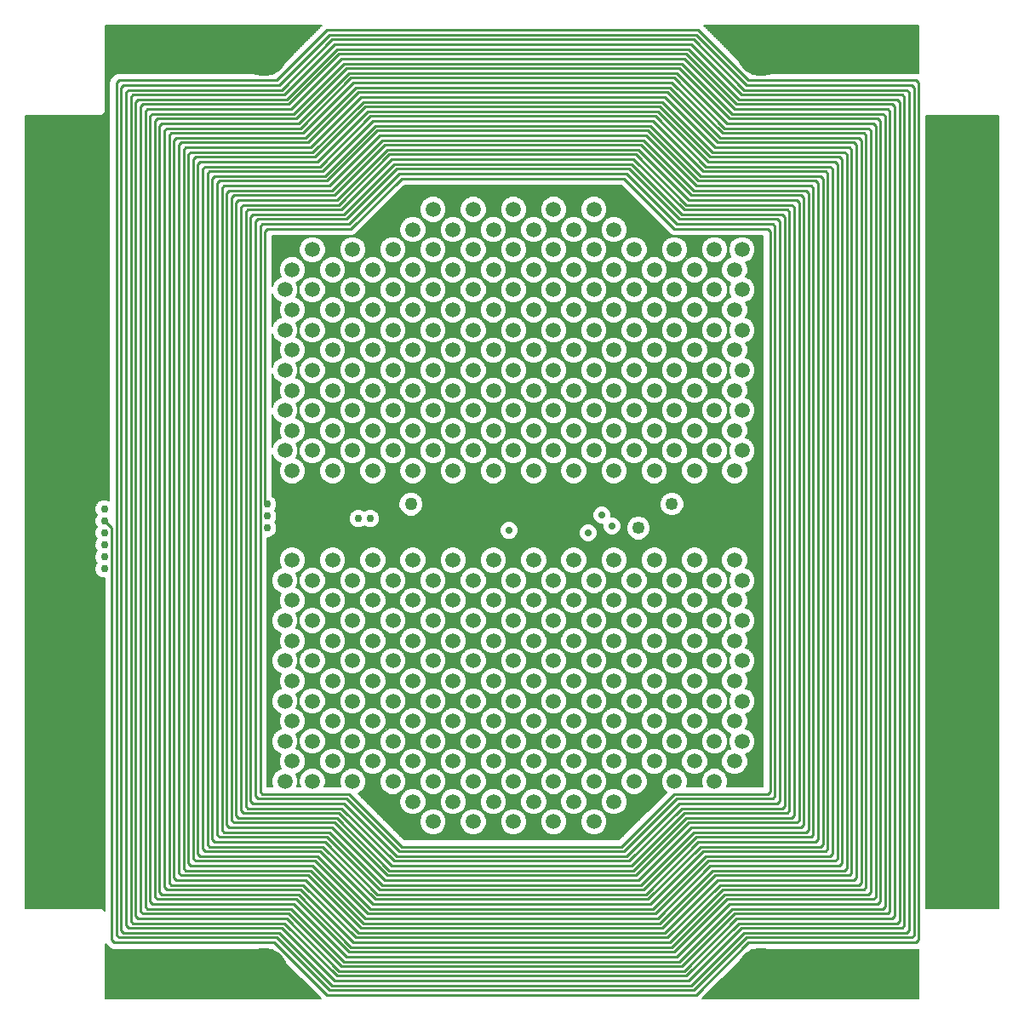
<source format=gbr>
G75*
G70*
%OFA0B0*%
%FSLAX24Y24*%
%IPPOS*%
%LPD*%
%AMOC8*
5,1,8,0,0,1.08239X$1,22.5*
%
%ADD10C,0.1896*%
%ADD11C,0.0594*%
%ADD12C,0.0493*%
%ADD13C,0.0502*%
%ADD14C,0.0108*%
%ADD15C,0.0298*%
%ADD16C,0.0278*%
%ADD17C,0.0396*%
%ADD18C,0.0059*%
D10*
X009751Y001764D03*
X029199Y001764D03*
X029199Y037827D03*
X009751Y037827D03*
D11*
X016365Y031646D03*
X017152Y030858D03*
X016365Y030071D03*
X017152Y029283D03*
X016365Y028496D03*
X017152Y027709D03*
X017940Y028496D03*
X018727Y027709D03*
X019514Y028496D03*
X018727Y029283D03*
X019514Y030071D03*
X018727Y030858D03*
X017940Y030071D03*
X017940Y031646D03*
X019514Y031646D03*
X020302Y030858D03*
X021089Y030071D03*
X020302Y029283D03*
X021089Y028496D03*
X020302Y027709D03*
X021089Y026921D03*
X020302Y026134D03*
X021089Y025346D03*
X020302Y024559D03*
X021089Y023772D03*
X021877Y024559D03*
X022664Y023772D03*
X023451Y024559D03*
X022664Y025346D03*
X023451Y026134D03*
X022664Y026921D03*
X021877Y026134D03*
X021877Y027709D03*
X022664Y028496D03*
X023451Y027709D03*
X024239Y028496D03*
X025026Y027709D03*
X025814Y028496D03*
X026601Y027709D03*
X027388Y028496D03*
X026601Y029283D03*
X027388Y030071D03*
X028176Y029283D03*
X028463Y028496D03*
X028176Y027709D03*
X028463Y026921D03*
X028176Y026134D03*
X028463Y025346D03*
X028176Y024559D03*
X028463Y023772D03*
X028176Y022984D03*
X028463Y022197D03*
X028176Y021409D03*
X027388Y022197D03*
X026601Y022984D03*
X025814Y022197D03*
X026601Y021409D03*
X025026Y021409D03*
X024239Y022197D03*
X025026Y022984D03*
X024239Y023772D03*
X025026Y024559D03*
X024239Y025346D03*
X025026Y026134D03*
X024239Y026921D03*
X025814Y026921D03*
X026601Y026134D03*
X027388Y026921D03*
X027388Y025346D03*
X026601Y024559D03*
X027388Y023772D03*
X025814Y023772D03*
X025814Y025346D03*
X023451Y022984D03*
X022664Y022197D03*
X021877Y022984D03*
X021089Y022197D03*
X020302Y022984D03*
X019514Y022197D03*
X018727Y022984D03*
X017940Y022197D03*
X018727Y021409D03*
X020302Y021409D03*
X021877Y021409D03*
X023451Y021409D03*
X023451Y017906D03*
X022664Y017118D03*
X023451Y016331D03*
X022664Y015543D03*
X023451Y014756D03*
X022664Y013969D03*
X021877Y014756D03*
X021089Y015543D03*
X020302Y014756D03*
X021089Y013969D03*
X020302Y013181D03*
X021089Y012394D03*
X021877Y013181D03*
X022664Y012394D03*
X023451Y013181D03*
X024239Y012394D03*
X025026Y013181D03*
X024239Y013969D03*
X025026Y014756D03*
X024239Y015543D03*
X025026Y016331D03*
X024239Y017118D03*
X025026Y017906D03*
X025814Y017118D03*
X026601Y016331D03*
X027388Y017118D03*
X026601Y017906D03*
X028176Y017906D03*
X028463Y017118D03*
X028176Y016331D03*
X028463Y015543D03*
X028176Y014756D03*
X028463Y013969D03*
X028176Y013181D03*
X028463Y012394D03*
X028176Y011606D03*
X028463Y010819D03*
X028176Y010031D03*
X027388Y009244D03*
X026601Y010031D03*
X025814Y009244D03*
X025026Y010031D03*
X024239Y009244D03*
X023451Y008457D03*
X022664Y009244D03*
X021877Y008457D03*
X022664Y007669D03*
X021089Y007669D03*
X020302Y008457D03*
X021089Y009244D03*
X020302Y010031D03*
X019514Y009244D03*
X018727Y008457D03*
X017940Y009244D03*
X018727Y010031D03*
X019514Y010819D03*
X018727Y011606D03*
X017940Y010819D03*
X017152Y011606D03*
X016365Y010819D03*
X017152Y010031D03*
X016365Y009244D03*
X017152Y008457D03*
X016365Y007669D03*
X015577Y008457D03*
X014790Y009244D03*
X015577Y010031D03*
X014790Y010819D03*
X015577Y011606D03*
X014790Y012394D03*
X015577Y013181D03*
X014790Y013969D03*
X015577Y014756D03*
X014790Y015543D03*
X015577Y016331D03*
X014790Y017118D03*
X015577Y017906D03*
X016365Y017118D03*
X017152Y016331D03*
X017940Y017118D03*
X018727Y016331D03*
X019514Y017118D03*
X018727Y017906D03*
X020302Y017906D03*
X021089Y017118D03*
X020302Y016331D03*
X019514Y015543D03*
X018727Y014756D03*
X017940Y015543D03*
X017152Y014756D03*
X016365Y015543D03*
X016365Y013969D03*
X017152Y013181D03*
X016365Y012394D03*
X017940Y012394D03*
X018727Y013181D03*
X019514Y012394D03*
X020302Y011606D03*
X021089Y010819D03*
X021877Y011606D03*
X022664Y010819D03*
X023451Y011606D03*
X024239Y010819D03*
X025026Y011606D03*
X025814Y010819D03*
X026601Y011606D03*
X027388Y010819D03*
X027388Y012394D03*
X026601Y013181D03*
X025814Y012394D03*
X025814Y013969D03*
X026601Y014756D03*
X027388Y015543D03*
X025814Y015543D03*
X027388Y013969D03*
X023451Y010031D03*
X021877Y010031D03*
X019514Y007669D03*
X017940Y007669D03*
X014003Y010031D03*
X013215Y009244D03*
X012428Y010031D03*
X011640Y009244D03*
X010566Y009244D03*
X010853Y010031D03*
X010566Y010819D03*
X010853Y011606D03*
X010566Y012394D03*
X010853Y013181D03*
X010566Y013969D03*
X010853Y014756D03*
X010566Y015543D03*
X010853Y016331D03*
X010566Y017118D03*
X010853Y017906D03*
X011640Y017118D03*
X012428Y016331D03*
X013215Y017118D03*
X012428Y017906D03*
X014003Y017906D03*
X014003Y016331D03*
X013215Y015543D03*
X012428Y014756D03*
X013215Y013969D03*
X014003Y014756D03*
X014003Y013181D03*
X013215Y012394D03*
X012428Y013181D03*
X011640Y012394D03*
X012428Y011606D03*
X013215Y010819D03*
X014003Y011606D03*
X011640Y010819D03*
X011640Y013969D03*
X011640Y015543D03*
X010853Y021409D03*
X010566Y022197D03*
X010853Y022984D03*
X010566Y023772D03*
X010853Y024559D03*
X010566Y025346D03*
X010853Y026134D03*
X010566Y026921D03*
X010853Y027709D03*
X010566Y028496D03*
X010853Y029283D03*
X011640Y028496D03*
X012428Y027709D03*
X013215Y028496D03*
X012428Y029283D03*
X013215Y030071D03*
X014003Y029283D03*
X014790Y028496D03*
X015577Y027709D03*
X014790Y026921D03*
X015577Y026134D03*
X014790Y025346D03*
X015577Y024559D03*
X014790Y023772D03*
X015577Y022984D03*
X014790Y022197D03*
X015577Y021409D03*
X016365Y022197D03*
X017152Y022984D03*
X016365Y023772D03*
X017152Y024559D03*
X016365Y025346D03*
X017152Y026134D03*
X016365Y026921D03*
X017940Y026921D03*
X018727Y026134D03*
X019514Y026921D03*
X019514Y025346D03*
X018727Y024559D03*
X019514Y023772D03*
X017940Y023772D03*
X017940Y025346D03*
X017152Y021409D03*
X014003Y021409D03*
X013215Y022197D03*
X012428Y022984D03*
X013215Y023772D03*
X012428Y024559D03*
X013215Y025346D03*
X014003Y024559D03*
X014003Y022984D03*
X012428Y021409D03*
X011640Y022197D03*
X011640Y023772D03*
X011640Y025346D03*
X012428Y026134D03*
X013215Y026921D03*
X014003Y026134D03*
X014003Y027709D03*
X015577Y029283D03*
X014790Y030071D03*
X015577Y030858D03*
X011640Y030071D03*
X011640Y026921D03*
X017152Y017906D03*
X017940Y013969D03*
X019514Y013969D03*
X021877Y016331D03*
X021877Y017906D03*
X021877Y029283D03*
X022664Y030071D03*
X023451Y030858D03*
X022664Y031646D03*
X021877Y030858D03*
X021089Y031646D03*
X023451Y029283D03*
X024239Y030071D03*
X025026Y029283D03*
X025814Y030071D03*
X028463Y030071D03*
D12*
X025722Y020104D03*
X024409Y019166D03*
D13*
X015500Y020104D03*
D14*
X009873Y020104D02*
X009780Y020198D01*
X009780Y030795D01*
X009873Y030889D01*
X013156Y030889D01*
X015125Y032858D01*
X023847Y032858D01*
X025816Y030889D01*
X029473Y030889D01*
X029567Y030795D01*
X029567Y008850D01*
X029473Y008757D01*
X025816Y008757D01*
X023753Y006693D01*
X015125Y006693D01*
X013062Y008757D01*
X009686Y008757D01*
X009592Y008850D01*
X009592Y030982D01*
X009686Y031076D01*
X013062Y031076D01*
X015031Y033045D01*
X023940Y033045D01*
X025910Y031076D01*
X029661Y031076D01*
X029755Y030982D01*
X029755Y008663D01*
X029661Y008569D01*
X025910Y008569D01*
X023847Y006506D01*
X015031Y006506D01*
X012968Y008569D01*
X009498Y008569D01*
X009405Y008663D01*
X009405Y031170D01*
X009498Y031264D01*
X012968Y031264D01*
X014938Y033233D01*
X024034Y033233D01*
X026004Y031264D01*
X029849Y031264D01*
X029942Y031170D01*
X029942Y008475D01*
X029849Y008381D01*
X026004Y008381D01*
X023940Y006318D01*
X014938Y006318D01*
X012874Y008381D01*
X009311Y008381D01*
X009217Y008475D01*
X009217Y031357D01*
X009311Y031451D01*
X012874Y031451D01*
X014844Y033421D01*
X024128Y033421D01*
X026097Y031451D01*
X030036Y031451D01*
X030130Y031357D01*
X030130Y008288D01*
X030036Y008194D01*
X026097Y008194D01*
X024034Y006131D01*
X014844Y006131D01*
X012781Y008194D01*
X009123Y008194D01*
X009029Y008288D01*
X009029Y031545D01*
X009123Y031639D01*
X012781Y031639D01*
X014750Y033608D01*
X024222Y033608D01*
X026191Y031639D01*
X030224Y031639D01*
X030317Y031545D01*
X030317Y008100D01*
X030224Y008006D01*
X026191Y008006D01*
X024128Y005943D01*
X014750Y005943D01*
X012687Y008006D01*
X008936Y008006D01*
X008842Y008100D01*
X008842Y031733D01*
X008936Y031826D01*
X012687Y031826D01*
X014656Y033796D01*
X024316Y033796D01*
X026285Y031826D01*
X030411Y031826D01*
X030505Y031733D01*
X030505Y007913D01*
X030411Y007819D01*
X026285Y007819D01*
X024222Y005756D01*
X014656Y005756D01*
X012593Y007819D01*
X008748Y007819D01*
X008654Y007913D01*
X008654Y031920D01*
X008748Y032014D01*
X012593Y032014D01*
X014562Y033983D01*
X024409Y033983D01*
X026379Y032014D01*
X030599Y032014D01*
X030693Y031920D01*
X030693Y007725D01*
X030599Y007631D01*
X026379Y007631D01*
X024316Y005568D01*
X014562Y005568D01*
X012499Y007631D01*
X008561Y007631D01*
X008467Y007725D01*
X008467Y032108D01*
X008561Y032201D01*
X012499Y032201D01*
X014469Y034171D01*
X024503Y034171D01*
X026472Y032201D01*
X030786Y032201D01*
X030880Y032108D01*
X030880Y007537D01*
X030786Y007444D01*
X026472Y007444D01*
X024409Y005380D01*
X014469Y005380D01*
X012406Y007444D01*
X008373Y007444D01*
X008279Y007537D01*
X008279Y032295D01*
X008373Y032389D01*
X012406Y032389D01*
X014375Y034358D01*
X024597Y034358D01*
X026566Y032389D01*
X030974Y032389D01*
X031068Y032295D01*
X031068Y007350D01*
X030974Y007256D01*
X026566Y007256D01*
X024503Y005193D01*
X014375Y005193D01*
X012312Y007256D01*
X008185Y007256D01*
X008092Y007350D01*
X008092Y032483D01*
X008185Y032577D01*
X012312Y032577D01*
X014281Y034546D01*
X024691Y034546D01*
X026660Y032577D01*
X031161Y032577D01*
X031255Y032483D01*
X031255Y007162D01*
X031161Y007069D01*
X026660Y007069D01*
X024597Y005005D01*
X014281Y005005D01*
X012218Y007069D01*
X007998Y007069D01*
X007904Y007162D01*
X007904Y032670D01*
X007998Y032764D01*
X012218Y032764D01*
X014187Y034733D01*
X024784Y034733D01*
X026754Y032764D01*
X031349Y032764D01*
X031443Y032670D01*
X031443Y006975D01*
X031349Y006881D01*
X026754Y006881D01*
X024691Y004818D01*
X014187Y004818D01*
X012124Y006881D01*
X007810Y006881D01*
X007717Y006975D01*
X007717Y032858D01*
X007810Y032952D01*
X012124Y032952D01*
X014094Y034921D01*
X024878Y034921D01*
X026848Y032952D01*
X031537Y032952D01*
X031630Y032858D01*
X031630Y006787D01*
X031537Y006693D01*
X026848Y006693D01*
X024784Y004630D01*
X014094Y004630D01*
X012030Y006693D01*
X007623Y006693D01*
X007529Y006787D01*
X007529Y033045D01*
X007623Y033139D01*
X012030Y033139D01*
X014000Y035109D01*
X024972Y035109D01*
X026941Y033139D01*
X031724Y033139D01*
X031818Y033045D01*
X031818Y006600D01*
X031724Y006506D01*
X026941Y006506D01*
X024878Y004443D01*
X014000Y004443D01*
X011937Y006506D01*
X007435Y006506D01*
X007341Y006600D01*
X007341Y033233D01*
X007435Y033327D01*
X011937Y033327D01*
X013906Y035296D01*
X025066Y035296D01*
X027035Y033327D01*
X031912Y033327D01*
X032005Y033233D01*
X032005Y006412D01*
X031912Y006318D01*
X027035Y006318D01*
X024972Y004255D01*
X013906Y004255D01*
X011843Y006318D01*
X007248Y006318D01*
X007154Y006412D01*
X007154Y033421D01*
X007248Y033514D01*
X011843Y033514D01*
X013812Y035484D01*
X025160Y035484D01*
X027129Y033514D01*
X032099Y033514D01*
X032193Y033421D01*
X032193Y006224D01*
X032099Y006131D01*
X027129Y006131D01*
X025066Y004068D01*
X013812Y004068D01*
X011749Y006131D01*
X007060Y006131D01*
X006966Y006224D01*
X006966Y033608D01*
X007060Y033702D01*
X011749Y033702D01*
X013718Y035671D01*
X025253Y035671D01*
X027223Y033702D01*
X032287Y033702D01*
X032381Y033608D01*
X032381Y006037D01*
X032287Y005943D01*
X027223Y005943D01*
X025160Y003880D01*
X013718Y003880D01*
X011655Y005943D01*
X006873Y005943D01*
X006779Y006037D01*
X006779Y033796D01*
X006873Y033889D01*
X011655Y033889D01*
X013625Y035859D01*
X025347Y035859D01*
X027316Y033889D01*
X032474Y033889D01*
X032568Y033796D01*
X032568Y005849D01*
X032474Y005756D01*
X027316Y005756D01*
X025253Y003692D01*
X013625Y003692D01*
X011561Y005756D01*
X006685Y005756D01*
X006591Y005849D01*
X006591Y033983D01*
X006685Y034077D01*
X011561Y034077D01*
X013531Y036046D01*
X025441Y036046D01*
X027410Y034077D01*
X032662Y034077D01*
X032756Y033983D01*
X032756Y005662D01*
X032662Y005568D01*
X027410Y005568D01*
X025347Y003505D01*
X013531Y003505D01*
X011468Y005568D01*
X006497Y005568D01*
X006404Y005662D01*
X006404Y034171D01*
X006497Y034265D01*
X011468Y034265D01*
X013437Y036234D01*
X025535Y036234D01*
X027504Y034265D01*
X032849Y034265D01*
X032943Y034171D01*
X032943Y005474D01*
X032849Y005380D01*
X027504Y005380D01*
X025441Y003317D01*
X013437Y003317D01*
X011374Y005380D01*
X006310Y005380D01*
X006216Y005474D01*
X006216Y034358D01*
X006310Y034452D01*
X011374Y034452D01*
X013343Y036421D01*
X025628Y036421D01*
X027598Y034452D01*
X033037Y034452D01*
X033131Y034358D01*
X033131Y005287D01*
X033037Y005193D01*
X027598Y005193D01*
X025535Y003130D01*
X013343Y003130D01*
X011280Y005193D01*
X006122Y005193D01*
X006029Y005287D01*
X006029Y034546D01*
X006122Y034640D01*
X011280Y034640D01*
X013250Y036609D01*
X025722Y036609D01*
X027692Y034640D01*
X033225Y034640D01*
X033318Y034546D01*
X033318Y005099D01*
X033225Y005005D01*
X027692Y005005D01*
X025628Y002942D01*
X013250Y002942D01*
X011186Y005005D01*
X005935Y005005D01*
X005841Y005099D01*
X005841Y034733D01*
X005935Y034827D01*
X011186Y034827D01*
X013156Y036797D01*
X025816Y036797D01*
X027785Y034827D01*
X033412Y034827D01*
X033506Y034733D01*
X033506Y004912D01*
X033412Y004818D01*
X027785Y004818D01*
X025722Y002755D01*
X013156Y002755D01*
X011093Y004818D01*
X005747Y004818D01*
X005653Y004912D01*
X005653Y034921D01*
X005747Y035015D01*
X011093Y035015D01*
X013062Y036984D01*
X025910Y036984D01*
X027879Y035015D01*
X033600Y035015D01*
X033693Y034921D01*
X033693Y004724D01*
X033600Y004630D01*
X027879Y004630D01*
X025816Y002567D01*
X013062Y002567D01*
X010999Y004630D01*
X005560Y004630D01*
X005466Y004724D01*
X005466Y035109D01*
X005560Y035202D01*
X010999Y035202D01*
X012968Y037172D01*
X026004Y037172D01*
X027973Y035202D01*
X033787Y035202D01*
X033881Y035109D01*
X033881Y004536D01*
X033787Y004443D01*
X027973Y004443D01*
X025910Y002380D01*
X012968Y002380D01*
X010905Y004443D01*
X005372Y004443D01*
X005278Y004536D01*
X005278Y035296D01*
X005372Y035390D01*
X010905Y035390D01*
X012874Y037359D01*
X026097Y037359D01*
X028067Y035390D01*
X033975Y035390D01*
X034069Y035296D01*
X034069Y004349D01*
X033975Y004255D01*
X028067Y004255D01*
X026004Y002192D01*
X012874Y002192D01*
X010811Y004255D01*
X005184Y004255D01*
X005091Y004349D01*
X005091Y035484D01*
X005184Y035577D01*
X010811Y035577D01*
X012781Y037547D01*
X026191Y037547D01*
X028160Y035577D01*
X034162Y035577D01*
X034256Y035484D01*
X034256Y004161D01*
X034162Y004068D01*
X028160Y004068D01*
X026097Y002004D01*
X012781Y002004D01*
X010717Y004068D01*
X004997Y004068D01*
X004903Y004161D01*
X004903Y035671D01*
X004997Y035765D01*
X010717Y035765D01*
X012687Y037734D01*
X026285Y037734D01*
X028254Y035765D01*
X034350Y035765D01*
X034444Y035671D01*
X034444Y003974D01*
X034350Y003880D01*
X028254Y003880D01*
X026191Y001817D01*
X012687Y001817D01*
X010624Y003880D01*
X004809Y003880D01*
X004716Y003974D01*
X004716Y035859D01*
X004809Y035953D01*
X010624Y035953D01*
X012593Y037922D01*
X026379Y037922D01*
X028348Y035953D01*
X034537Y035953D01*
X034631Y035859D01*
X034631Y003786D01*
X034537Y003692D01*
X028348Y003692D01*
X026285Y001629D01*
X012593Y001629D01*
X010530Y003692D01*
X004622Y003692D01*
X004528Y003786D01*
X004528Y036046D01*
X004622Y036140D01*
X010530Y036140D01*
X012499Y038110D01*
X026472Y038110D01*
X028442Y036140D01*
X034725Y036140D01*
X034819Y036046D01*
X034819Y003599D01*
X034725Y003505D01*
X028442Y003505D01*
X026379Y001442D01*
X012499Y001442D01*
X010436Y003505D01*
X004434Y003505D01*
X004340Y003599D01*
X004340Y036234D01*
X004434Y036328D01*
X010436Y036328D01*
X012406Y038297D01*
X026566Y038297D01*
X028536Y036328D01*
X034913Y036328D01*
X035006Y036234D01*
X035006Y003411D01*
X034913Y003317D01*
X028536Y003317D01*
X026472Y001254D01*
X012406Y001254D01*
X010342Y003317D01*
X004247Y003317D01*
X004153Y003411D01*
X004153Y036421D01*
X004247Y036515D01*
X010342Y036515D01*
X012312Y038485D01*
X026660Y038485D01*
X028629Y036515D01*
X035100Y036515D01*
X035194Y036421D01*
X035194Y003224D01*
X035100Y003130D01*
X028629Y003130D01*
X026566Y001067D01*
X012312Y001067D01*
X010249Y003130D01*
X004059Y003130D01*
X003965Y003224D01*
X003965Y036609D01*
X004059Y036703D01*
X010249Y036703D01*
X012218Y038672D01*
X026754Y038672D01*
X028723Y036703D01*
X035288Y036703D01*
X035381Y036609D01*
X035381Y003036D01*
X035288Y002942D01*
X028723Y002942D01*
X026660Y000879D01*
X012218Y000879D01*
X010155Y002942D01*
X003872Y002942D01*
X003778Y003036D01*
X003778Y019166D01*
X003496Y019447D01*
D15*
X003496Y019447D03*
X003496Y018979D03*
X003496Y018510D03*
X003496Y018041D03*
X003496Y017572D03*
X003496Y019916D03*
X009873Y020104D03*
X009873Y019635D03*
X009873Y019166D03*
X013437Y019541D03*
X013906Y019541D03*
D16*
X019345Y019072D03*
X022440Y018979D03*
X022979Y019677D03*
X023373Y019244D03*
D17*
X037077Y017256D03*
X037073Y011886D03*
X037073Y006331D03*
X027703Y000937D03*
X011168Y000937D03*
X001743Y006472D03*
X001695Y011839D03*
X001695Y017717D03*
X001695Y023457D03*
X001695Y028402D03*
X001652Y033303D03*
X011207Y038575D03*
X027743Y038535D03*
X036983Y033398D03*
X037030Y028126D03*
X037125Y023039D03*
D18*
X011971Y000730D02*
X003541Y000730D01*
X003541Y002877D01*
X003619Y002798D01*
X003634Y002784D01*
X003713Y002705D01*
X003816Y002662D01*
X010039Y002662D01*
X011971Y000730D01*
X011966Y000734D02*
X003541Y000734D01*
X003541Y000792D02*
X011909Y000792D01*
X011851Y000850D02*
X003541Y000850D01*
X003541Y000907D02*
X011794Y000907D01*
X011736Y000965D02*
X003541Y000965D01*
X003541Y001022D02*
X011678Y001022D01*
X011621Y001080D02*
X003541Y001080D01*
X003541Y001138D02*
X011563Y001138D01*
X011506Y001195D02*
X003541Y001195D01*
X003541Y001253D02*
X011448Y001253D01*
X011390Y001310D02*
X003541Y001310D01*
X003541Y001368D02*
X011333Y001368D01*
X011275Y001426D02*
X003541Y001426D01*
X003541Y001483D02*
X011218Y001483D01*
X011160Y001541D02*
X003541Y001541D01*
X003541Y001598D02*
X011102Y001598D01*
X011045Y001656D02*
X003541Y001656D01*
X003541Y001714D02*
X010987Y001714D01*
X010930Y001771D02*
X003541Y001771D01*
X003541Y001829D02*
X010872Y001829D01*
X010814Y001886D02*
X003541Y001886D01*
X003541Y001944D02*
X010757Y001944D01*
X010699Y002001D02*
X003541Y002001D01*
X003541Y002059D02*
X010642Y002059D01*
X010584Y002117D02*
X003541Y002117D01*
X003541Y002174D02*
X010526Y002174D01*
X010469Y002232D02*
X003541Y002232D01*
X003541Y002289D02*
X010411Y002289D01*
X010354Y002347D02*
X003541Y002347D01*
X003541Y002405D02*
X010296Y002405D01*
X010239Y002462D02*
X003541Y002462D01*
X003541Y002520D02*
X010181Y002520D01*
X010123Y002577D02*
X003541Y002577D01*
X003541Y002635D02*
X010066Y002635D01*
X014741Y007473D02*
X015880Y007473D01*
X015903Y007416D02*
X014799Y007416D01*
X014856Y007358D02*
X015936Y007358D01*
X015921Y007373D02*
X016068Y007226D01*
X016261Y007146D01*
X016469Y007146D01*
X016661Y007226D01*
X016808Y007373D01*
X016888Y007565D01*
X016888Y007773D01*
X016808Y007966D01*
X016661Y008113D01*
X016469Y008192D01*
X016261Y008192D01*
X016068Y008113D01*
X015921Y007966D01*
X015841Y007773D01*
X015841Y007565D01*
X015921Y007373D01*
X015993Y007301D02*
X014914Y007301D01*
X014972Y007243D02*
X016051Y007243D01*
X016166Y007185D02*
X015029Y007185D01*
X015087Y007128D02*
X023791Y007128D01*
X023849Y007185D02*
X022863Y007185D01*
X022768Y007146D02*
X022960Y007226D01*
X023107Y007373D01*
X023187Y007565D01*
X023187Y007773D01*
X023107Y007966D01*
X022960Y008113D01*
X022768Y008192D01*
X022560Y008192D01*
X022368Y008113D01*
X022220Y007966D01*
X022141Y007773D01*
X022141Y007565D01*
X022220Y007373D01*
X022368Y007226D01*
X022560Y007146D01*
X022768Y007146D01*
X022978Y007243D02*
X023906Y007243D01*
X023964Y007301D02*
X023035Y007301D01*
X023093Y007358D02*
X024021Y007358D01*
X024079Y007416D02*
X023125Y007416D01*
X023149Y007473D02*
X024137Y007473D01*
X024194Y007531D02*
X023173Y007531D01*
X023187Y007589D02*
X024252Y007589D01*
X024309Y007646D02*
X023187Y007646D01*
X023187Y007704D02*
X024367Y007704D01*
X024425Y007761D02*
X023187Y007761D01*
X023168Y007819D02*
X024482Y007819D01*
X024540Y007877D02*
X023144Y007877D01*
X023121Y007934D02*
X023346Y007934D01*
X023347Y007933D02*
X023555Y007933D01*
X023748Y008013D01*
X023895Y008160D01*
X023975Y008353D01*
X023975Y008561D01*
X023895Y008753D01*
X023748Y008900D01*
X023555Y008980D01*
X023347Y008980D01*
X023155Y008900D01*
X023008Y008753D01*
X022928Y008561D01*
X022928Y008353D01*
X023008Y008160D01*
X023155Y008013D01*
X023347Y007933D01*
X023207Y007992D02*
X023081Y007992D01*
X023119Y008049D02*
X023024Y008049D01*
X023061Y008107D02*
X022966Y008107D01*
X023006Y008165D02*
X022836Y008165D01*
X022982Y008222D02*
X022346Y008222D01*
X022370Y008280D02*
X022958Y008280D01*
X022934Y008337D02*
X022393Y008337D01*
X022400Y008353D02*
X022320Y008160D01*
X022173Y008013D01*
X021981Y007933D01*
X021772Y007933D01*
X021580Y008013D01*
X021433Y008160D01*
X021353Y008353D01*
X021353Y008561D01*
X021433Y008753D01*
X021580Y008900D01*
X021772Y008980D01*
X021981Y008980D01*
X022173Y008900D01*
X022320Y008753D01*
X022400Y008561D01*
X022400Y008353D01*
X022400Y008395D02*
X022928Y008395D01*
X022928Y008453D02*
X022400Y008453D01*
X022400Y008510D02*
X022928Y008510D01*
X022931Y008568D02*
X022397Y008568D01*
X022373Y008625D02*
X022955Y008625D01*
X022979Y008683D02*
X022349Y008683D01*
X022325Y008741D02*
X022512Y008741D01*
X022560Y008721D02*
X022768Y008721D01*
X022960Y008801D01*
X023107Y008948D01*
X023187Y009140D01*
X023187Y009348D01*
X023107Y009540D01*
X022960Y009688D01*
X022768Y009767D01*
X022560Y009767D01*
X022368Y009688D01*
X022220Y009540D01*
X022141Y009348D01*
X022141Y009140D01*
X022220Y008948D01*
X022368Y008801D01*
X022560Y008721D01*
X022373Y008798D02*
X022275Y008798D01*
X022312Y008856D02*
X022217Y008856D01*
X022255Y008913D02*
X022141Y008913D01*
X022211Y008971D02*
X022002Y008971D01*
X022187Y009029D02*
X021566Y009029D01*
X021590Y009086D02*
X022163Y009086D01*
X022141Y009144D02*
X021612Y009144D01*
X021612Y009140D02*
X021533Y008948D01*
X021386Y008801D01*
X021193Y008721D01*
X020985Y008721D01*
X020793Y008801D01*
X020646Y008948D01*
X020566Y009140D01*
X020566Y009348D01*
X020646Y009540D01*
X020793Y009688D01*
X020985Y009767D01*
X021193Y009767D01*
X021386Y009688D01*
X021533Y009540D01*
X021612Y009348D01*
X021612Y009140D01*
X021612Y009201D02*
X022141Y009201D01*
X022141Y009259D02*
X021612Y009259D01*
X021612Y009316D02*
X022141Y009316D01*
X022151Y009374D02*
X021602Y009374D01*
X021578Y009432D02*
X022175Y009432D01*
X022199Y009489D02*
X021554Y009489D01*
X021526Y009547D02*
X021679Y009547D01*
X021772Y009508D02*
X021981Y009508D01*
X022173Y009588D01*
X022320Y009735D01*
X022400Y009927D01*
X022400Y010136D01*
X022320Y010328D01*
X022173Y010475D01*
X021981Y010555D01*
X021772Y010555D01*
X021580Y010475D01*
X021433Y010328D01*
X021353Y010136D01*
X021353Y009927D01*
X021433Y009735D01*
X021580Y009588D01*
X021772Y009508D01*
X021564Y009604D02*
X021469Y009604D01*
X021506Y009662D02*
X021411Y009662D01*
X021448Y009720D02*
X021308Y009720D01*
X021415Y009777D02*
X020763Y009777D01*
X020745Y009735D02*
X020825Y009927D01*
X020825Y010136D01*
X020745Y010328D01*
X020598Y010475D01*
X020406Y010555D01*
X020198Y010555D01*
X020005Y010475D01*
X019858Y010328D01*
X019779Y010136D01*
X019779Y009927D01*
X019858Y009735D01*
X020005Y009588D01*
X020198Y009508D01*
X020406Y009508D01*
X020598Y009588D01*
X020745Y009735D01*
X020730Y009720D02*
X020870Y009720D01*
X020767Y009662D02*
X020672Y009662D01*
X020710Y009604D02*
X020615Y009604D01*
X020652Y009547D02*
X020499Y009547D01*
X020624Y009489D02*
X019979Y009489D01*
X019958Y009540D02*
X019811Y009688D01*
X019618Y009767D01*
X019410Y009767D01*
X019218Y009688D01*
X019071Y009540D01*
X018991Y009348D01*
X018991Y009140D01*
X019071Y008948D01*
X019218Y008801D01*
X019410Y008721D01*
X019618Y008721D01*
X019811Y008801D01*
X019958Y008948D01*
X020038Y009140D01*
X020038Y009348D01*
X019958Y009540D01*
X019951Y009547D02*
X020104Y009547D01*
X019989Y009604D02*
X019894Y009604D01*
X019931Y009662D02*
X019836Y009662D01*
X019874Y009720D02*
X019733Y009720D01*
X019841Y009777D02*
X019188Y009777D01*
X019170Y009735D02*
X019250Y009927D01*
X019250Y010136D01*
X019170Y010328D01*
X019023Y010475D01*
X018831Y010555D01*
X018623Y010555D01*
X018431Y010475D01*
X018283Y010328D01*
X018204Y010136D01*
X018204Y009927D01*
X018283Y009735D01*
X018431Y009588D01*
X018623Y009508D01*
X018831Y009508D01*
X019023Y009588D01*
X019170Y009735D01*
X019155Y009720D02*
X019295Y009720D01*
X019192Y009662D02*
X019097Y009662D01*
X019135Y009604D02*
X019040Y009604D01*
X019077Y009547D02*
X018924Y009547D01*
X019050Y009489D02*
X018404Y009489D01*
X018383Y009540D02*
X018236Y009688D01*
X018044Y009767D01*
X017835Y009767D01*
X017643Y009688D01*
X017496Y009540D01*
X017416Y009348D01*
X017416Y009140D01*
X017496Y008948D01*
X017643Y008801D01*
X017835Y008721D01*
X018044Y008721D01*
X018236Y008801D01*
X018383Y008948D01*
X018463Y009140D01*
X018463Y009348D01*
X018383Y009540D01*
X018377Y009547D02*
X018530Y009547D01*
X018414Y009604D02*
X018319Y009604D01*
X018356Y009662D02*
X018261Y009662D01*
X018299Y009720D02*
X018159Y009720D01*
X018266Y009777D02*
X017613Y009777D01*
X017596Y009735D02*
X017675Y009927D01*
X017675Y010136D01*
X017596Y010328D01*
X017449Y010475D01*
X017256Y010555D01*
X017048Y010555D01*
X016856Y010475D01*
X016709Y010328D01*
X016629Y010136D01*
X016629Y009927D01*
X016709Y009735D01*
X016856Y009588D01*
X017048Y009508D01*
X017256Y009508D01*
X017449Y009588D01*
X017596Y009735D01*
X017580Y009720D02*
X017721Y009720D01*
X017618Y009662D02*
X017523Y009662D01*
X017560Y009604D02*
X017465Y009604D01*
X017502Y009547D02*
X017349Y009547D01*
X017475Y009489D02*
X016829Y009489D01*
X016808Y009540D02*
X016661Y009688D01*
X016469Y009767D01*
X016261Y009767D01*
X016068Y009688D01*
X015921Y009540D01*
X015841Y009348D01*
X015841Y009140D01*
X015921Y008948D01*
X016068Y008801D01*
X016261Y008721D01*
X016469Y008721D01*
X016661Y008801D01*
X016808Y008948D01*
X016888Y009140D01*
X016888Y009348D01*
X016808Y009540D01*
X016802Y009547D02*
X016955Y009547D01*
X016839Y009604D02*
X016744Y009604D01*
X016782Y009662D02*
X016687Y009662D01*
X016724Y009720D02*
X016584Y009720D01*
X016691Y009777D02*
X016038Y009777D01*
X016021Y009735D02*
X016101Y009927D01*
X016101Y010136D01*
X016021Y010328D01*
X015874Y010475D01*
X015681Y010555D01*
X015473Y010555D01*
X015281Y010475D01*
X015134Y010328D01*
X015054Y010136D01*
X015054Y009927D01*
X015134Y009735D01*
X015281Y009588D01*
X015473Y009508D01*
X015681Y009508D01*
X015874Y009588D01*
X016021Y009735D01*
X016005Y009720D02*
X016146Y009720D01*
X016043Y009662D02*
X015948Y009662D01*
X015985Y009604D02*
X015890Y009604D01*
X015928Y009547D02*
X015775Y009547D01*
X015900Y009489D02*
X015255Y009489D01*
X015233Y009540D02*
X015086Y009688D01*
X014894Y009767D01*
X014686Y009767D01*
X014494Y009688D01*
X014346Y009540D01*
X014267Y009348D01*
X014267Y009140D01*
X014346Y008948D01*
X014494Y008801D01*
X014686Y008721D01*
X014894Y008721D01*
X015086Y008801D01*
X015233Y008948D01*
X015313Y009140D01*
X015313Y009348D01*
X015233Y009540D01*
X015227Y009547D02*
X015380Y009547D01*
X015264Y009604D02*
X015169Y009604D01*
X015207Y009662D02*
X015112Y009662D01*
X015149Y009720D02*
X015009Y009720D01*
X015116Y009777D02*
X014464Y009777D01*
X014446Y009735D02*
X014526Y009927D01*
X014526Y010136D01*
X014446Y010328D01*
X014299Y010475D01*
X014107Y010555D01*
X013898Y010555D01*
X013706Y010475D01*
X013559Y010328D01*
X013479Y010136D01*
X013479Y009927D01*
X013559Y009735D01*
X013706Y009588D01*
X013898Y009508D01*
X014107Y009508D01*
X014299Y009588D01*
X014446Y009735D01*
X014431Y009720D02*
X014571Y009720D01*
X014468Y009662D02*
X014373Y009662D01*
X014410Y009604D02*
X014315Y009604D01*
X014353Y009547D02*
X014200Y009547D01*
X014325Y009489D02*
X013680Y009489D01*
X013659Y009540D02*
X013511Y009688D01*
X013319Y009767D01*
X013111Y009767D01*
X012919Y009688D01*
X012772Y009540D01*
X012692Y009348D01*
X012692Y009140D01*
X012735Y009037D01*
X012121Y009037D01*
X012164Y009140D01*
X012164Y009348D01*
X012084Y009540D01*
X011937Y009688D01*
X011744Y009767D01*
X011536Y009767D01*
X011344Y009688D01*
X011197Y009540D01*
X011117Y009348D01*
X011117Y009140D01*
X011160Y009037D01*
X011046Y009037D01*
X011089Y009140D01*
X011089Y009348D01*
X011013Y009531D01*
X011149Y009588D01*
X011296Y009735D01*
X011376Y009927D01*
X011376Y010136D01*
X011296Y010328D01*
X011149Y010475D01*
X011013Y010532D01*
X011089Y010715D01*
X011089Y010923D01*
X011013Y011106D01*
X011149Y011163D01*
X011296Y011310D01*
X011376Y011502D01*
X011376Y011710D01*
X011296Y011903D01*
X011149Y012050D01*
X011013Y012106D01*
X011089Y012290D01*
X011089Y012498D01*
X011013Y012681D01*
X011149Y012738D01*
X011296Y012885D01*
X011376Y013077D01*
X011376Y013285D01*
X011296Y013477D01*
X011149Y013625D01*
X011013Y013681D01*
X011089Y013864D01*
X011089Y014073D01*
X011013Y014256D01*
X011149Y014312D01*
X011296Y014459D01*
X011376Y014652D01*
X011376Y014860D01*
X011296Y015052D01*
X011149Y015199D01*
X011013Y015256D01*
X011089Y015439D01*
X011089Y015647D01*
X011013Y015831D01*
X011149Y015887D01*
X011296Y016034D01*
X011376Y016227D01*
X011376Y016435D01*
X011296Y016627D01*
X011149Y016774D01*
X011013Y016831D01*
X011089Y017014D01*
X011089Y017222D01*
X011013Y017405D01*
X011149Y017462D01*
X011296Y017609D01*
X011376Y017801D01*
X011376Y018010D01*
X011296Y018202D01*
X011149Y018349D01*
X010957Y018429D01*
X010749Y018429D01*
X010556Y018349D01*
X010409Y018202D01*
X010330Y018010D01*
X010330Y017801D01*
X010406Y017618D01*
X010269Y017562D01*
X010122Y017414D01*
X010042Y017222D01*
X010042Y017014D01*
X010122Y016822D01*
X010269Y016675D01*
X010406Y016618D01*
X010330Y016435D01*
X010330Y016227D01*
X010406Y016043D01*
X010269Y015987D01*
X010122Y015840D01*
X010042Y015647D01*
X010042Y015439D01*
X010122Y015247D01*
X010269Y015100D01*
X010406Y015043D01*
X010330Y014860D01*
X010330Y014652D01*
X010406Y014469D01*
X010269Y014412D01*
X010122Y014265D01*
X010042Y014073D01*
X010042Y013864D01*
X010122Y013672D01*
X010269Y013525D01*
X010406Y013468D01*
X010330Y013285D01*
X010330Y013077D01*
X010406Y012894D01*
X010269Y012837D01*
X010122Y012690D01*
X010042Y012498D01*
X010042Y012290D01*
X010122Y012097D01*
X010269Y011950D01*
X010406Y011894D01*
X010330Y011710D01*
X010330Y011502D01*
X010406Y011319D01*
X010269Y011262D01*
X010122Y011115D01*
X010042Y010923D01*
X010042Y010715D01*
X010122Y010522D01*
X010269Y010375D01*
X010406Y010319D01*
X010330Y010136D01*
X010330Y009927D01*
X010406Y009744D01*
X010269Y009688D01*
X010122Y009540D01*
X010042Y009348D01*
X010042Y009140D01*
X010085Y009037D01*
X009872Y009037D01*
X009872Y018791D01*
X009948Y018791D01*
X010086Y018848D01*
X010192Y018953D01*
X010249Y019091D01*
X010249Y019241D01*
X010192Y019379D01*
X010170Y019401D01*
X010192Y019422D01*
X010249Y019560D01*
X010249Y019710D01*
X010192Y019848D01*
X010170Y019869D01*
X010192Y019891D01*
X010249Y020029D01*
X010249Y020179D01*
X010192Y020316D01*
X010086Y020422D01*
X010060Y020433D01*
X015154Y020433D01*
X015097Y020375D02*
X010133Y020375D01*
X010190Y020318D02*
X015072Y020318D01*
X015096Y020374D02*
X015023Y020199D01*
X015023Y020009D01*
X015096Y019833D01*
X015230Y019699D01*
X015405Y019626D01*
X015595Y019626D01*
X015771Y019699D01*
X015905Y019833D01*
X015978Y020009D01*
X015978Y020199D01*
X015905Y020374D01*
X015771Y020509D01*
X015595Y020581D01*
X015405Y020581D01*
X015230Y020509D01*
X015096Y020374D01*
X015048Y020260D02*
X010215Y020260D01*
X010239Y020203D02*
X015024Y020203D01*
X015023Y020145D02*
X010249Y020145D01*
X010249Y020087D02*
X015023Y020087D01*
X015023Y020030D02*
X010249Y020030D01*
X010225Y019972D02*
X015038Y019972D01*
X015062Y019915D02*
X013985Y019915D01*
X013981Y019916D02*
X013831Y019916D01*
X013693Y019859D01*
X013672Y019837D01*
X013650Y019859D01*
X013512Y019916D01*
X013362Y019916D01*
X013224Y019859D01*
X013119Y019754D01*
X013062Y019616D01*
X013062Y019466D01*
X013119Y019329D01*
X013224Y019223D01*
X010249Y019223D01*
X010249Y019166D02*
X018988Y019166D01*
X018980Y019145D02*
X018980Y019000D01*
X019035Y018865D01*
X019138Y018762D01*
X019272Y018707D01*
X019418Y018707D01*
X019552Y018762D01*
X019655Y018865D01*
X019711Y019000D01*
X019711Y019145D01*
X019655Y019279D01*
X019552Y019382D01*
X019418Y019438D01*
X019272Y019438D01*
X019138Y019382D01*
X019035Y019279D01*
X018980Y019145D01*
X018980Y019108D02*
X010249Y019108D01*
X010232Y019051D02*
X018980Y019051D01*
X018982Y018993D02*
X010208Y018993D01*
X010174Y018935D02*
X019006Y018935D01*
X019030Y018878D02*
X010116Y018878D01*
X010019Y018820D02*
X019080Y018820D01*
X019138Y018763D02*
X009872Y018763D01*
X009872Y018705D02*
X022197Y018705D01*
X022233Y018669D02*
X022367Y018613D01*
X022513Y018613D01*
X022647Y018669D01*
X022750Y018771D01*
X022805Y018906D01*
X022805Y019051D01*
X022750Y019185D01*
X022647Y019288D01*
X022513Y019344D01*
X022367Y019344D01*
X022233Y019288D01*
X022130Y019185D01*
X022074Y019051D01*
X022074Y018906D01*
X022130Y018771D01*
X022233Y018669D01*
X022284Y018647D02*
X009872Y018647D01*
X009872Y018590D02*
X029287Y018590D01*
X029287Y018647D02*
X022596Y018647D01*
X022683Y018705D02*
X024286Y018705D01*
X024315Y018693D02*
X024503Y018693D01*
X024677Y018765D01*
X024810Y018898D01*
X024882Y019072D01*
X024882Y019260D01*
X024810Y019434D01*
X024677Y019567D01*
X024503Y019639D01*
X024315Y019639D01*
X024141Y019567D01*
X024008Y019434D01*
X023936Y019260D01*
X023936Y019072D01*
X024008Y018898D01*
X024141Y018765D01*
X024315Y018693D01*
X024147Y018763D02*
X022741Y018763D01*
X022770Y018820D02*
X024086Y018820D01*
X024029Y018878D02*
X022794Y018878D01*
X022805Y018935D02*
X023164Y018935D01*
X023166Y018934D02*
X023300Y018879D01*
X023445Y018879D01*
X023580Y018934D01*
X023682Y019037D01*
X023738Y019171D01*
X023738Y019317D01*
X023682Y019451D01*
X023580Y019554D01*
X023445Y019609D01*
X023344Y019609D01*
X023344Y019750D01*
X023289Y019884D01*
X023186Y019987D01*
X023052Y020043D01*
X022906Y020043D01*
X022772Y019987D01*
X022669Y019884D01*
X022613Y019750D01*
X022613Y019604D01*
X022669Y019470D01*
X022772Y019367D01*
X022906Y019312D01*
X023007Y019312D01*
X023007Y019171D01*
X023063Y019037D01*
X023166Y018934D01*
X023107Y018993D02*
X022805Y018993D01*
X022805Y019051D02*
X023057Y019051D01*
X023033Y019108D02*
X022782Y019108D01*
X022758Y019166D02*
X023009Y019166D01*
X023007Y019223D02*
X022712Y019223D01*
X022654Y019281D02*
X023007Y019281D01*
X022841Y019339D02*
X022525Y019339D01*
X022354Y019339D02*
X019596Y019339D01*
X019653Y019281D02*
X022226Y019281D01*
X022168Y019223D02*
X019678Y019223D01*
X019702Y019166D02*
X022122Y019166D01*
X022098Y019108D02*
X019711Y019108D01*
X019711Y019051D02*
X022074Y019051D01*
X022074Y018993D02*
X019708Y018993D01*
X019684Y018935D02*
X022074Y018935D01*
X022086Y018878D02*
X019660Y018878D01*
X019610Y018820D02*
X022110Y018820D01*
X022139Y018763D02*
X019552Y018763D01*
X020005Y018349D02*
X019858Y018202D01*
X019779Y018010D01*
X019779Y017801D01*
X019858Y017609D01*
X020005Y017462D01*
X020198Y017382D01*
X020406Y017382D01*
X020598Y017462D01*
X020745Y017609D01*
X020825Y017801D01*
X020825Y018010D01*
X020745Y018202D01*
X020598Y018349D01*
X020406Y018429D01*
X020198Y018429D01*
X020005Y018349D01*
X020030Y018359D02*
X018998Y018359D01*
X019023Y018349D02*
X018831Y018429D01*
X018623Y018429D01*
X018431Y018349D01*
X018283Y018202D01*
X018204Y018010D01*
X018204Y017801D01*
X018283Y017609D01*
X018431Y017462D01*
X018623Y017382D01*
X018831Y017382D01*
X019023Y017462D01*
X019170Y017609D01*
X019250Y017801D01*
X019250Y018010D01*
X019170Y018202D01*
X019023Y018349D01*
X019071Y018302D02*
X019958Y018302D01*
X019901Y018244D02*
X019128Y018244D01*
X019177Y018187D02*
X019852Y018187D01*
X019828Y018129D02*
X019201Y018129D01*
X019224Y018071D02*
X019804Y018071D01*
X019780Y018014D02*
X019248Y018014D01*
X019250Y017956D02*
X019779Y017956D01*
X019779Y017899D02*
X019250Y017899D01*
X019250Y017841D02*
X019779Y017841D01*
X019786Y017783D02*
X019243Y017783D01*
X019219Y017726D02*
X019810Y017726D01*
X019834Y017668D02*
X019195Y017668D01*
X019171Y017611D02*
X019336Y017611D01*
X019410Y017641D02*
X019218Y017562D01*
X019071Y017414D01*
X018991Y017222D01*
X018991Y017014D01*
X019071Y016822D01*
X019218Y016675D01*
X019410Y016595D01*
X019618Y016595D01*
X019811Y016675D01*
X019958Y016822D01*
X020038Y017014D01*
X020038Y017222D01*
X019958Y017414D01*
X019811Y017562D01*
X019618Y017641D01*
X019410Y017641D01*
X019209Y017553D02*
X019114Y017553D01*
X019152Y017495D02*
X019057Y017495D01*
X019094Y017438D02*
X018965Y017438D01*
X019057Y017380D02*
X018397Y017380D01*
X018383Y017414D02*
X018236Y017562D01*
X018044Y017641D01*
X017835Y017641D01*
X017643Y017562D01*
X017496Y017414D01*
X017416Y017222D01*
X017416Y017014D01*
X017496Y016822D01*
X017643Y016675D01*
X017835Y016595D01*
X018044Y016595D01*
X018236Y016675D01*
X018383Y016822D01*
X018463Y017014D01*
X018463Y017222D01*
X018383Y017414D01*
X018360Y017438D02*
X018489Y017438D01*
X018397Y017495D02*
X018302Y017495D01*
X018339Y017553D02*
X018244Y017553D01*
X018283Y017611D02*
X018118Y017611D01*
X018259Y017668D02*
X017620Y017668D01*
X017596Y017611D02*
X017761Y017611D01*
X017635Y017553D02*
X017540Y017553D01*
X017577Y017495D02*
X017482Y017495D01*
X017449Y017462D02*
X017596Y017609D01*
X017675Y017801D01*
X017675Y018010D01*
X017596Y018202D01*
X017449Y018349D01*
X017256Y018429D01*
X017048Y018429D01*
X016856Y018349D01*
X016709Y018202D01*
X016629Y018010D01*
X016629Y017801D01*
X016709Y017609D01*
X016856Y017462D01*
X017048Y017382D01*
X017256Y017382D01*
X017449Y017462D01*
X017390Y017438D02*
X017519Y017438D01*
X017482Y017380D02*
X016822Y017380D01*
X016808Y017414D02*
X016661Y017562D01*
X016469Y017641D01*
X016261Y017641D01*
X016068Y017562D01*
X015921Y017414D01*
X015841Y017222D01*
X015841Y017014D01*
X015921Y016822D01*
X016068Y016675D01*
X016261Y016595D01*
X016469Y016595D01*
X016661Y016675D01*
X016808Y016822D01*
X016888Y017014D01*
X016888Y017222D01*
X016808Y017414D01*
X016785Y017438D02*
X016914Y017438D01*
X016822Y017495D02*
X016727Y017495D01*
X016765Y017553D02*
X016670Y017553D01*
X016708Y017611D02*
X016543Y017611D01*
X016684Y017668D02*
X016045Y017668D01*
X016021Y017611D02*
X016187Y017611D01*
X016060Y017553D02*
X015965Y017553D01*
X016002Y017495D02*
X015907Y017495D01*
X015874Y017462D02*
X016021Y017609D01*
X016101Y017801D01*
X016101Y018010D01*
X016021Y018202D01*
X015874Y018349D01*
X015681Y018429D01*
X015473Y018429D01*
X015281Y018349D01*
X015134Y018202D01*
X015054Y018010D01*
X015054Y017801D01*
X015134Y017609D01*
X015281Y017462D01*
X015473Y017382D01*
X015681Y017382D01*
X015874Y017462D01*
X015816Y017438D02*
X015945Y017438D01*
X015907Y017380D02*
X015248Y017380D01*
X015233Y017414D02*
X015086Y017562D01*
X014894Y017641D01*
X014686Y017641D01*
X014494Y017562D01*
X014346Y017414D01*
X014267Y017222D01*
X014267Y017014D01*
X014346Y016822D01*
X014494Y016675D01*
X014686Y016595D01*
X014894Y016595D01*
X015086Y016675D01*
X015233Y016822D01*
X015313Y017014D01*
X015313Y017222D01*
X015233Y017414D01*
X015210Y017438D02*
X015339Y017438D01*
X015247Y017495D02*
X015152Y017495D01*
X015190Y017553D02*
X015095Y017553D01*
X015133Y017611D02*
X014968Y017611D01*
X015109Y017668D02*
X014471Y017668D01*
X014447Y017611D02*
X014612Y017611D01*
X014485Y017553D02*
X014390Y017553D01*
X014427Y017495D02*
X014332Y017495D01*
X014299Y017462D02*
X014446Y017609D01*
X014526Y017801D01*
X014526Y018010D01*
X014446Y018202D01*
X014299Y018349D01*
X014107Y018429D01*
X013898Y018429D01*
X013706Y018349D01*
X013559Y018202D01*
X013479Y018010D01*
X013479Y017801D01*
X013559Y017609D01*
X013706Y017462D01*
X013898Y017382D01*
X014107Y017382D01*
X014299Y017462D01*
X014241Y017438D02*
X014370Y017438D01*
X014332Y017380D02*
X013673Y017380D01*
X013659Y017414D02*
X013511Y017562D01*
X013319Y017641D01*
X013111Y017641D01*
X012919Y017562D01*
X012772Y017414D01*
X012692Y017222D01*
X012692Y017014D01*
X012772Y016822D01*
X012919Y016675D01*
X013111Y016595D01*
X013319Y016595D01*
X013511Y016675D01*
X013659Y016822D01*
X013738Y017014D01*
X013738Y017222D01*
X013659Y017414D01*
X013635Y017438D02*
X013764Y017438D01*
X013673Y017495D02*
X013578Y017495D01*
X013615Y017553D02*
X013520Y017553D01*
X013558Y017611D02*
X013393Y017611D01*
X013534Y017668D02*
X012896Y017668D01*
X012872Y017611D02*
X013037Y017611D01*
X012910Y017553D02*
X012815Y017553D01*
X012853Y017495D02*
X012758Y017495D01*
X012724Y017462D02*
X012871Y017609D01*
X012951Y017801D01*
X012951Y018010D01*
X012871Y018202D01*
X012724Y018349D01*
X012532Y018429D01*
X012324Y018429D01*
X012131Y018349D01*
X011984Y018202D01*
X011904Y018010D01*
X011904Y017801D01*
X011984Y017609D01*
X012131Y017462D01*
X012324Y017382D01*
X012532Y017382D01*
X012724Y017462D01*
X012666Y017438D02*
X012795Y017438D01*
X012757Y017380D02*
X012098Y017380D01*
X012084Y017414D02*
X011937Y017562D01*
X011744Y017641D01*
X011536Y017641D01*
X011344Y017562D01*
X011197Y017414D01*
X011117Y017222D01*
X011117Y017014D01*
X011197Y016822D01*
X011344Y016675D01*
X011536Y016595D01*
X011744Y016595D01*
X011937Y016675D01*
X012084Y016822D01*
X012164Y017014D01*
X012164Y017222D01*
X012084Y017414D01*
X012060Y017438D02*
X012189Y017438D01*
X012098Y017495D02*
X012003Y017495D01*
X012040Y017553D02*
X011945Y017553D01*
X011983Y017611D02*
X011818Y017611D01*
X011960Y017668D02*
X011321Y017668D01*
X011297Y017611D02*
X011462Y017611D01*
X011335Y017553D02*
X011240Y017553D01*
X011278Y017495D02*
X011183Y017495D01*
X011220Y017438D02*
X011091Y017438D01*
X011023Y017380D02*
X011183Y017380D01*
X011159Y017323D02*
X011047Y017323D01*
X011071Y017265D02*
X011135Y017265D01*
X011117Y017207D02*
X011089Y017207D01*
X011089Y017150D02*
X011117Y017150D01*
X011117Y017092D02*
X011089Y017092D01*
X011089Y017035D02*
X011117Y017035D01*
X011132Y016977D02*
X011073Y016977D01*
X011050Y016919D02*
X011156Y016919D01*
X011180Y016862D02*
X011026Y016862D01*
X011077Y016804D02*
X011214Y016804D01*
X011177Y016747D02*
X011272Y016747D01*
X011234Y016689D02*
X011329Y016689D01*
X011292Y016631D02*
X011448Y016631D01*
X011319Y016574D02*
X011962Y016574D01*
X011984Y016627D02*
X011904Y016435D01*
X011904Y016227D01*
X011984Y016034D01*
X012131Y015887D01*
X012324Y015807D01*
X012532Y015807D01*
X012724Y015887D01*
X012871Y016034D01*
X012951Y016227D01*
X012951Y016435D01*
X012871Y016627D01*
X012724Y016774D01*
X012532Y016854D01*
X012324Y016854D01*
X012131Y016774D01*
X011984Y016627D01*
X011989Y016631D02*
X011833Y016631D01*
X011951Y016689D02*
X012046Y016689D01*
X012009Y016747D02*
X012104Y016747D01*
X012066Y016804D02*
X012204Y016804D01*
X012100Y016862D02*
X012755Y016862D01*
X012731Y016919D02*
X012124Y016919D01*
X012148Y016977D02*
X012707Y016977D01*
X012692Y017035D02*
X012164Y017035D01*
X012164Y017092D02*
X012692Y017092D01*
X012692Y017150D02*
X012164Y017150D01*
X012164Y017207D02*
X012692Y017207D01*
X012710Y017265D02*
X012146Y017265D01*
X012122Y017323D02*
X012734Y017323D01*
X012920Y017726D02*
X013511Y017726D01*
X013487Y017783D02*
X012943Y017783D01*
X012951Y017841D02*
X013479Y017841D01*
X013479Y017899D02*
X012951Y017899D01*
X012951Y017956D02*
X013479Y017956D01*
X013481Y018014D02*
X012949Y018014D01*
X012925Y018071D02*
X013505Y018071D01*
X013529Y018129D02*
X012901Y018129D01*
X012878Y018187D02*
X013553Y018187D01*
X013601Y018244D02*
X012829Y018244D01*
X012771Y018302D02*
X013659Y018302D01*
X013731Y018359D02*
X012699Y018359D01*
X012560Y018417D02*
X013870Y018417D01*
X014135Y018417D02*
X015445Y018417D01*
X015306Y018359D02*
X014274Y018359D01*
X014346Y018302D02*
X015234Y018302D01*
X015176Y018244D02*
X014404Y018244D01*
X014452Y018187D02*
X015127Y018187D01*
X015104Y018129D02*
X014476Y018129D01*
X014500Y018071D02*
X015080Y018071D01*
X015056Y018014D02*
X014524Y018014D01*
X014526Y017956D02*
X015054Y017956D01*
X015054Y017899D02*
X014526Y017899D01*
X014526Y017841D02*
X015054Y017841D01*
X015061Y017783D02*
X014518Y017783D01*
X014494Y017726D02*
X015085Y017726D01*
X015271Y017323D02*
X015883Y017323D01*
X015859Y017265D02*
X015295Y017265D01*
X015313Y017207D02*
X015841Y017207D01*
X015841Y017150D02*
X015313Y017150D01*
X015313Y017092D02*
X015841Y017092D01*
X015841Y017035D02*
X015313Y017035D01*
X015298Y016977D02*
X015857Y016977D01*
X015881Y016919D02*
X015274Y016919D01*
X015250Y016862D02*
X015904Y016862D01*
X015939Y016804D02*
X015801Y016804D01*
X015874Y016774D02*
X015681Y016854D01*
X015473Y016854D01*
X015281Y016774D01*
X015134Y016627D01*
X015054Y016435D01*
X015054Y016227D01*
X015134Y016034D01*
X015281Y015887D01*
X015473Y015807D01*
X015681Y015807D01*
X015874Y015887D01*
X016021Y016034D01*
X016101Y016227D01*
X016101Y016435D01*
X016021Y016627D01*
X015874Y016774D01*
X015901Y016747D02*
X015996Y016747D01*
X015959Y016689D02*
X016054Y016689D01*
X016016Y016631D02*
X016172Y016631D01*
X016043Y016574D02*
X016687Y016574D01*
X016709Y016627D02*
X016629Y016435D01*
X016629Y016227D01*
X016709Y016034D01*
X016856Y015887D01*
X017048Y015807D01*
X017256Y015807D01*
X017449Y015887D01*
X017596Y016034D01*
X017675Y016227D01*
X017675Y016435D01*
X017596Y016627D01*
X017449Y016774D01*
X017256Y016854D01*
X017048Y016854D01*
X016856Y016774D01*
X016709Y016627D01*
X016713Y016631D02*
X016557Y016631D01*
X016676Y016689D02*
X016771Y016689D01*
X016733Y016747D02*
X016828Y016747D01*
X016791Y016804D02*
X016928Y016804D01*
X016825Y016862D02*
X017479Y016862D01*
X017455Y016919D02*
X016849Y016919D01*
X016873Y016977D02*
X017432Y016977D01*
X017416Y017035D02*
X016888Y017035D01*
X016888Y017092D02*
X017416Y017092D01*
X017416Y017150D02*
X016888Y017150D01*
X016888Y017207D02*
X017416Y017207D01*
X017434Y017265D02*
X016870Y017265D01*
X016846Y017323D02*
X017458Y017323D01*
X017644Y017726D02*
X018235Y017726D01*
X018211Y017783D02*
X017668Y017783D01*
X017675Y017841D02*
X018204Y017841D01*
X018204Y017899D02*
X017675Y017899D01*
X017675Y017956D02*
X018204Y017956D01*
X018206Y018014D02*
X017674Y018014D01*
X017650Y018071D02*
X018229Y018071D01*
X018253Y018129D02*
X017626Y018129D01*
X017602Y018187D02*
X018277Y018187D01*
X018326Y018244D02*
X017553Y018244D01*
X017496Y018302D02*
X018383Y018302D01*
X018456Y018359D02*
X017423Y018359D01*
X017284Y018417D02*
X018595Y018417D01*
X018859Y018417D02*
X020170Y018417D01*
X020434Y018417D02*
X021744Y018417D01*
X021772Y018429D02*
X021580Y018349D01*
X021433Y018202D01*
X021353Y018010D01*
X021353Y017801D01*
X021433Y017609D01*
X021580Y017462D01*
X021772Y017382D01*
X021981Y017382D01*
X022173Y017462D01*
X022320Y017609D01*
X022400Y017801D01*
X022400Y018010D01*
X022320Y018202D01*
X022173Y018349D01*
X021981Y018429D01*
X021772Y018429D01*
X021605Y018359D02*
X020573Y018359D01*
X020645Y018302D02*
X021533Y018302D01*
X021475Y018244D02*
X020703Y018244D01*
X020752Y018187D02*
X021427Y018187D01*
X021403Y018129D02*
X020775Y018129D01*
X020799Y018071D02*
X021379Y018071D01*
X021355Y018014D02*
X020823Y018014D01*
X020825Y017956D02*
X021353Y017956D01*
X021353Y017899D02*
X020825Y017899D01*
X020825Y017841D02*
X021353Y017841D01*
X021361Y017783D02*
X020817Y017783D01*
X020794Y017726D02*
X021385Y017726D01*
X021408Y017668D02*
X020770Y017668D01*
X020746Y017611D02*
X020911Y017611D01*
X020985Y017641D02*
X020793Y017562D01*
X020646Y017414D01*
X020566Y017222D01*
X020566Y017014D01*
X020646Y016822D01*
X020793Y016675D01*
X020985Y016595D01*
X021193Y016595D01*
X021386Y016675D01*
X021533Y016822D01*
X021612Y017014D01*
X021612Y017222D01*
X021533Y017414D01*
X021386Y017562D01*
X021193Y017641D01*
X020985Y017641D01*
X020784Y017553D02*
X020689Y017553D01*
X020727Y017495D02*
X020632Y017495D01*
X020669Y017438D02*
X020540Y017438D01*
X020631Y017380D02*
X019972Y017380D01*
X019996Y017323D02*
X020608Y017323D01*
X020584Y017265D02*
X020020Y017265D01*
X020038Y017207D02*
X020566Y017207D01*
X020566Y017150D02*
X020038Y017150D01*
X020038Y017092D02*
X020566Y017092D01*
X020566Y017035D02*
X020038Y017035D01*
X020022Y016977D02*
X020581Y016977D01*
X020605Y016919D02*
X019998Y016919D01*
X019974Y016862D02*
X020629Y016862D01*
X020663Y016804D02*
X020526Y016804D01*
X020598Y016774D02*
X020406Y016854D01*
X020198Y016854D01*
X020005Y016774D01*
X019858Y016627D01*
X019779Y016435D01*
X019779Y016227D01*
X019858Y016034D01*
X020005Y015887D01*
X020198Y015807D01*
X020406Y015807D01*
X020598Y015887D01*
X020745Y016034D01*
X020825Y016227D01*
X020825Y016435D01*
X020745Y016627D01*
X020598Y016774D01*
X020626Y016747D02*
X020721Y016747D01*
X020683Y016689D02*
X020778Y016689D01*
X020741Y016631D02*
X020897Y016631D01*
X020767Y016574D02*
X021411Y016574D01*
X021433Y016627D02*
X021353Y016435D01*
X021353Y016227D01*
X021433Y016034D01*
X021580Y015887D01*
X021772Y015807D01*
X021981Y015807D01*
X022173Y015887D01*
X022320Y016034D01*
X022400Y016227D01*
X022400Y016435D01*
X022320Y016627D01*
X022173Y016774D01*
X021981Y016854D01*
X021772Y016854D01*
X021580Y016774D01*
X021433Y016627D01*
X021437Y016631D02*
X021282Y016631D01*
X021400Y016689D02*
X021495Y016689D01*
X021458Y016747D02*
X021553Y016747D01*
X021515Y016804D02*
X021653Y016804D01*
X021549Y016862D02*
X022204Y016862D01*
X022220Y016822D02*
X022368Y016675D01*
X022560Y016595D01*
X022768Y016595D01*
X022960Y016675D01*
X023107Y016822D01*
X023187Y017014D01*
X023187Y017222D01*
X023107Y017414D01*
X022960Y017562D01*
X022768Y017641D01*
X022560Y017641D01*
X022368Y017562D01*
X022220Y017414D01*
X022141Y017222D01*
X022141Y017014D01*
X022220Y016822D01*
X022238Y016804D02*
X022100Y016804D01*
X022200Y016747D02*
X022295Y016747D01*
X022258Y016689D02*
X022353Y016689D01*
X022316Y016631D02*
X022471Y016631D01*
X022342Y016574D02*
X022986Y016574D01*
X023008Y016627D02*
X022928Y016435D01*
X022928Y016227D01*
X023008Y016034D01*
X023155Y015887D01*
X023347Y015807D01*
X023555Y015807D01*
X023748Y015887D01*
X023895Y016034D01*
X023975Y016227D01*
X023975Y016435D01*
X023895Y016627D01*
X023748Y016774D01*
X023555Y016854D01*
X023347Y016854D01*
X023155Y016774D01*
X023008Y016627D01*
X023012Y016631D02*
X022856Y016631D01*
X022975Y016689D02*
X023070Y016689D01*
X023032Y016747D02*
X023127Y016747D01*
X023090Y016804D02*
X023227Y016804D01*
X023124Y016862D02*
X023779Y016862D01*
X023795Y016822D02*
X023942Y016675D01*
X024135Y016595D01*
X024343Y016595D01*
X024535Y016675D01*
X024682Y016822D01*
X024762Y017014D01*
X024762Y017222D01*
X024682Y017414D01*
X024535Y017562D01*
X024343Y017641D01*
X024135Y017641D01*
X023942Y017562D01*
X023795Y017414D01*
X023716Y017222D01*
X023716Y017014D01*
X023795Y016822D01*
X023813Y016804D02*
X023675Y016804D01*
X023775Y016747D02*
X023870Y016747D01*
X023833Y016689D02*
X023928Y016689D01*
X023890Y016631D02*
X024046Y016631D01*
X023917Y016574D02*
X024561Y016574D01*
X024583Y016627D02*
X024503Y016435D01*
X024503Y016227D01*
X024583Y016034D01*
X024730Y015887D01*
X024922Y015807D01*
X025130Y015807D01*
X025323Y015887D01*
X025470Y016034D01*
X025549Y016227D01*
X025549Y016435D01*
X025470Y016627D01*
X025323Y016774D01*
X025130Y016854D01*
X024922Y016854D01*
X024730Y016774D01*
X024583Y016627D01*
X024587Y016631D02*
X024431Y016631D01*
X024550Y016689D02*
X024645Y016689D01*
X024607Y016747D02*
X024702Y016747D01*
X024665Y016804D02*
X024802Y016804D01*
X024699Y016862D02*
X025353Y016862D01*
X025370Y016822D02*
X025517Y016675D01*
X025709Y016595D01*
X025918Y016595D01*
X026110Y016675D01*
X026257Y016822D01*
X026337Y017014D01*
X026337Y017222D01*
X026257Y017414D01*
X026110Y017562D01*
X025918Y017641D01*
X025709Y017641D01*
X025517Y017562D01*
X025370Y017414D01*
X025290Y017222D01*
X025290Y017014D01*
X025370Y016822D01*
X025387Y016804D02*
X025250Y016804D01*
X025350Y016747D02*
X025445Y016747D01*
X025408Y016689D02*
X025503Y016689D01*
X025465Y016631D02*
X025621Y016631D01*
X025492Y016574D02*
X026135Y016574D01*
X026157Y016627D02*
X026078Y016435D01*
X026078Y016227D01*
X026157Y016034D01*
X026305Y015887D01*
X026497Y015807D01*
X026705Y015807D01*
X026897Y015887D01*
X027044Y016034D01*
X027124Y016227D01*
X027124Y016435D01*
X027044Y016627D01*
X026897Y016774D01*
X026705Y016854D01*
X026497Y016854D01*
X026305Y016774D01*
X026157Y016627D01*
X026162Y016631D02*
X026006Y016631D01*
X026124Y016689D02*
X026219Y016689D01*
X026182Y016747D02*
X026277Y016747D01*
X026240Y016804D02*
X026377Y016804D01*
X026274Y016862D02*
X026928Y016862D01*
X026945Y016822D02*
X027092Y016675D01*
X027284Y016595D01*
X027492Y016595D01*
X027685Y016675D01*
X027832Y016822D01*
X027912Y017014D01*
X027912Y017222D01*
X027832Y017414D01*
X027685Y017562D01*
X027492Y017641D01*
X027284Y017641D01*
X027092Y017562D01*
X026945Y017414D01*
X026865Y017222D01*
X026865Y017014D01*
X026945Y016822D01*
X026962Y016804D02*
X026825Y016804D01*
X026925Y016747D02*
X027020Y016747D01*
X026982Y016689D02*
X027077Y016689D01*
X027040Y016631D02*
X027196Y016631D01*
X027067Y016574D02*
X027710Y016574D01*
X027732Y016627D02*
X027653Y016435D01*
X027653Y016227D01*
X027732Y016034D01*
X027879Y015887D01*
X028016Y015831D01*
X027940Y015647D01*
X027940Y015439D01*
X028016Y015256D01*
X027879Y015199D01*
X027732Y015052D01*
X027653Y014860D01*
X027653Y014652D01*
X027732Y014459D01*
X027879Y014312D01*
X028016Y014256D01*
X027940Y014073D01*
X027940Y013864D01*
X028016Y013681D01*
X027879Y013625D01*
X027732Y013477D01*
X027653Y013285D01*
X027653Y013077D01*
X027732Y012885D01*
X027879Y012738D01*
X028016Y012681D01*
X027940Y012498D01*
X027940Y012290D01*
X028016Y012106D01*
X027879Y012050D01*
X027732Y011903D01*
X027653Y011710D01*
X027653Y011502D01*
X027732Y011310D01*
X027879Y011163D01*
X028016Y011106D01*
X027940Y010923D01*
X027940Y010715D01*
X028016Y010532D01*
X027879Y010475D01*
X027732Y010328D01*
X027653Y010136D01*
X027653Y009927D01*
X027732Y009735D01*
X027879Y009588D01*
X028072Y009508D01*
X028280Y009508D01*
X028472Y009588D01*
X028619Y009735D01*
X028699Y009927D01*
X028699Y010136D01*
X028623Y010319D01*
X028760Y010375D01*
X028907Y010522D01*
X028986Y010715D01*
X028986Y010923D01*
X028907Y011115D01*
X028760Y011262D01*
X028623Y011319D01*
X028699Y011502D01*
X028699Y011710D01*
X028623Y011894D01*
X028760Y011950D01*
X028907Y012097D01*
X028986Y012290D01*
X028986Y012498D01*
X028907Y012690D01*
X028760Y012837D01*
X028623Y012894D01*
X028699Y013077D01*
X028699Y013285D01*
X028623Y013468D01*
X028760Y013525D01*
X028907Y013672D01*
X028986Y013864D01*
X028986Y014073D01*
X028907Y014265D01*
X028760Y014412D01*
X028623Y014469D01*
X028699Y014652D01*
X028699Y014860D01*
X028623Y015043D01*
X028760Y015100D01*
X028907Y015247D01*
X028986Y015439D01*
X028986Y015647D01*
X028907Y015840D01*
X028760Y015987D01*
X028623Y016043D01*
X028699Y016227D01*
X028699Y016435D01*
X028623Y016618D01*
X028760Y016675D01*
X028907Y016822D01*
X028986Y017014D01*
X028986Y017222D01*
X028907Y017414D01*
X028760Y017562D01*
X028623Y017618D01*
X028699Y017801D01*
X028699Y018010D01*
X028619Y018202D01*
X028472Y018349D01*
X028280Y018429D01*
X028072Y018429D01*
X027879Y018349D01*
X027732Y018202D01*
X027653Y018010D01*
X027653Y017801D01*
X027732Y017609D01*
X027879Y017462D01*
X028016Y017405D01*
X027940Y017222D01*
X027940Y017014D01*
X028016Y016831D01*
X027879Y016774D01*
X027732Y016627D01*
X027737Y016631D02*
X027581Y016631D01*
X027699Y016689D02*
X027794Y016689D01*
X027757Y016747D02*
X027852Y016747D01*
X027814Y016804D02*
X027952Y016804D01*
X028003Y016862D02*
X027849Y016862D01*
X027872Y016919D02*
X027979Y016919D01*
X027955Y016977D02*
X027896Y016977D01*
X027912Y017035D02*
X027940Y017035D01*
X027940Y017092D02*
X027912Y017092D01*
X027912Y017150D02*
X027940Y017150D01*
X027940Y017207D02*
X027912Y017207D01*
X027894Y017265D02*
X027958Y017265D01*
X027982Y017323D02*
X027870Y017323D01*
X027846Y017380D02*
X028005Y017380D01*
X027937Y017438D02*
X027809Y017438D01*
X027846Y017495D02*
X027751Y017495D01*
X027788Y017553D02*
X027693Y017553D01*
X027731Y017611D02*
X027566Y017611D01*
X027708Y017668D02*
X027069Y017668D01*
X027045Y017611D02*
X027210Y017611D01*
X027083Y017553D02*
X026988Y017553D01*
X027026Y017495D02*
X026931Y017495D01*
X026897Y017462D02*
X027044Y017609D01*
X027124Y017801D01*
X027124Y018010D01*
X027044Y018202D01*
X026897Y018349D01*
X026705Y018429D01*
X026497Y018429D01*
X026305Y018349D01*
X026157Y018202D01*
X026078Y018010D01*
X026078Y017801D01*
X026157Y017609D01*
X026305Y017462D01*
X026497Y017382D01*
X026705Y017382D01*
X026897Y017462D01*
X026839Y017438D02*
X026968Y017438D01*
X026931Y017380D02*
X026271Y017380D01*
X026295Y017323D02*
X026907Y017323D01*
X026883Y017265D02*
X026319Y017265D01*
X026337Y017207D02*
X026865Y017207D01*
X026865Y017150D02*
X026337Y017150D01*
X026337Y017092D02*
X026865Y017092D01*
X026865Y017035D02*
X026337Y017035D01*
X026321Y016977D02*
X026880Y016977D01*
X026904Y016919D02*
X026298Y016919D01*
X026111Y016516D02*
X025516Y016516D01*
X025539Y016459D02*
X026088Y016459D01*
X026078Y016401D02*
X025549Y016401D01*
X025549Y016344D02*
X026078Y016344D01*
X026078Y016286D02*
X025549Y016286D01*
X025549Y016228D02*
X026078Y016228D01*
X026101Y016171D02*
X025526Y016171D01*
X025502Y016113D02*
X026125Y016113D01*
X026149Y016056D02*
X025944Y016056D01*
X025918Y016066D02*
X025709Y016066D01*
X025517Y015987D01*
X025370Y015840D01*
X025290Y015647D01*
X025290Y015439D01*
X025370Y015247D01*
X025517Y015100D01*
X025709Y015020D01*
X025918Y015020D01*
X026110Y015100D01*
X026257Y015247D01*
X026337Y015439D01*
X026337Y015647D01*
X026257Y015840D01*
X026110Y015987D01*
X025918Y016066D01*
X026083Y015998D02*
X026194Y015998D01*
X026156Y015940D02*
X026251Y015940D01*
X026214Y015883D02*
X026315Y015883D01*
X026263Y015825D02*
X026454Y015825D01*
X026287Y015768D02*
X026915Y015768D01*
X026939Y015825D02*
X026748Y015825D01*
X026887Y015883D02*
X026988Y015883D01*
X026945Y015840D02*
X026865Y015647D01*
X026865Y015439D01*
X026945Y015247D01*
X027092Y015100D01*
X027284Y015020D01*
X027492Y015020D01*
X027685Y015100D01*
X027832Y015247D01*
X027912Y015439D01*
X027912Y015647D01*
X027832Y015840D01*
X027685Y015987D01*
X027492Y016066D01*
X027284Y016066D01*
X027092Y015987D01*
X026945Y015840D01*
X026951Y015940D02*
X027045Y015940D01*
X027008Y015998D02*
X027119Y015998D01*
X027053Y016056D02*
X027258Y016056D01*
X027077Y016113D02*
X027699Y016113D01*
X027676Y016171D02*
X027101Y016171D01*
X027124Y016228D02*
X027653Y016228D01*
X027653Y016286D02*
X027124Y016286D01*
X027124Y016344D02*
X027653Y016344D01*
X027653Y016401D02*
X027124Y016401D01*
X027114Y016459D02*
X027662Y016459D01*
X027686Y016516D02*
X027090Y016516D01*
X027519Y016056D02*
X027723Y016056D01*
X027769Y015998D02*
X027658Y015998D01*
X027731Y015940D02*
X027826Y015940D01*
X027789Y015883D02*
X027890Y015883D01*
X027838Y015825D02*
X028014Y015825D01*
X027990Y015768D02*
X027862Y015768D01*
X027886Y015710D02*
X027966Y015710D01*
X027942Y015652D02*
X027909Y015652D01*
X027912Y015595D02*
X027940Y015595D01*
X027940Y015537D02*
X027912Y015537D01*
X027912Y015480D02*
X027940Y015480D01*
X027947Y015422D02*
X027904Y015422D01*
X027881Y015364D02*
X027971Y015364D01*
X027995Y015307D02*
X027857Y015307D01*
X027833Y015249D02*
X027999Y015249D01*
X027871Y015192D02*
X027777Y015192D01*
X027814Y015134D02*
X027719Y015134D01*
X027756Y015076D02*
X027628Y015076D01*
X027718Y015019D02*
X027058Y015019D01*
X027044Y015052D02*
X026897Y015199D01*
X026705Y015279D01*
X026497Y015279D01*
X026305Y015199D01*
X026157Y015052D01*
X026078Y014860D01*
X026078Y014652D01*
X026157Y014459D01*
X026305Y014312D01*
X026497Y014233D01*
X026705Y014233D01*
X026897Y014312D01*
X027044Y014459D01*
X027124Y014652D01*
X027124Y014860D01*
X027044Y015052D01*
X027020Y015076D02*
X027148Y015076D01*
X027058Y015134D02*
X026963Y015134D01*
X027000Y015192D02*
X026905Y015192D01*
X026944Y015249D02*
X026777Y015249D01*
X026920Y015307D02*
X026282Y015307D01*
X026306Y015364D02*
X026896Y015364D01*
X026872Y015422D02*
X026330Y015422D01*
X026337Y015480D02*
X026865Y015480D01*
X026865Y015537D02*
X026337Y015537D01*
X026337Y015595D02*
X026865Y015595D01*
X026867Y015652D02*
X026335Y015652D01*
X026311Y015710D02*
X026891Y015710D01*
X026425Y015249D02*
X026258Y015249D01*
X026297Y015192D02*
X026202Y015192D01*
X026239Y015134D02*
X026144Y015134D01*
X026181Y015076D02*
X026053Y015076D01*
X026144Y015019D02*
X025484Y015019D01*
X025470Y015052D02*
X025323Y015199D01*
X025130Y015279D01*
X024922Y015279D01*
X024730Y015199D01*
X024583Y015052D01*
X024503Y014860D01*
X024503Y014652D01*
X024583Y014459D01*
X024730Y014312D01*
X024922Y014233D01*
X025130Y014233D01*
X025323Y014312D01*
X025470Y014459D01*
X025549Y014652D01*
X025549Y014860D01*
X025470Y015052D01*
X025446Y015076D02*
X025574Y015076D01*
X025483Y015134D02*
X025388Y015134D01*
X025425Y015192D02*
X025330Y015192D01*
X025369Y015249D02*
X025203Y015249D01*
X025345Y015307D02*
X024707Y015307D01*
X024731Y015364D02*
X025321Y015364D01*
X025297Y015422D02*
X024755Y015422D01*
X024762Y015439D02*
X024682Y015247D01*
X024535Y015100D01*
X024343Y015020D01*
X024135Y015020D01*
X023942Y015100D01*
X023795Y015247D01*
X023716Y015439D01*
X023716Y015647D01*
X023795Y015840D01*
X023942Y015987D01*
X024135Y016066D01*
X024343Y016066D01*
X024535Y015987D01*
X024682Y015840D01*
X024762Y015647D01*
X024762Y015439D01*
X024762Y015480D02*
X025290Y015480D01*
X025290Y015537D02*
X024762Y015537D01*
X024762Y015595D02*
X025290Y015595D01*
X025292Y015652D02*
X024760Y015652D01*
X024736Y015710D02*
X025316Y015710D01*
X025340Y015768D02*
X024712Y015768D01*
X024688Y015825D02*
X024879Y015825D01*
X024740Y015883D02*
X024639Y015883D01*
X024677Y015940D02*
X024582Y015940D01*
X024619Y015998D02*
X024508Y015998D01*
X024574Y016056D02*
X024369Y016056D01*
X024550Y016113D02*
X023928Y016113D01*
X023951Y016171D02*
X024526Y016171D01*
X024503Y016228D02*
X023975Y016228D01*
X023975Y016286D02*
X024503Y016286D01*
X024503Y016344D02*
X023975Y016344D01*
X023975Y016401D02*
X024503Y016401D01*
X024513Y016459D02*
X023965Y016459D01*
X023941Y016516D02*
X024537Y016516D01*
X024723Y016919D02*
X025329Y016919D01*
X025306Y016977D02*
X024747Y016977D01*
X024762Y017035D02*
X025290Y017035D01*
X025290Y017092D02*
X024762Y017092D01*
X024762Y017150D02*
X025290Y017150D01*
X025290Y017207D02*
X024762Y017207D01*
X024744Y017265D02*
X025308Y017265D01*
X025332Y017323D02*
X024720Y017323D01*
X024696Y017380D02*
X025356Y017380D01*
X025393Y017438D02*
X025264Y017438D01*
X025323Y017462D02*
X025130Y017382D01*
X024922Y017382D01*
X024730Y017462D01*
X024583Y017609D01*
X024503Y017801D01*
X024503Y018010D01*
X024583Y018202D01*
X024730Y018349D01*
X024922Y018429D01*
X025130Y018429D01*
X025323Y018349D01*
X025470Y018202D01*
X025549Y018010D01*
X025549Y017801D01*
X025470Y017609D01*
X025323Y017462D01*
X025356Y017495D02*
X025451Y017495D01*
X025414Y017553D02*
X025509Y017553D01*
X025470Y017611D02*
X025636Y017611D01*
X025494Y017668D02*
X026133Y017668D01*
X026157Y017611D02*
X025992Y017611D01*
X026119Y017553D02*
X026213Y017553D01*
X026176Y017495D02*
X026271Y017495D01*
X026234Y017438D02*
X026363Y017438D01*
X026109Y017726D02*
X025518Y017726D01*
X025542Y017783D02*
X026085Y017783D01*
X026078Y017841D02*
X025549Y017841D01*
X025549Y017899D02*
X026078Y017899D01*
X026078Y017956D02*
X025549Y017956D01*
X025548Y018014D02*
X026080Y018014D01*
X026103Y018071D02*
X025524Y018071D01*
X025500Y018129D02*
X026127Y018129D01*
X026151Y018187D02*
X025476Y018187D01*
X025427Y018244D02*
X026200Y018244D01*
X026257Y018302D02*
X025370Y018302D01*
X025297Y018359D02*
X026330Y018359D01*
X026469Y018417D02*
X025158Y018417D01*
X024894Y018417D02*
X023584Y018417D01*
X023555Y018429D02*
X023347Y018429D01*
X023155Y018349D01*
X023008Y018202D01*
X022928Y018010D01*
X022928Y017801D01*
X023008Y017609D01*
X023155Y017462D01*
X023347Y017382D01*
X023555Y017382D01*
X023748Y017462D01*
X023895Y017609D01*
X023975Y017801D01*
X023975Y018010D01*
X023895Y018202D01*
X023748Y018349D01*
X023555Y018429D01*
X023723Y018359D02*
X024755Y018359D01*
X024683Y018302D02*
X023795Y018302D01*
X023853Y018244D02*
X024625Y018244D01*
X024576Y018187D02*
X023901Y018187D01*
X023925Y018129D02*
X024552Y018129D01*
X024529Y018071D02*
X023949Y018071D01*
X023973Y018014D02*
X024505Y018014D01*
X024503Y017956D02*
X023975Y017956D01*
X023975Y017899D02*
X024503Y017899D01*
X024503Y017841D02*
X023975Y017841D01*
X023967Y017783D02*
X024510Y017783D01*
X024534Y017726D02*
X023943Y017726D01*
X023919Y017668D02*
X024558Y017668D01*
X024582Y017611D02*
X024417Y017611D01*
X024544Y017553D02*
X024639Y017553D01*
X024601Y017495D02*
X024696Y017495D01*
X024659Y017438D02*
X024788Y017438D01*
X024061Y017611D02*
X023896Y017611D01*
X023934Y017553D02*
X023839Y017553D01*
X023876Y017495D02*
X023781Y017495D01*
X023819Y017438D02*
X023690Y017438D01*
X023781Y017380D02*
X023122Y017380D01*
X023146Y017323D02*
X023757Y017323D01*
X023733Y017265D02*
X023169Y017265D01*
X023187Y017207D02*
X023716Y017207D01*
X023716Y017150D02*
X023187Y017150D01*
X023187Y017092D02*
X023716Y017092D01*
X023716Y017035D02*
X023187Y017035D01*
X023172Y016977D02*
X023731Y016977D01*
X023755Y016919D02*
X023148Y016919D01*
X022962Y016516D02*
X022366Y016516D01*
X022390Y016459D02*
X022938Y016459D01*
X022928Y016401D02*
X022400Y016401D01*
X022400Y016344D02*
X022928Y016344D01*
X022928Y016286D02*
X022400Y016286D01*
X022400Y016228D02*
X022928Y016228D01*
X022951Y016171D02*
X022377Y016171D01*
X022353Y016113D02*
X022975Y016113D01*
X022999Y016056D02*
X022795Y016056D01*
X022768Y016066D02*
X022560Y016066D01*
X022368Y015987D01*
X022220Y015840D01*
X022141Y015647D01*
X022141Y015439D01*
X022220Y015247D01*
X022368Y015100D01*
X022560Y015020D01*
X022768Y015020D01*
X022960Y015100D01*
X023107Y015247D01*
X023187Y015439D01*
X023187Y015647D01*
X023107Y015840D01*
X022960Y015987D01*
X022768Y016066D01*
X022934Y015998D02*
X023044Y015998D01*
X023007Y015940D02*
X023102Y015940D01*
X023064Y015883D02*
X023166Y015883D01*
X023114Y015825D02*
X023305Y015825D01*
X023137Y015768D02*
X023765Y015768D01*
X023789Y015825D02*
X023598Y015825D01*
X023737Y015883D02*
X023838Y015883D01*
X023801Y015940D02*
X023896Y015940D01*
X023859Y015998D02*
X023969Y015998D01*
X023904Y016056D02*
X024108Y016056D01*
X023741Y015710D02*
X023161Y015710D01*
X023185Y015652D02*
X023718Y015652D01*
X023716Y015595D02*
X023187Y015595D01*
X023187Y015537D02*
X023716Y015537D01*
X023716Y015480D02*
X023187Y015480D01*
X023180Y015422D02*
X023723Y015422D01*
X023746Y015364D02*
X023156Y015364D01*
X023132Y015307D02*
X023770Y015307D01*
X023794Y015249D02*
X023628Y015249D01*
X023555Y015279D02*
X023347Y015279D01*
X023155Y015199D01*
X023008Y015052D01*
X022928Y014860D01*
X022928Y014652D01*
X023008Y014459D01*
X023155Y014312D01*
X023347Y014233D01*
X023555Y014233D01*
X023748Y014312D01*
X023895Y014459D01*
X023975Y014652D01*
X023975Y014860D01*
X023895Y015052D01*
X023748Y015199D01*
X023555Y015279D01*
X023756Y015192D02*
X023851Y015192D01*
X023813Y015134D02*
X023908Y015134D01*
X023871Y015076D02*
X023999Y015076D01*
X023909Y015019D02*
X024569Y015019D01*
X024545Y014961D02*
X023933Y014961D01*
X023956Y014904D02*
X024521Y014904D01*
X024503Y014846D02*
X023975Y014846D01*
X023975Y014788D02*
X024503Y014788D01*
X024503Y014731D02*
X023975Y014731D01*
X023975Y014673D02*
X024503Y014673D01*
X024518Y014616D02*
X023959Y014616D01*
X023936Y014558D02*
X024542Y014558D01*
X024566Y014500D02*
X023912Y014500D01*
X023878Y014443D02*
X024016Y014443D01*
X023942Y014412D02*
X023795Y014265D01*
X023716Y014073D01*
X023716Y013864D01*
X023795Y013672D01*
X023942Y013525D01*
X024135Y013445D01*
X024343Y013445D01*
X024535Y013525D01*
X024682Y013672D01*
X024762Y013864D01*
X024762Y014073D01*
X024682Y014265D01*
X024535Y014412D01*
X024343Y014492D01*
X024135Y014492D01*
X023942Y014412D01*
X023915Y014385D02*
X023821Y014385D01*
X023858Y014328D02*
X023763Y014328D01*
X023800Y014270D02*
X023645Y014270D01*
X023773Y014212D02*
X023129Y014212D01*
X023107Y014265D02*
X022960Y014412D01*
X022768Y014492D01*
X022560Y014492D01*
X022368Y014412D01*
X022220Y014265D01*
X022141Y014073D01*
X022141Y013864D01*
X022220Y013672D01*
X022368Y013525D01*
X022560Y013445D01*
X022768Y013445D01*
X022960Y013525D01*
X023107Y013672D01*
X023187Y013864D01*
X023187Y014073D01*
X023107Y014265D01*
X023102Y014270D02*
X023257Y014270D01*
X023140Y014328D02*
X023045Y014328D01*
X023082Y014385D02*
X022987Y014385D01*
X023024Y014443D02*
X022886Y014443D01*
X022991Y014500D02*
X022337Y014500D01*
X022320Y014459D02*
X022400Y014652D01*
X022400Y014860D01*
X022320Y015052D01*
X022173Y015199D01*
X021981Y015279D01*
X021772Y015279D01*
X021580Y015199D01*
X021433Y015052D01*
X021353Y014860D01*
X021353Y014652D01*
X021433Y014459D01*
X021580Y014312D01*
X021772Y014233D01*
X021981Y014233D01*
X022173Y014312D01*
X022320Y014459D01*
X022303Y014443D02*
X022442Y014443D01*
X022341Y014385D02*
X022246Y014385D01*
X022283Y014328D02*
X022188Y014328D01*
X022225Y014270D02*
X022071Y014270D01*
X022199Y014212D02*
X021554Y014212D01*
X021533Y014265D02*
X021386Y014412D01*
X021193Y014492D01*
X020985Y014492D01*
X020793Y014412D01*
X020646Y014265D01*
X020566Y014073D01*
X020566Y013864D01*
X020646Y013672D01*
X020793Y013525D01*
X020985Y013445D01*
X021193Y013445D01*
X021386Y013525D01*
X021533Y013672D01*
X021612Y013864D01*
X021612Y014073D01*
X021533Y014265D01*
X021528Y014270D02*
X021682Y014270D01*
X021565Y014328D02*
X021470Y014328D01*
X021507Y014385D02*
X021412Y014385D01*
X021450Y014443D02*
X021311Y014443D01*
X021416Y014500D02*
X020762Y014500D01*
X020745Y014459D02*
X020825Y014652D01*
X020825Y014860D01*
X020745Y015052D01*
X020598Y015199D01*
X020406Y015279D01*
X020198Y015279D01*
X020005Y015199D01*
X019858Y015052D01*
X019779Y014860D01*
X019779Y014652D01*
X019858Y014459D01*
X020005Y014312D01*
X020198Y014233D01*
X020406Y014233D01*
X020598Y014312D01*
X020745Y014459D01*
X020729Y014443D02*
X020867Y014443D01*
X020766Y014385D02*
X020671Y014385D01*
X020708Y014328D02*
X020613Y014328D01*
X020651Y014270D02*
X020496Y014270D01*
X020624Y014212D02*
X019980Y014212D01*
X019958Y014265D02*
X019811Y014412D01*
X019618Y014492D01*
X019410Y014492D01*
X019218Y014412D01*
X019071Y014265D01*
X018991Y014073D01*
X018991Y013864D01*
X019071Y013672D01*
X019218Y013525D01*
X019410Y013445D01*
X019618Y013445D01*
X019811Y013525D01*
X019958Y013672D01*
X020038Y013864D01*
X020038Y014073D01*
X019958Y014265D01*
X019953Y014270D02*
X020108Y014270D01*
X019990Y014328D02*
X019895Y014328D01*
X019932Y014385D02*
X019838Y014385D01*
X019875Y014443D02*
X019737Y014443D01*
X019841Y014500D02*
X019187Y014500D01*
X019170Y014459D02*
X019250Y014652D01*
X019250Y014860D01*
X019170Y015052D01*
X019023Y015199D01*
X018831Y015279D01*
X018623Y015279D01*
X018431Y015199D01*
X018283Y015052D01*
X018204Y014860D01*
X018204Y014652D01*
X018283Y014459D01*
X018431Y014312D01*
X018623Y014233D01*
X018831Y014233D01*
X019023Y014312D01*
X019170Y014459D01*
X019154Y014443D02*
X019292Y014443D01*
X019191Y014385D02*
X019096Y014385D01*
X019133Y014328D02*
X019039Y014328D01*
X019076Y014270D02*
X018921Y014270D01*
X019049Y014212D02*
X018405Y014212D01*
X018383Y014265D02*
X018236Y014412D01*
X018044Y014492D01*
X017835Y014492D01*
X017643Y014412D01*
X017496Y014265D01*
X017416Y014073D01*
X017416Y013864D01*
X017496Y013672D01*
X017643Y013525D01*
X017835Y013445D01*
X018044Y013445D01*
X018236Y013525D01*
X018383Y013672D01*
X018463Y013864D01*
X018463Y014073D01*
X018383Y014265D01*
X018378Y014270D02*
X018533Y014270D01*
X018415Y014328D02*
X018320Y014328D01*
X018358Y014385D02*
X018263Y014385D01*
X018300Y014443D02*
X018162Y014443D01*
X018266Y014500D02*
X017613Y014500D01*
X017596Y014459D02*
X017675Y014652D01*
X017675Y014860D01*
X017596Y015052D01*
X017449Y015199D01*
X017256Y015279D01*
X017048Y015279D01*
X016856Y015199D01*
X016709Y015052D01*
X016629Y014860D01*
X016629Y014652D01*
X016709Y014459D01*
X016856Y014312D01*
X017048Y014233D01*
X017256Y014233D01*
X017449Y014312D01*
X017596Y014459D01*
X017579Y014443D02*
X017717Y014443D01*
X017616Y014385D02*
X017521Y014385D01*
X017559Y014328D02*
X017464Y014328D01*
X017501Y014270D02*
X017346Y014270D01*
X017474Y014212D02*
X016830Y014212D01*
X016808Y014265D02*
X016661Y014412D01*
X016469Y014492D01*
X016261Y014492D01*
X016068Y014412D01*
X015921Y014265D01*
X015841Y014073D01*
X015841Y013864D01*
X015921Y013672D01*
X016068Y013525D01*
X016261Y013445D01*
X016469Y013445D01*
X016661Y013525D01*
X016808Y013672D01*
X016888Y013864D01*
X016888Y014073D01*
X016808Y014265D01*
X016803Y014270D02*
X016958Y014270D01*
X016840Y014328D02*
X016746Y014328D01*
X016783Y014385D02*
X016688Y014385D01*
X016725Y014443D02*
X016587Y014443D01*
X016692Y014500D02*
X016038Y014500D01*
X016021Y014459D02*
X016101Y014652D01*
X016101Y014860D01*
X016021Y015052D01*
X015874Y015199D01*
X015681Y015279D01*
X015473Y015279D01*
X015281Y015199D01*
X015134Y015052D01*
X015054Y014860D01*
X015054Y014652D01*
X015134Y014459D01*
X015281Y014312D01*
X015473Y014233D01*
X015681Y014233D01*
X015874Y014312D01*
X016021Y014459D01*
X016004Y014443D02*
X016142Y014443D01*
X016041Y014385D02*
X015947Y014385D01*
X015984Y014328D02*
X015889Y014328D01*
X015926Y014270D02*
X015771Y014270D01*
X015899Y014212D02*
X015255Y014212D01*
X015233Y014265D02*
X015086Y014412D01*
X014894Y014492D01*
X014686Y014492D01*
X014494Y014412D01*
X014346Y014265D01*
X014267Y014073D01*
X014267Y013864D01*
X014346Y013672D01*
X014494Y013525D01*
X014686Y013445D01*
X014894Y013445D01*
X015086Y013525D01*
X015233Y013672D01*
X015313Y013864D01*
X015313Y014073D01*
X015233Y014265D01*
X015228Y014270D02*
X015383Y014270D01*
X015266Y014328D02*
X015171Y014328D01*
X015208Y014385D02*
X015113Y014385D01*
X015150Y014443D02*
X015012Y014443D01*
X015117Y014500D02*
X014463Y014500D01*
X014446Y014459D02*
X014526Y014652D01*
X014526Y014860D01*
X014446Y015052D01*
X014299Y015199D01*
X014107Y015279D01*
X013898Y015279D01*
X013706Y015199D01*
X013559Y015052D01*
X013479Y014860D01*
X013479Y014652D01*
X013559Y014459D01*
X013706Y014312D01*
X013898Y014233D01*
X014107Y014233D01*
X014299Y014312D01*
X014446Y014459D01*
X014429Y014443D02*
X014568Y014443D01*
X014467Y014385D02*
X014372Y014385D01*
X014409Y014328D02*
X014314Y014328D01*
X014351Y014270D02*
X014197Y014270D01*
X014325Y014212D02*
X013680Y014212D01*
X013659Y014265D02*
X013511Y014412D01*
X013319Y014492D01*
X013111Y014492D01*
X012919Y014412D01*
X012772Y014265D01*
X012692Y014073D01*
X012692Y013864D01*
X012772Y013672D01*
X012919Y013525D01*
X013111Y013445D01*
X013319Y013445D01*
X013511Y013525D01*
X013659Y013672D01*
X013738Y013864D01*
X013738Y014073D01*
X013659Y014265D01*
X013654Y014270D02*
X013808Y014270D01*
X013691Y014328D02*
X013596Y014328D01*
X013633Y014385D02*
X013538Y014385D01*
X013576Y014443D02*
X013437Y014443D01*
X013542Y014500D02*
X012888Y014500D01*
X012871Y014459D02*
X012951Y014652D01*
X012951Y014860D01*
X012871Y015052D01*
X012724Y015199D01*
X012532Y015279D01*
X012324Y015279D01*
X012131Y015199D01*
X011984Y015052D01*
X011904Y014860D01*
X011904Y014652D01*
X011984Y014459D01*
X012131Y014312D01*
X012324Y014233D01*
X012532Y014233D01*
X012724Y014312D01*
X012871Y014459D01*
X012855Y014443D02*
X012993Y014443D01*
X012892Y014385D02*
X012797Y014385D01*
X012834Y014328D02*
X012739Y014328D01*
X012777Y014270D02*
X012622Y014270D01*
X012750Y014212D02*
X012106Y014212D01*
X012084Y014265D02*
X011937Y014412D01*
X011744Y014492D01*
X011536Y014492D01*
X011344Y014412D01*
X011197Y014265D01*
X011117Y014073D01*
X011117Y013864D01*
X011197Y013672D01*
X011344Y013525D01*
X011536Y013445D01*
X011744Y013445D01*
X011937Y013525D01*
X012084Y013672D01*
X012164Y013864D01*
X012164Y014073D01*
X012084Y014265D01*
X012079Y014270D02*
X012234Y014270D01*
X012116Y014328D02*
X012021Y014328D01*
X012058Y014385D02*
X011964Y014385D01*
X012001Y014443D02*
X011863Y014443D01*
X011967Y014500D02*
X011313Y014500D01*
X011337Y014558D02*
X011943Y014558D01*
X011919Y014616D02*
X011361Y014616D01*
X011376Y014673D02*
X011904Y014673D01*
X011904Y014731D02*
X011376Y014731D01*
X011376Y014788D02*
X011904Y014788D01*
X011904Y014846D02*
X011376Y014846D01*
X011358Y014904D02*
X011923Y014904D01*
X011946Y014961D02*
X011334Y014961D01*
X011310Y015019D02*
X011970Y015019D01*
X012008Y015076D02*
X011880Y015076D01*
X011937Y015100D02*
X012084Y015247D01*
X012164Y015439D01*
X012164Y015647D01*
X012084Y015840D01*
X011937Y015987D01*
X011744Y016066D01*
X011536Y016066D01*
X011344Y015987D01*
X011197Y015840D01*
X011117Y015647D01*
X011117Y015439D01*
X011197Y015247D01*
X011344Y015100D01*
X011536Y015020D01*
X011744Y015020D01*
X011937Y015100D01*
X011971Y015134D02*
X012066Y015134D01*
X012029Y015192D02*
X012123Y015192D01*
X012085Y015249D02*
X012251Y015249D01*
X012109Y015307D02*
X012747Y015307D01*
X012723Y015364D02*
X012132Y015364D01*
X012156Y015422D02*
X012699Y015422D01*
X012692Y015439D02*
X012772Y015247D01*
X012919Y015100D01*
X013111Y015020D01*
X013319Y015020D01*
X013511Y015100D01*
X013659Y015247D01*
X013738Y015439D01*
X013738Y015647D01*
X013659Y015840D01*
X013511Y015987D01*
X013319Y016066D01*
X013111Y016066D01*
X012919Y015987D01*
X012772Y015840D01*
X012692Y015647D01*
X012692Y015439D01*
X012692Y015480D02*
X012164Y015480D01*
X012164Y015537D02*
X012692Y015537D01*
X012692Y015595D02*
X012164Y015595D01*
X012161Y015652D02*
X012694Y015652D01*
X012718Y015710D02*
X012138Y015710D01*
X012114Y015768D02*
X012742Y015768D01*
X012766Y015825D02*
X012574Y015825D01*
X012713Y015883D02*
X012815Y015883D01*
X012777Y015940D02*
X012872Y015940D01*
X012835Y015998D02*
X012945Y015998D01*
X012880Y016056D02*
X013085Y016056D01*
X012904Y016113D02*
X013526Y016113D01*
X013502Y016171D02*
X012928Y016171D01*
X012951Y016228D02*
X013479Y016228D01*
X013479Y016227D02*
X013559Y016034D01*
X013706Y015887D01*
X013898Y015807D01*
X014107Y015807D01*
X014299Y015887D01*
X014446Y016034D01*
X014526Y016227D01*
X014526Y016435D01*
X014446Y016627D01*
X014299Y016774D01*
X014107Y016854D01*
X013898Y016854D01*
X013706Y016774D01*
X013559Y016627D01*
X013479Y016435D01*
X013479Y016227D01*
X013479Y016286D02*
X012951Y016286D01*
X012951Y016344D02*
X013479Y016344D01*
X013479Y016401D02*
X012951Y016401D01*
X012941Y016459D02*
X013489Y016459D01*
X013513Y016516D02*
X012917Y016516D01*
X012893Y016574D02*
X013537Y016574D01*
X013563Y016631D02*
X013408Y016631D01*
X013526Y016689D02*
X013621Y016689D01*
X013584Y016747D02*
X013679Y016747D01*
X013641Y016804D02*
X013779Y016804D01*
X013675Y016862D02*
X014330Y016862D01*
X014306Y016919D02*
X013699Y016919D01*
X013723Y016977D02*
X014282Y016977D01*
X014267Y017035D02*
X013738Y017035D01*
X013738Y017092D02*
X014267Y017092D01*
X014267Y017150D02*
X013738Y017150D01*
X013738Y017207D02*
X014267Y017207D01*
X014284Y017265D02*
X013721Y017265D01*
X013697Y017323D02*
X014308Y017323D01*
X014364Y016804D02*
X014226Y016804D01*
X014326Y016747D02*
X014421Y016747D01*
X014384Y016689D02*
X014479Y016689D01*
X014442Y016631D02*
X014597Y016631D01*
X014468Y016574D02*
X015112Y016574D01*
X015088Y016516D02*
X014492Y016516D01*
X014516Y016459D02*
X015064Y016459D01*
X015054Y016401D02*
X014526Y016401D01*
X014526Y016344D02*
X015054Y016344D01*
X015054Y016286D02*
X014526Y016286D01*
X014526Y016228D02*
X015054Y016228D01*
X015077Y016171D02*
X014503Y016171D01*
X014479Y016113D02*
X015101Y016113D01*
X015125Y016056D02*
X014921Y016056D01*
X014894Y016066D02*
X014686Y016066D01*
X014494Y015987D01*
X014346Y015840D01*
X014267Y015647D01*
X014267Y015439D01*
X014346Y015247D01*
X014494Y015100D01*
X014686Y015020D01*
X014894Y015020D01*
X015086Y015100D01*
X015233Y015247D01*
X015313Y015439D01*
X015313Y015647D01*
X015233Y015840D01*
X015086Y015987D01*
X014894Y016066D01*
X015060Y015998D02*
X015170Y015998D01*
X015133Y015940D02*
X015228Y015940D01*
X015190Y015883D02*
X015292Y015883D01*
X015240Y015825D02*
X015431Y015825D01*
X015263Y015768D02*
X015891Y015768D01*
X015915Y015825D02*
X015724Y015825D01*
X015863Y015883D02*
X015964Y015883D01*
X015921Y015840D02*
X016068Y015987D01*
X016261Y016066D01*
X016469Y016066D01*
X016661Y015987D01*
X016808Y015840D01*
X016888Y015647D01*
X016888Y015439D01*
X016808Y015247D01*
X016661Y015100D01*
X016469Y015020D01*
X016261Y015020D01*
X016068Y015100D01*
X015921Y015247D01*
X015841Y015439D01*
X015841Y015647D01*
X015921Y015840D01*
X015927Y015940D02*
X016022Y015940D01*
X015984Y015998D02*
X016095Y015998D01*
X016030Y016056D02*
X016234Y016056D01*
X016054Y016113D02*
X016676Y016113D01*
X016700Y016056D02*
X016495Y016056D01*
X016634Y015998D02*
X016745Y015998D01*
X016708Y015940D02*
X016803Y015940D01*
X016765Y015883D02*
X016866Y015883D01*
X016814Y015825D02*
X017005Y015825D01*
X016838Y015768D02*
X017466Y015768D01*
X017490Y015825D02*
X017299Y015825D01*
X017438Y015883D02*
X017539Y015883D01*
X017496Y015840D02*
X017643Y015987D01*
X017835Y016066D01*
X018044Y016066D01*
X018236Y015987D01*
X018383Y015840D01*
X018463Y015647D01*
X018463Y015439D01*
X018383Y015247D01*
X018236Y015100D01*
X018044Y015020D01*
X017835Y015020D01*
X017643Y015100D01*
X017496Y015247D01*
X017416Y015439D01*
X017416Y015647D01*
X017496Y015840D01*
X017502Y015940D02*
X017597Y015940D01*
X017559Y015998D02*
X017670Y015998D01*
X017604Y016056D02*
X017809Y016056D01*
X017628Y016113D02*
X018251Y016113D01*
X018275Y016056D02*
X018070Y016056D01*
X018209Y015998D02*
X018320Y015998D01*
X018283Y016034D02*
X018431Y015887D01*
X018623Y015807D01*
X018831Y015807D01*
X019023Y015887D01*
X019170Y016034D01*
X019250Y016227D01*
X019250Y016435D01*
X019170Y016627D01*
X019023Y016774D01*
X018831Y016854D01*
X018623Y016854D01*
X018431Y016774D01*
X018283Y016627D01*
X018204Y016435D01*
X018204Y016227D01*
X018283Y016034D01*
X018282Y015940D02*
X018377Y015940D01*
X018340Y015883D02*
X018441Y015883D01*
X018389Y015825D02*
X018580Y015825D01*
X018413Y015768D02*
X019041Y015768D01*
X019065Y015825D02*
X018874Y015825D01*
X019013Y015883D02*
X019114Y015883D01*
X019071Y015840D02*
X018991Y015647D01*
X018991Y015439D01*
X019071Y015247D01*
X019218Y015100D01*
X019410Y015020D01*
X019618Y015020D01*
X019811Y015100D01*
X019958Y015247D01*
X020038Y015439D01*
X020038Y015647D01*
X019958Y015840D01*
X019811Y015987D01*
X019618Y016066D01*
X019410Y016066D01*
X019218Y015987D01*
X019071Y015840D01*
X019076Y015940D02*
X019171Y015940D01*
X019134Y015998D02*
X019245Y015998D01*
X019179Y016056D02*
X019384Y016056D01*
X019203Y016113D02*
X019825Y016113D01*
X019802Y016171D02*
X019227Y016171D01*
X019250Y016228D02*
X019779Y016228D01*
X019779Y016286D02*
X019250Y016286D01*
X019250Y016344D02*
X019779Y016344D01*
X019779Y016401D02*
X019250Y016401D01*
X019240Y016459D02*
X019788Y016459D01*
X019812Y016516D02*
X019216Y016516D01*
X019193Y016574D02*
X019836Y016574D01*
X019863Y016631D02*
X019707Y016631D01*
X019825Y016689D02*
X019920Y016689D01*
X019883Y016747D02*
X019978Y016747D01*
X019940Y016804D02*
X020078Y016804D01*
X020063Y017438D02*
X019934Y017438D01*
X019972Y017495D02*
X019877Y017495D01*
X019914Y017553D02*
X019819Y017553D01*
X019857Y017611D02*
X019692Y017611D01*
X019033Y017323D02*
X018421Y017323D01*
X018445Y017265D02*
X019009Y017265D01*
X018991Y017207D02*
X018463Y017207D01*
X018463Y017150D02*
X018991Y017150D01*
X018991Y017092D02*
X018463Y017092D01*
X018463Y017035D02*
X018991Y017035D01*
X019006Y016977D02*
X018447Y016977D01*
X018424Y016919D02*
X019030Y016919D01*
X019054Y016862D02*
X018400Y016862D01*
X018366Y016804D02*
X018503Y016804D01*
X018403Y016747D02*
X018308Y016747D01*
X018345Y016689D02*
X018250Y016689D01*
X018288Y016631D02*
X018132Y016631D01*
X018261Y016574D02*
X017618Y016574D01*
X017642Y016516D02*
X018237Y016516D01*
X018214Y016459D02*
X017665Y016459D01*
X017675Y016401D02*
X018204Y016401D01*
X018204Y016344D02*
X017675Y016344D01*
X017675Y016286D02*
X018204Y016286D01*
X018204Y016228D02*
X017675Y016228D01*
X017652Y016171D02*
X018227Y016171D01*
X018437Y015710D02*
X019017Y015710D01*
X018993Y015652D02*
X018461Y015652D01*
X018463Y015595D02*
X018991Y015595D01*
X018991Y015537D02*
X018463Y015537D01*
X018463Y015480D02*
X018991Y015480D01*
X018998Y015422D02*
X018456Y015422D01*
X018432Y015364D02*
X019022Y015364D01*
X019046Y015307D02*
X018408Y015307D01*
X018384Y015249D02*
X018551Y015249D01*
X018423Y015192D02*
X018328Y015192D01*
X018365Y015134D02*
X018270Y015134D01*
X018307Y015076D02*
X018179Y015076D01*
X018269Y015019D02*
X017610Y015019D01*
X017633Y014961D02*
X018246Y014961D01*
X018222Y014904D02*
X017657Y014904D01*
X017675Y014846D02*
X018204Y014846D01*
X018204Y014788D02*
X017675Y014788D01*
X017675Y014731D02*
X018204Y014731D01*
X018204Y014673D02*
X017675Y014673D01*
X017660Y014616D02*
X018219Y014616D01*
X018243Y014558D02*
X017636Y014558D01*
X017450Y014155D02*
X016854Y014155D01*
X016878Y014097D02*
X017426Y014097D01*
X017416Y014040D02*
X016888Y014040D01*
X016888Y013982D02*
X017416Y013982D01*
X017416Y013924D02*
X016888Y013924D01*
X016888Y013867D02*
X017416Y013867D01*
X017439Y013809D02*
X016865Y013809D01*
X016841Y013752D02*
X017463Y013752D01*
X017487Y013694D02*
X017281Y013694D01*
X017256Y013704D02*
X017048Y013704D01*
X016856Y013625D01*
X016709Y013477D01*
X016629Y013285D01*
X016629Y013077D01*
X016709Y012885D01*
X016856Y012738D01*
X017048Y012658D01*
X017256Y012658D01*
X017449Y012738D01*
X017596Y012885D01*
X017675Y013077D01*
X017675Y013285D01*
X017596Y013477D01*
X017449Y013625D01*
X017256Y013704D01*
X017420Y013636D02*
X017532Y013636D01*
X017494Y013579D02*
X017589Y013579D01*
X017552Y013521D02*
X017652Y013521D01*
X017601Y013464D02*
X017791Y013464D01*
X017625Y013406D02*
X018254Y013406D01*
X018278Y013464D02*
X018088Y013464D01*
X018227Y013521D02*
X018327Y013521D01*
X018283Y013477D02*
X018431Y013625D01*
X018623Y013704D01*
X018831Y013704D01*
X019023Y013625D01*
X019170Y013477D01*
X019250Y013285D01*
X019250Y013077D01*
X019170Y012885D01*
X019023Y012738D01*
X018831Y012658D01*
X018623Y012658D01*
X018431Y012738D01*
X018283Y012885D01*
X018204Y013077D01*
X018204Y013285D01*
X018283Y013477D01*
X018290Y013579D02*
X018385Y013579D01*
X018347Y013636D02*
X018459Y013636D01*
X018392Y013694D02*
X018598Y013694D01*
X018416Y013752D02*
X019038Y013752D01*
X019014Y013809D02*
X018440Y013809D01*
X018463Y013867D02*
X018991Y013867D01*
X018991Y013924D02*
X018463Y013924D01*
X018463Y013982D02*
X018991Y013982D01*
X018991Y014040D02*
X018463Y014040D01*
X018453Y014097D02*
X019001Y014097D01*
X019025Y014155D02*
X018429Y014155D01*
X018856Y013694D02*
X019062Y013694D01*
X019106Y013636D02*
X018995Y013636D01*
X019069Y013579D02*
X019164Y013579D01*
X019127Y013521D02*
X019227Y013521D01*
X019176Y013464D02*
X019366Y013464D01*
X019200Y013406D02*
X019829Y013406D01*
X019852Y013464D02*
X019663Y013464D01*
X019802Y013521D02*
X019902Y013521D01*
X019858Y013477D02*
X019779Y013285D01*
X019779Y013077D01*
X019858Y012885D01*
X020005Y012738D01*
X020198Y012658D01*
X020406Y012658D01*
X020598Y012738D01*
X020745Y012885D01*
X020825Y013077D01*
X020825Y013285D01*
X020745Y013477D01*
X020598Y013625D01*
X020406Y013704D01*
X020198Y013704D01*
X020005Y013625D01*
X019858Y013477D01*
X019865Y013579D02*
X019959Y013579D01*
X019922Y013636D02*
X020034Y013636D01*
X019967Y013694D02*
X020173Y013694D01*
X019991Y013752D02*
X020613Y013752D01*
X020589Y013809D02*
X020015Y013809D01*
X020038Y013867D02*
X020566Y013867D01*
X020566Y013924D02*
X020038Y013924D01*
X020038Y013982D02*
X020566Y013982D01*
X020566Y014040D02*
X020038Y014040D01*
X020027Y014097D02*
X020576Y014097D01*
X020600Y014155D02*
X020004Y014155D01*
X019817Y014558D02*
X019211Y014558D01*
X019235Y014616D02*
X019794Y014616D01*
X019779Y014673D02*
X019250Y014673D01*
X019250Y014731D02*
X019779Y014731D01*
X019779Y014788D02*
X019250Y014788D01*
X019250Y014846D02*
X019779Y014846D01*
X019797Y014904D02*
X019232Y014904D01*
X019208Y014961D02*
X019820Y014961D01*
X019844Y015019D02*
X019184Y015019D01*
X019146Y015076D02*
X019274Y015076D01*
X019184Y015134D02*
X019089Y015134D01*
X019126Y015192D02*
X019031Y015192D01*
X019070Y015249D02*
X018903Y015249D01*
X019754Y015076D02*
X019882Y015076D01*
X019845Y015134D02*
X019940Y015134D01*
X019903Y015192D02*
X019997Y015192D01*
X019959Y015249D02*
X020125Y015249D01*
X019983Y015307D02*
X020621Y015307D01*
X020597Y015364D02*
X020006Y015364D01*
X020030Y015422D02*
X020573Y015422D01*
X020566Y015439D02*
X020646Y015247D01*
X020793Y015100D01*
X020985Y015020D01*
X021193Y015020D01*
X021386Y015100D01*
X021533Y015247D01*
X021612Y015439D01*
X021612Y015647D01*
X021533Y015840D01*
X021386Y015987D01*
X021193Y016066D01*
X020985Y016066D01*
X020793Y015987D01*
X020646Y015840D01*
X020566Y015647D01*
X020566Y015439D01*
X020566Y015480D02*
X020038Y015480D01*
X020038Y015537D02*
X020566Y015537D01*
X020566Y015595D02*
X020038Y015595D01*
X020035Y015652D02*
X020568Y015652D01*
X020592Y015710D02*
X020012Y015710D01*
X019988Y015768D02*
X020616Y015768D01*
X020640Y015825D02*
X020448Y015825D01*
X020587Y015883D02*
X020689Y015883D01*
X020651Y015940D02*
X020746Y015940D01*
X020709Y015998D02*
X020819Y015998D01*
X020754Y016056D02*
X020959Y016056D01*
X020778Y016113D02*
X021400Y016113D01*
X021376Y016171D02*
X020802Y016171D01*
X020825Y016228D02*
X021353Y016228D01*
X021353Y016286D02*
X020825Y016286D01*
X020825Y016344D02*
X021353Y016344D01*
X021353Y016401D02*
X020825Y016401D01*
X020815Y016459D02*
X021363Y016459D01*
X021387Y016516D02*
X020791Y016516D01*
X021220Y016056D02*
X021424Y016056D01*
X021469Y015998D02*
X021359Y015998D01*
X021432Y015940D02*
X021527Y015940D01*
X021490Y015883D02*
X021591Y015883D01*
X021539Y015825D02*
X021730Y015825D01*
X021563Y015768D02*
X022190Y015768D01*
X022214Y015825D02*
X022023Y015825D01*
X022162Y015883D02*
X022263Y015883D01*
X022226Y015940D02*
X022321Y015940D01*
X022284Y015998D02*
X022394Y015998D01*
X022329Y016056D02*
X022533Y016056D01*
X022167Y015710D02*
X021586Y015710D01*
X021610Y015652D02*
X022143Y015652D01*
X022141Y015595D02*
X021612Y015595D01*
X021612Y015537D02*
X022141Y015537D01*
X022141Y015480D02*
X021612Y015480D01*
X021605Y015422D02*
X022148Y015422D01*
X022172Y015364D02*
X021581Y015364D01*
X021557Y015307D02*
X022196Y015307D01*
X022219Y015249D02*
X022053Y015249D01*
X022181Y015192D02*
X022276Y015192D01*
X022238Y015134D02*
X022333Y015134D01*
X022296Y015076D02*
X022424Y015076D01*
X022334Y015019D02*
X022994Y015019D01*
X022970Y014961D02*
X022358Y014961D01*
X022382Y014904D02*
X022946Y014904D01*
X022928Y014846D02*
X022400Y014846D01*
X022400Y014788D02*
X022928Y014788D01*
X022928Y014731D02*
X022400Y014731D01*
X022400Y014673D02*
X022928Y014673D01*
X022943Y014616D02*
X022385Y014616D01*
X022361Y014558D02*
X022967Y014558D01*
X023153Y014155D02*
X023750Y014155D01*
X023726Y014097D02*
X023177Y014097D01*
X023187Y014040D02*
X023716Y014040D01*
X023716Y013982D02*
X023187Y013982D01*
X023187Y013924D02*
X023716Y013924D01*
X023716Y013867D02*
X023187Y013867D01*
X023164Y013809D02*
X023738Y013809D01*
X023762Y013752D02*
X023140Y013752D01*
X023117Y013694D02*
X023322Y013694D01*
X023347Y013704D02*
X023155Y013625D01*
X023008Y013477D01*
X022928Y013285D01*
X022928Y013077D01*
X023008Y012885D01*
X023155Y012738D01*
X023347Y012658D01*
X023555Y012658D01*
X023748Y012738D01*
X023895Y012885D01*
X023975Y013077D01*
X023975Y013285D01*
X023895Y013477D01*
X023748Y013625D01*
X023555Y013704D01*
X023347Y013704D01*
X023183Y013636D02*
X023072Y013636D01*
X023109Y013579D02*
X023014Y013579D01*
X023051Y013521D02*
X022951Y013521D01*
X023002Y013464D02*
X022812Y013464D01*
X022978Y013406D02*
X022350Y013406D01*
X022374Y013348D02*
X022954Y013348D01*
X022930Y013291D02*
X022397Y013291D01*
X022400Y013285D02*
X022320Y013477D01*
X022173Y013625D01*
X021981Y013704D01*
X021772Y013704D01*
X021580Y013625D01*
X021433Y013477D01*
X021353Y013285D01*
X021353Y013077D01*
X021433Y012885D01*
X021580Y012738D01*
X021772Y012658D01*
X021981Y012658D01*
X022173Y012738D01*
X022320Y012885D01*
X022400Y013077D01*
X022400Y013285D01*
X022400Y013233D02*
X022928Y013233D01*
X022928Y013176D02*
X022400Y013176D01*
X022400Y013118D02*
X022928Y013118D01*
X022935Y013060D02*
X022393Y013060D01*
X022369Y013003D02*
X022959Y013003D01*
X022983Y012945D02*
X022345Y012945D01*
X022321Y012888D02*
X022489Y012888D01*
X022560Y012917D02*
X022368Y012837D01*
X022220Y012690D01*
X022141Y012498D01*
X022141Y012290D01*
X022220Y012097D01*
X022368Y011950D01*
X022560Y011870D01*
X022768Y011870D01*
X022960Y011950D01*
X023107Y012097D01*
X023187Y012290D01*
X023187Y012498D01*
X023107Y012690D01*
X022960Y012837D01*
X022768Y012917D01*
X022560Y012917D01*
X022360Y012830D02*
X022265Y012830D01*
X022303Y012772D02*
X022208Y012772D01*
X022245Y012715D02*
X022118Y012715D01*
X022207Y012657D02*
X021546Y012657D01*
X021533Y012690D02*
X021386Y012837D01*
X021193Y012917D01*
X020985Y012917D01*
X020793Y012837D01*
X020646Y012690D01*
X020566Y012498D01*
X020566Y012290D01*
X020646Y012097D01*
X020793Y011950D01*
X020985Y011870D01*
X021193Y011870D01*
X021386Y011950D01*
X021533Y012097D01*
X021612Y012290D01*
X021612Y012498D01*
X021533Y012690D01*
X021508Y012715D02*
X021635Y012715D01*
X021545Y012772D02*
X021450Y012772D01*
X021488Y012830D02*
X021393Y012830D01*
X021432Y012888D02*
X021264Y012888D01*
X021408Y012945D02*
X020770Y012945D01*
X020746Y012888D02*
X020914Y012888D01*
X020785Y012830D02*
X020691Y012830D01*
X020728Y012772D02*
X020633Y012772D01*
X020670Y012715D02*
X020543Y012715D01*
X020632Y012657D02*
X019971Y012657D01*
X019958Y012690D02*
X019811Y012837D01*
X019618Y012917D01*
X019410Y012917D01*
X019218Y012837D01*
X019071Y012690D01*
X018991Y012498D01*
X018991Y012290D01*
X019071Y012097D01*
X019218Y011950D01*
X019410Y011870D01*
X019618Y011870D01*
X019811Y011950D01*
X019958Y012097D01*
X020038Y012290D01*
X020038Y012498D01*
X019958Y012690D01*
X019933Y012715D02*
X020060Y012715D01*
X019970Y012772D02*
X019876Y012772D01*
X019913Y012830D02*
X019818Y012830D01*
X019857Y012888D02*
X019689Y012888D01*
X019833Y012945D02*
X019196Y012945D01*
X019219Y013003D02*
X019809Y013003D01*
X019785Y013060D02*
X019243Y013060D01*
X019250Y013118D02*
X019779Y013118D01*
X019779Y013176D02*
X019250Y013176D01*
X019250Y013233D02*
X019779Y013233D01*
X019781Y013291D02*
X019248Y013291D01*
X019224Y013348D02*
X019805Y013348D01*
X019340Y012888D02*
X019172Y012888D01*
X019211Y012830D02*
X019116Y012830D01*
X019153Y012772D02*
X019058Y012772D01*
X019095Y012715D02*
X018968Y012715D01*
X019057Y012657D02*
X018397Y012657D01*
X018383Y012690D02*
X018236Y012837D01*
X018044Y012917D01*
X017835Y012917D01*
X017643Y012837D01*
X017496Y012690D01*
X017416Y012498D01*
X017416Y012290D01*
X017496Y012097D01*
X017643Y011950D01*
X017835Y011870D01*
X018044Y011870D01*
X018236Y011950D01*
X018383Y012097D01*
X018463Y012290D01*
X018463Y012498D01*
X018383Y012690D01*
X018358Y012715D02*
X018485Y012715D01*
X018396Y012772D02*
X018301Y012772D01*
X018338Y012830D02*
X018243Y012830D01*
X018282Y012888D02*
X018114Y012888D01*
X018258Y012945D02*
X017621Y012945D01*
X017597Y012888D02*
X017765Y012888D01*
X017636Y012830D02*
X017541Y012830D01*
X017578Y012772D02*
X017483Y012772D01*
X017521Y012715D02*
X017394Y012715D01*
X017482Y012657D02*
X016822Y012657D01*
X016808Y012690D02*
X016661Y012837D01*
X016469Y012917D01*
X016261Y012917D01*
X016068Y012837D01*
X015921Y012690D01*
X015841Y012498D01*
X015841Y012290D01*
X015921Y012097D01*
X016068Y011950D01*
X016261Y011870D01*
X016469Y011870D01*
X016661Y011950D01*
X016808Y012097D01*
X016888Y012290D01*
X016888Y012498D01*
X016808Y012690D01*
X016784Y012715D02*
X016911Y012715D01*
X016821Y012772D02*
X016726Y012772D01*
X016763Y012830D02*
X016668Y012830D01*
X016707Y012888D02*
X016540Y012888D01*
X016683Y012945D02*
X016046Y012945D01*
X016022Y012888D02*
X016190Y012888D01*
X016061Y012830D02*
X015966Y012830D01*
X016003Y012772D02*
X015909Y012772D01*
X015874Y012738D02*
X016021Y012885D01*
X016101Y013077D01*
X016101Y013285D01*
X016021Y013477D01*
X015874Y013625D01*
X015681Y013704D01*
X015473Y013704D01*
X015281Y013625D01*
X015134Y013477D01*
X015054Y013285D01*
X015054Y013077D01*
X015134Y012885D01*
X015281Y012738D01*
X015473Y012658D01*
X015681Y012658D01*
X015874Y012738D01*
X015819Y012715D02*
X015946Y012715D01*
X015908Y012657D02*
X015247Y012657D01*
X015233Y012690D02*
X015086Y012837D01*
X014894Y012917D01*
X014686Y012917D01*
X014494Y012837D01*
X014346Y012690D01*
X014267Y012498D01*
X014267Y012290D01*
X014346Y012097D01*
X014494Y011950D01*
X014686Y011870D01*
X014894Y011870D01*
X015086Y011950D01*
X015233Y012097D01*
X015313Y012290D01*
X015313Y012498D01*
X015233Y012690D01*
X015209Y012715D02*
X015336Y012715D01*
X015246Y012772D02*
X015151Y012772D01*
X015188Y012830D02*
X015094Y012830D01*
X015133Y012888D02*
X014965Y012888D01*
X015109Y012945D02*
X014471Y012945D01*
X014447Y012888D02*
X014615Y012888D01*
X014486Y012830D02*
X014391Y012830D01*
X014429Y012772D02*
X014334Y012772D01*
X014299Y012738D02*
X014446Y012885D01*
X014526Y013077D01*
X014526Y013285D01*
X014446Y013477D01*
X014299Y013625D01*
X014107Y013704D01*
X013898Y013704D01*
X013706Y013625D01*
X013559Y013477D01*
X013479Y013285D01*
X013479Y013077D01*
X013559Y012885D01*
X013706Y012738D01*
X013898Y012658D01*
X014107Y012658D01*
X014299Y012738D01*
X014244Y012715D02*
X014371Y012715D01*
X014333Y012657D02*
X013672Y012657D01*
X013659Y012690D02*
X013511Y012837D01*
X013319Y012917D01*
X013111Y012917D01*
X012919Y012837D01*
X012772Y012690D01*
X012692Y012498D01*
X012692Y012290D01*
X012772Y012097D01*
X012919Y011950D01*
X013111Y011870D01*
X013319Y011870D01*
X013511Y011950D01*
X013659Y012097D01*
X013738Y012290D01*
X013738Y012498D01*
X013659Y012690D01*
X013634Y012715D02*
X013761Y012715D01*
X013671Y012772D02*
X013576Y012772D01*
X013614Y012830D02*
X013519Y012830D01*
X013558Y012888D02*
X013390Y012888D01*
X013534Y012945D02*
X012896Y012945D01*
X012872Y012888D02*
X013040Y012888D01*
X012911Y012830D02*
X012817Y012830D01*
X012854Y012772D02*
X012759Y012772D01*
X012724Y012738D02*
X012871Y012885D01*
X012951Y013077D01*
X012951Y013285D01*
X012871Y013477D01*
X012724Y013625D01*
X012532Y013704D01*
X012324Y013704D01*
X012131Y013625D01*
X011984Y013477D01*
X011904Y013285D01*
X011904Y013077D01*
X011984Y012885D01*
X012131Y012738D01*
X012324Y012658D01*
X012532Y012658D01*
X012724Y012738D01*
X012669Y012715D02*
X012796Y012715D01*
X012758Y012657D02*
X012097Y012657D01*
X012084Y012690D02*
X011937Y012837D01*
X011744Y012917D01*
X011536Y012917D01*
X011344Y012837D01*
X011197Y012690D01*
X011117Y012498D01*
X011117Y012290D01*
X011197Y012097D01*
X011344Y011950D01*
X011536Y011870D01*
X011744Y011870D01*
X011937Y011950D01*
X012084Y012097D01*
X012164Y012290D01*
X012164Y012498D01*
X012084Y012690D01*
X012059Y012715D02*
X012186Y012715D01*
X012096Y012772D02*
X012002Y012772D01*
X012039Y012830D02*
X011944Y012830D01*
X011983Y012888D02*
X011815Y012888D01*
X011959Y012945D02*
X011321Y012945D01*
X011298Y012888D02*
X011466Y012888D01*
X011337Y012830D02*
X011242Y012830D01*
X011279Y012772D02*
X011184Y012772D01*
X011221Y012715D02*
X011094Y012715D01*
X011023Y012657D02*
X011183Y012657D01*
X011159Y012600D02*
X011047Y012600D01*
X011070Y012542D02*
X011135Y012542D01*
X011117Y012484D02*
X011089Y012484D01*
X011089Y012427D02*
X011117Y012427D01*
X011117Y012369D02*
X011089Y012369D01*
X011089Y012312D02*
X011117Y012312D01*
X011132Y012254D02*
X011074Y012254D01*
X011050Y012196D02*
X011156Y012196D01*
X011180Y012139D02*
X011026Y012139D01*
X011074Y012081D02*
X011213Y012081D01*
X011176Y012024D02*
X011270Y012024D01*
X011233Y011966D02*
X011328Y011966D01*
X011291Y011908D02*
X011445Y011908D01*
X011318Y011851D02*
X011963Y011851D01*
X011984Y011903D02*
X011904Y011710D01*
X011904Y011502D01*
X011984Y011310D01*
X012131Y011163D01*
X012324Y011083D01*
X012532Y011083D01*
X012724Y011163D01*
X012871Y011310D01*
X012951Y011502D01*
X012951Y011710D01*
X012871Y011903D01*
X012724Y012050D01*
X012532Y012129D01*
X012324Y012129D01*
X012131Y012050D01*
X011984Y011903D01*
X011990Y011908D02*
X011836Y011908D01*
X011953Y011966D02*
X012047Y011966D01*
X012010Y012024D02*
X012105Y012024D01*
X012068Y012081D02*
X012207Y012081D01*
X012101Y012139D02*
X012754Y012139D01*
X012730Y012196D02*
X012125Y012196D01*
X012149Y012254D02*
X012707Y012254D01*
X012692Y012312D02*
X012164Y012312D01*
X012164Y012369D02*
X012692Y012369D01*
X012692Y012427D02*
X012164Y012427D01*
X012164Y012484D02*
X012692Y012484D01*
X012710Y012542D02*
X012145Y012542D01*
X012121Y012600D02*
X012734Y012600D01*
X012920Y013003D02*
X013510Y013003D01*
X013486Y013060D02*
X012944Y013060D01*
X012951Y013118D02*
X013479Y013118D01*
X013479Y013176D02*
X012951Y013176D01*
X012951Y013233D02*
X013479Y013233D01*
X013482Y013291D02*
X012949Y013291D01*
X012925Y013348D02*
X013506Y013348D01*
X013529Y013406D02*
X012901Y013406D01*
X012877Y013464D02*
X013067Y013464D01*
X012928Y013521D02*
X012828Y013521D01*
X012865Y013579D02*
X012770Y013579D01*
X012807Y013636D02*
X012696Y013636D01*
X012762Y013694D02*
X012557Y013694D01*
X012739Y013752D02*
X012117Y013752D01*
X012141Y013809D02*
X012715Y013809D01*
X012692Y013867D02*
X012164Y013867D01*
X012164Y013924D02*
X012692Y013924D01*
X012692Y013982D02*
X012164Y013982D01*
X012164Y014040D02*
X012692Y014040D01*
X012702Y014097D02*
X012153Y014097D01*
X012129Y014155D02*
X012726Y014155D01*
X012912Y014558D02*
X013518Y014558D01*
X013494Y014616D02*
X012936Y014616D01*
X012951Y014673D02*
X013479Y014673D01*
X013479Y014731D02*
X012951Y014731D01*
X012951Y014788D02*
X013479Y014788D01*
X013479Y014846D02*
X012951Y014846D01*
X012933Y014904D02*
X013497Y014904D01*
X013521Y014961D02*
X012909Y014961D01*
X012885Y015019D02*
X013545Y015019D01*
X013583Y015076D02*
X013455Y015076D01*
X013546Y015134D02*
X013641Y015134D01*
X013603Y015192D02*
X013698Y015192D01*
X013660Y015249D02*
X013826Y015249D01*
X013683Y015307D02*
X014322Y015307D01*
X014298Y015364D02*
X013707Y015364D01*
X013731Y015422D02*
X014274Y015422D01*
X014267Y015480D02*
X013738Y015480D01*
X013738Y015537D02*
X014267Y015537D01*
X014267Y015595D02*
X013738Y015595D01*
X013736Y015652D02*
X014269Y015652D01*
X014293Y015710D02*
X013712Y015710D01*
X013689Y015768D02*
X014316Y015768D01*
X014340Y015825D02*
X014149Y015825D01*
X014288Y015883D02*
X014389Y015883D01*
X014352Y015940D02*
X014447Y015940D01*
X014410Y015998D02*
X014520Y015998D01*
X014455Y016056D02*
X014659Y016056D01*
X014982Y016631D02*
X015138Y016631D01*
X015101Y016689D02*
X015196Y016689D01*
X015158Y016747D02*
X015253Y016747D01*
X015216Y016804D02*
X015353Y016804D01*
X016067Y016516D02*
X016663Y016516D01*
X016639Y016459D02*
X016091Y016459D01*
X016101Y016401D02*
X016629Y016401D01*
X016629Y016344D02*
X016101Y016344D01*
X016101Y016286D02*
X016629Y016286D01*
X016629Y016228D02*
X016101Y016228D01*
X016077Y016171D02*
X016652Y016171D01*
X016862Y015710D02*
X017442Y015710D01*
X017418Y015652D02*
X016886Y015652D01*
X016888Y015595D02*
X017416Y015595D01*
X017416Y015537D02*
X016888Y015537D01*
X016888Y015480D02*
X017416Y015480D01*
X017423Y015422D02*
X016881Y015422D01*
X016857Y015364D02*
X017447Y015364D01*
X017471Y015307D02*
X016833Y015307D01*
X016809Y015249D02*
X016976Y015249D01*
X016848Y015192D02*
X016753Y015192D01*
X016790Y015134D02*
X016695Y015134D01*
X016733Y015076D02*
X016605Y015076D01*
X016695Y015019D02*
X016035Y015019D01*
X016059Y014961D02*
X016671Y014961D01*
X016647Y014904D02*
X016082Y014904D01*
X016101Y014846D02*
X016629Y014846D01*
X016629Y014788D02*
X016101Y014788D01*
X016101Y014731D02*
X016629Y014731D01*
X016629Y014673D02*
X016101Y014673D01*
X016085Y014616D02*
X016644Y014616D01*
X016668Y014558D02*
X016062Y014558D01*
X015876Y014155D02*
X015279Y014155D01*
X015303Y014097D02*
X015852Y014097D01*
X015841Y014040D02*
X015313Y014040D01*
X015313Y013982D02*
X015841Y013982D01*
X015841Y013924D02*
X015313Y013924D01*
X015313Y013867D02*
X015841Y013867D01*
X015864Y013809D02*
X015290Y013809D01*
X015266Y013752D02*
X015888Y013752D01*
X015912Y013694D02*
X015706Y013694D01*
X015845Y013636D02*
X015957Y013636D01*
X015920Y013579D02*
X016014Y013579D01*
X015977Y013521D02*
X016077Y013521D01*
X016027Y013464D02*
X016216Y013464D01*
X016051Y013406D02*
X016679Y013406D01*
X016703Y013464D02*
X016513Y013464D01*
X016652Y013521D02*
X016752Y013521D01*
X016715Y013579D02*
X016810Y013579D01*
X016773Y013636D02*
X016884Y013636D01*
X016817Y013694D02*
X017023Y013694D01*
X016655Y013348D02*
X016074Y013348D01*
X016098Y013291D02*
X016631Y013291D01*
X016629Y013233D02*
X016101Y013233D01*
X016101Y013176D02*
X016629Y013176D01*
X016629Y013118D02*
X016101Y013118D01*
X016094Y013060D02*
X016636Y013060D01*
X016660Y013003D02*
X016070Y013003D01*
X015884Y012600D02*
X015271Y012600D01*
X015295Y012542D02*
X015860Y012542D01*
X015841Y012484D02*
X015313Y012484D01*
X015313Y012427D02*
X015841Y012427D01*
X015841Y012369D02*
X015313Y012369D01*
X015313Y012312D02*
X015841Y012312D01*
X015856Y012254D02*
X015298Y012254D01*
X015274Y012196D02*
X015880Y012196D01*
X015904Y012139D02*
X015251Y012139D01*
X015217Y012081D02*
X015357Y012081D01*
X015281Y012050D02*
X015134Y011903D01*
X015054Y011710D01*
X015054Y011502D01*
X015134Y011310D01*
X015281Y011163D01*
X015473Y011083D01*
X015681Y011083D01*
X015874Y011163D01*
X016021Y011310D01*
X016101Y011502D01*
X016101Y011710D01*
X016021Y011903D01*
X015874Y012050D01*
X015681Y012129D01*
X015473Y012129D01*
X015281Y012050D01*
X015255Y012024D02*
X015160Y012024D01*
X015197Y011966D02*
X015102Y011966D01*
X015139Y011908D02*
X014986Y011908D01*
X015112Y011851D02*
X014468Y011851D01*
X014446Y011903D02*
X014299Y012050D01*
X014107Y012129D01*
X013898Y012129D01*
X013706Y012050D01*
X013559Y011903D01*
X013479Y011710D01*
X013479Y011502D01*
X013559Y011310D01*
X013706Y011163D01*
X013898Y011083D01*
X014107Y011083D01*
X014299Y011163D01*
X014446Y011310D01*
X014526Y011502D01*
X014526Y011710D01*
X014446Y011903D01*
X014440Y011908D02*
X014594Y011908D01*
X014478Y011966D02*
X014383Y011966D01*
X014420Y012024D02*
X014325Y012024D01*
X014362Y012081D02*
X014223Y012081D01*
X014329Y012139D02*
X013676Y012139D01*
X013700Y012196D02*
X014305Y012196D01*
X014281Y012254D02*
X013724Y012254D01*
X013738Y012312D02*
X014267Y012312D01*
X014267Y012369D02*
X013738Y012369D01*
X013738Y012427D02*
X014267Y012427D01*
X014267Y012484D02*
X013738Y012484D01*
X013720Y012542D02*
X014285Y012542D01*
X014309Y012600D02*
X013696Y012600D01*
X013643Y012081D02*
X013782Y012081D01*
X013680Y012024D02*
X013585Y012024D01*
X013622Y011966D02*
X013527Y011966D01*
X013565Y011908D02*
X013411Y011908D01*
X013537Y011851D02*
X012893Y011851D01*
X012917Y011793D02*
X013514Y011793D01*
X013490Y011736D02*
X012940Y011736D01*
X012951Y011678D02*
X013479Y011678D01*
X013479Y011620D02*
X012951Y011620D01*
X012951Y011563D02*
X013479Y011563D01*
X013479Y011505D02*
X012951Y011505D01*
X012928Y011448D02*
X013502Y011448D01*
X013526Y011390D02*
X012904Y011390D01*
X012881Y011332D02*
X013088Y011332D01*
X013111Y011342D02*
X012919Y011262D01*
X012772Y011115D01*
X012692Y010923D01*
X012692Y010715D01*
X012772Y010522D01*
X012919Y010375D01*
X013111Y010296D01*
X012885Y010296D01*
X012871Y010328D02*
X012724Y010475D01*
X012532Y010555D01*
X012324Y010555D01*
X012131Y010475D01*
X011984Y010328D01*
X011904Y010136D01*
X011904Y009927D01*
X011984Y009735D01*
X012131Y009588D01*
X012324Y009508D01*
X012532Y009508D01*
X012724Y009588D01*
X012871Y009735D01*
X012951Y009927D01*
X012951Y010136D01*
X012871Y010328D01*
X012846Y010353D02*
X012972Y010353D01*
X012883Y010411D02*
X012788Y010411D01*
X012826Y010468D02*
X012731Y010468D01*
X012770Y010526D02*
X012601Y010526D01*
X012746Y010584D02*
X012109Y010584D01*
X012133Y010641D02*
X012722Y010641D01*
X012698Y010699D02*
X012157Y010699D01*
X012164Y010715D02*
X012084Y010522D01*
X011937Y010375D01*
X011744Y010296D01*
X011971Y010296D01*
X011947Y010238D02*
X011334Y010238D01*
X011358Y010180D02*
X011923Y010180D01*
X011904Y010123D02*
X011376Y010123D01*
X011376Y010065D02*
X011904Y010065D01*
X011904Y010008D02*
X011376Y010008D01*
X011376Y009950D02*
X011904Y009950D01*
X011919Y009892D02*
X011362Y009892D01*
X011338Y009835D02*
X011943Y009835D01*
X011967Y009777D02*
X011314Y009777D01*
X011281Y009720D02*
X011421Y009720D01*
X011318Y009662D02*
X011223Y009662D01*
X011261Y009604D02*
X011166Y009604D01*
X011203Y009547D02*
X011050Y009547D01*
X011030Y009489D02*
X011176Y009489D01*
X011152Y009432D02*
X011054Y009432D01*
X011078Y009374D02*
X011128Y009374D01*
X011117Y009316D02*
X011089Y009316D01*
X011089Y009259D02*
X011117Y009259D01*
X011117Y009201D02*
X011089Y009201D01*
X011089Y009144D02*
X011117Y009144D01*
X011139Y009086D02*
X011066Y009086D01*
X010347Y009720D02*
X009872Y009720D01*
X009872Y009777D02*
X010392Y009777D01*
X010368Y009835D02*
X009872Y009835D01*
X009872Y009892D02*
X010344Y009892D01*
X010330Y009950D02*
X009872Y009950D01*
X009872Y010008D02*
X010330Y010008D01*
X010330Y010065D02*
X009872Y010065D01*
X009872Y010123D02*
X010330Y010123D01*
X010348Y010180D02*
X009872Y010180D01*
X009872Y010238D02*
X010372Y010238D01*
X010396Y010296D02*
X009872Y010296D01*
X009872Y010353D02*
X010322Y010353D01*
X010234Y010411D02*
X009872Y010411D01*
X009872Y010468D02*
X010176Y010468D01*
X010120Y010526D02*
X009872Y010526D01*
X009872Y010584D02*
X010097Y010584D01*
X010073Y010641D02*
X009872Y010641D01*
X009872Y010699D02*
X010049Y010699D01*
X010042Y010756D02*
X009872Y010756D01*
X009872Y010814D02*
X010042Y010814D01*
X010042Y010872D02*
X009872Y010872D01*
X009872Y010929D02*
X010045Y010929D01*
X010069Y010987D02*
X009872Y010987D01*
X009872Y011044D02*
X010093Y011044D01*
X010116Y011102D02*
X009872Y011102D01*
X009872Y011160D02*
X010166Y011160D01*
X010224Y011217D02*
X009872Y011217D01*
X009872Y011275D02*
X010299Y011275D01*
X010400Y011332D02*
X009872Y011332D01*
X009872Y011390D02*
X010376Y011390D01*
X010352Y011448D02*
X009872Y011448D01*
X009872Y011505D02*
X010330Y011505D01*
X010330Y011563D02*
X009872Y011563D01*
X009872Y011620D02*
X010330Y011620D01*
X010330Y011678D02*
X009872Y011678D01*
X009872Y011736D02*
X010340Y011736D01*
X010364Y011793D02*
X009872Y011793D01*
X009872Y011851D02*
X010388Y011851D01*
X010370Y011908D02*
X009872Y011908D01*
X009872Y011966D02*
X010253Y011966D01*
X010196Y012024D02*
X009872Y012024D01*
X009872Y012081D02*
X010138Y012081D01*
X010105Y012139D02*
X009872Y012139D01*
X009872Y012196D02*
X010081Y012196D01*
X010057Y012254D02*
X009872Y012254D01*
X009872Y012312D02*
X010042Y012312D01*
X010042Y012369D02*
X009872Y012369D01*
X009872Y012427D02*
X010042Y012427D01*
X010042Y012484D02*
X009872Y012484D01*
X009872Y012542D02*
X010061Y012542D01*
X010084Y012600D02*
X009872Y012600D01*
X009872Y012657D02*
X010108Y012657D01*
X010147Y012715D02*
X009872Y012715D01*
X009872Y012772D02*
X010204Y012772D01*
X010262Y012830D02*
X009872Y012830D01*
X009872Y012888D02*
X010391Y012888D01*
X010384Y012945D02*
X009872Y012945D01*
X009872Y013003D02*
X010360Y013003D01*
X010337Y013060D02*
X009872Y013060D01*
X009872Y013118D02*
X010330Y013118D01*
X010330Y013176D02*
X009872Y013176D01*
X009872Y013233D02*
X010330Y013233D01*
X010332Y013291D02*
X009872Y013291D01*
X009872Y013348D02*
X010356Y013348D01*
X010380Y013406D02*
X009872Y013406D01*
X009872Y013464D02*
X010404Y013464D01*
X010278Y013521D02*
X009872Y013521D01*
X009872Y013579D02*
X010215Y013579D01*
X010158Y013636D02*
X009872Y013636D01*
X009872Y013694D02*
X010113Y013694D01*
X010089Y013752D02*
X009872Y013752D01*
X009872Y013809D02*
X010065Y013809D01*
X010042Y013867D02*
X009872Y013867D01*
X009872Y013924D02*
X010042Y013924D01*
X010042Y013982D02*
X009872Y013982D01*
X009872Y014040D02*
X010042Y014040D01*
X010052Y014097D02*
X009872Y014097D01*
X009872Y014155D02*
X010076Y014155D01*
X010100Y014212D02*
X009872Y014212D01*
X009872Y014270D02*
X010127Y014270D01*
X010185Y014328D02*
X009872Y014328D01*
X009872Y014385D02*
X010242Y014385D01*
X010343Y014443D02*
X009872Y014443D01*
X009872Y014500D02*
X010392Y014500D01*
X010369Y014558D02*
X009872Y014558D01*
X009872Y014616D02*
X010345Y014616D01*
X010330Y014673D02*
X009872Y014673D01*
X009872Y014731D02*
X010330Y014731D01*
X010330Y014788D02*
X009872Y014788D01*
X009872Y014846D02*
X010330Y014846D01*
X010348Y014904D02*
X009872Y014904D01*
X009872Y014961D02*
X010372Y014961D01*
X010395Y015019D02*
X009872Y015019D01*
X009872Y015076D02*
X010326Y015076D01*
X010235Y015134D02*
X009872Y015134D01*
X009872Y015192D02*
X010177Y015192D01*
X010121Y015249D02*
X009872Y015249D01*
X009872Y015307D02*
X010097Y015307D01*
X010073Y015364D02*
X009872Y015364D01*
X009872Y015422D02*
X010049Y015422D01*
X010042Y015480D02*
X009872Y015480D01*
X009872Y015537D02*
X010042Y015537D01*
X010042Y015595D02*
X009872Y015595D01*
X009872Y015652D02*
X010044Y015652D01*
X010068Y015710D02*
X009872Y015710D01*
X009872Y015768D02*
X010092Y015768D01*
X010116Y015825D02*
X009872Y015825D01*
X009872Y015883D02*
X010165Y015883D01*
X010223Y015940D02*
X009872Y015940D01*
X009872Y015998D02*
X010296Y015998D01*
X010401Y016056D02*
X009872Y016056D01*
X009872Y016113D02*
X010377Y016113D01*
X010353Y016171D02*
X009872Y016171D01*
X009872Y016228D02*
X010330Y016228D01*
X010330Y016286D02*
X009872Y016286D01*
X009872Y016344D02*
X010330Y016344D01*
X010330Y016401D02*
X009872Y016401D01*
X009872Y016459D02*
X010340Y016459D01*
X010363Y016516D02*
X009872Y016516D01*
X009872Y016574D02*
X010387Y016574D01*
X010373Y016631D02*
X009872Y016631D01*
X009872Y016689D02*
X010255Y016689D01*
X010197Y016747D02*
X009872Y016747D01*
X009872Y016804D02*
X010139Y016804D01*
X010105Y016862D02*
X009872Y016862D01*
X009872Y016919D02*
X010081Y016919D01*
X010058Y016977D02*
X009872Y016977D01*
X009872Y017035D02*
X010042Y017035D01*
X010042Y017092D02*
X009872Y017092D01*
X009872Y017150D02*
X010042Y017150D01*
X010042Y017207D02*
X009872Y017207D01*
X009872Y017265D02*
X010060Y017265D01*
X010084Y017323D02*
X009872Y017323D01*
X009872Y017380D02*
X010108Y017380D01*
X010145Y017438D02*
X009872Y017438D01*
X009872Y017495D02*
X010203Y017495D01*
X010261Y017553D02*
X009872Y017553D01*
X009872Y017611D02*
X010388Y017611D01*
X010385Y017668D02*
X009872Y017668D01*
X009872Y017726D02*
X010361Y017726D01*
X010337Y017783D02*
X009872Y017783D01*
X009872Y017841D02*
X010330Y017841D01*
X010330Y017899D02*
X009872Y017899D01*
X009872Y017956D02*
X010330Y017956D01*
X010331Y018014D02*
X009872Y018014D01*
X009872Y018071D02*
X010355Y018071D01*
X010379Y018129D02*
X009872Y018129D01*
X009872Y018187D02*
X010403Y018187D01*
X010452Y018244D02*
X009872Y018244D01*
X009872Y018302D02*
X010509Y018302D01*
X010582Y018359D02*
X009872Y018359D01*
X009872Y018417D02*
X010721Y018417D01*
X010985Y018417D02*
X012296Y018417D01*
X012156Y018359D02*
X011124Y018359D01*
X011196Y018302D02*
X012084Y018302D01*
X012026Y018244D02*
X011254Y018244D01*
X011303Y018187D02*
X011978Y018187D01*
X011954Y018129D02*
X011327Y018129D01*
X011350Y018071D02*
X011930Y018071D01*
X011906Y018014D02*
X011374Y018014D01*
X011376Y017956D02*
X011904Y017956D01*
X011904Y017899D02*
X011376Y017899D01*
X011376Y017841D02*
X011904Y017841D01*
X011912Y017783D02*
X011369Y017783D01*
X011345Y017726D02*
X011936Y017726D01*
X012652Y016804D02*
X012789Y016804D01*
X012752Y016747D02*
X012847Y016747D01*
X012809Y016689D02*
X012904Y016689D01*
X012867Y016631D02*
X013023Y016631D01*
X013346Y016056D02*
X013550Y016056D01*
X013595Y015998D02*
X013485Y015998D01*
X013558Y015940D02*
X013653Y015940D01*
X013616Y015883D02*
X013717Y015883D01*
X013665Y015825D02*
X013856Y015825D01*
X014179Y015249D02*
X014345Y015249D01*
X014307Y015192D02*
X014402Y015192D01*
X014364Y015134D02*
X014459Y015134D01*
X014422Y015076D02*
X014550Y015076D01*
X014460Y015019D02*
X015120Y015019D01*
X015096Y014961D02*
X014484Y014961D01*
X014508Y014904D02*
X015072Y014904D01*
X015054Y014846D02*
X014526Y014846D01*
X014526Y014788D02*
X015054Y014788D01*
X015054Y014731D02*
X014526Y014731D01*
X014526Y014673D02*
X015054Y014673D01*
X015069Y014616D02*
X014511Y014616D01*
X014487Y014558D02*
X015093Y014558D01*
X015030Y015076D02*
X015158Y015076D01*
X015121Y015134D02*
X015215Y015134D01*
X015178Y015192D02*
X015273Y015192D01*
X015234Y015249D02*
X015401Y015249D01*
X015258Y015307D02*
X015896Y015307D01*
X015872Y015364D02*
X015282Y015364D01*
X015306Y015422D02*
X015849Y015422D01*
X015841Y015480D02*
X015313Y015480D01*
X015313Y015537D02*
X015841Y015537D01*
X015841Y015595D02*
X015313Y015595D01*
X015311Y015652D02*
X015844Y015652D01*
X015867Y015710D02*
X015287Y015710D01*
X015754Y015249D02*
X015920Y015249D01*
X015882Y015192D02*
X015976Y015192D01*
X015939Y015134D02*
X016034Y015134D01*
X015997Y015076D02*
X016125Y015076D01*
X017329Y015249D02*
X017495Y015249D01*
X017456Y015192D02*
X017551Y015192D01*
X017514Y015134D02*
X017609Y015134D01*
X017572Y015076D02*
X017700Y015076D01*
X017747Y016631D02*
X017591Y016631D01*
X017629Y016689D02*
X017534Y016689D01*
X017571Y016747D02*
X017476Y016747D01*
X017513Y016804D02*
X017376Y016804D01*
X016660Y017726D02*
X016069Y017726D01*
X016093Y017783D02*
X016636Y017783D01*
X016629Y017841D02*
X016101Y017841D01*
X016101Y017899D02*
X016629Y017899D01*
X016629Y017956D02*
X016101Y017956D01*
X016099Y018014D02*
X016631Y018014D01*
X016655Y018071D02*
X016075Y018071D01*
X016051Y018129D02*
X016678Y018129D01*
X016702Y018187D02*
X016027Y018187D01*
X015979Y018244D02*
X016751Y018244D01*
X016809Y018302D02*
X015921Y018302D01*
X015849Y018359D02*
X016881Y018359D01*
X017020Y018417D02*
X015710Y018417D01*
X015595Y019627D02*
X022613Y019627D01*
X022613Y019684D02*
X015734Y019684D01*
X015813Y019742D02*
X022613Y019742D01*
X022634Y019799D02*
X015871Y019799D01*
X015915Y019857D02*
X022658Y019857D01*
X022700Y019915D02*
X015939Y019915D01*
X015962Y019972D02*
X022757Y019972D01*
X022875Y020030D02*
X015978Y020030D01*
X015978Y020087D02*
X025249Y020087D01*
X025249Y020030D02*
X023082Y020030D01*
X023201Y019972D02*
X025265Y019972D01*
X025249Y020010D02*
X025321Y019836D01*
X025454Y019703D01*
X025628Y019631D01*
X025816Y019631D01*
X025990Y019703D01*
X026123Y019836D01*
X026195Y020010D01*
X026195Y020198D01*
X026123Y020372D01*
X025990Y020505D01*
X025816Y020577D01*
X025628Y020577D01*
X025454Y020505D01*
X025321Y020372D01*
X025249Y020198D01*
X025249Y020010D01*
X025289Y019915D02*
X023258Y019915D01*
X023300Y019857D02*
X025313Y019857D01*
X025358Y019799D02*
X023324Y019799D01*
X023344Y019742D02*
X025415Y019742D01*
X025499Y019684D02*
X023344Y019684D01*
X023344Y019627D02*
X024285Y019627D01*
X024146Y019569D02*
X023543Y019569D01*
X023622Y019511D02*
X024086Y019511D01*
X024028Y019454D02*
X023680Y019454D01*
X023705Y019396D02*
X023993Y019396D01*
X023969Y019339D02*
X023729Y019339D01*
X023738Y019281D02*
X023945Y019281D01*
X023936Y019223D02*
X023738Y019223D01*
X023736Y019166D02*
X023936Y019166D01*
X023936Y019108D02*
X023712Y019108D01*
X023688Y019051D02*
X023945Y019051D01*
X023969Y018993D02*
X023638Y018993D01*
X023581Y018935D02*
X023993Y018935D01*
X024532Y018705D02*
X029287Y018705D01*
X029287Y018763D02*
X024671Y018763D01*
X024732Y018820D02*
X029287Y018820D01*
X029287Y018878D02*
X024790Y018878D01*
X024826Y018935D02*
X029287Y018935D01*
X029287Y018993D02*
X024849Y018993D01*
X024873Y019051D02*
X029287Y019051D01*
X029287Y019108D02*
X024882Y019108D01*
X024882Y019166D02*
X029287Y019166D01*
X029287Y019223D02*
X024882Y019223D01*
X024874Y019281D02*
X029287Y019281D01*
X029287Y019339D02*
X024850Y019339D01*
X024826Y019396D02*
X029287Y019396D01*
X029287Y019454D02*
X024790Y019454D01*
X024733Y019511D02*
X029287Y019511D01*
X029287Y019569D02*
X024672Y019569D01*
X024533Y019627D02*
X029287Y019627D01*
X029287Y019684D02*
X025945Y019684D01*
X026029Y019742D02*
X029287Y019742D01*
X029287Y019799D02*
X026087Y019799D01*
X026132Y019857D02*
X029287Y019857D01*
X029287Y019915D02*
X026156Y019915D01*
X026180Y019972D02*
X029287Y019972D01*
X029287Y020030D02*
X026195Y020030D01*
X026195Y020087D02*
X029287Y020087D01*
X029287Y020145D02*
X026195Y020145D01*
X026193Y020203D02*
X029287Y020203D01*
X029287Y020260D02*
X026169Y020260D01*
X026145Y020318D02*
X029287Y020318D01*
X029287Y020375D02*
X026119Y020375D01*
X026062Y020433D02*
X029287Y020433D01*
X029287Y020491D02*
X026004Y020491D01*
X025885Y020548D02*
X029287Y020548D01*
X029287Y020606D02*
X010060Y020606D01*
X010060Y020663D02*
X029287Y020663D01*
X029287Y020721D02*
X010060Y020721D01*
X010060Y020779D02*
X029287Y020779D01*
X029287Y020836D02*
X010060Y020836D01*
X010060Y020894D02*
X010731Y020894D01*
X010749Y020886D02*
X010957Y020886D01*
X011149Y020966D01*
X011296Y021113D01*
X011376Y021305D01*
X011376Y021514D01*
X011296Y021706D01*
X011149Y021853D01*
X011013Y021909D01*
X011089Y022093D01*
X011089Y022301D01*
X011013Y022484D01*
X011149Y022541D01*
X011296Y022688D01*
X011376Y022880D01*
X011376Y023088D01*
X011296Y023281D01*
X011149Y023428D01*
X011013Y023484D01*
X011089Y023668D01*
X011089Y023876D01*
X011013Y024059D01*
X011149Y024115D01*
X011296Y024263D01*
X011376Y024455D01*
X011376Y024663D01*
X011296Y024855D01*
X011149Y025003D01*
X011013Y025059D01*
X011089Y025242D01*
X011089Y025451D01*
X011013Y025634D01*
X011149Y025690D01*
X011296Y025837D01*
X011376Y026030D01*
X011376Y026238D01*
X011296Y026430D01*
X011149Y026577D01*
X011013Y026634D01*
X011089Y026817D01*
X011089Y027025D01*
X011013Y027209D01*
X011149Y027265D01*
X011296Y027412D01*
X011376Y027605D01*
X011376Y027813D01*
X011296Y028005D01*
X011149Y028152D01*
X011013Y028209D01*
X011193Y028209D01*
X011197Y028200D02*
X011344Y028052D01*
X011536Y027973D01*
X011744Y027973D01*
X011937Y028052D01*
X012084Y028200D01*
X012164Y028392D01*
X012164Y028600D01*
X012084Y028792D01*
X011937Y028940D01*
X011744Y029019D01*
X011536Y029019D01*
X011344Y028940D01*
X011197Y028792D01*
X011117Y028600D01*
X011117Y028392D01*
X011197Y028200D01*
X011150Y028151D02*
X011245Y028151D01*
X011208Y028094D02*
X011303Y028094D01*
X011266Y028036D02*
X011384Y028036D01*
X011308Y027978D02*
X011523Y027978D01*
X011331Y027921D02*
X011949Y027921D01*
X011973Y027978D02*
X011758Y027978D01*
X011897Y028036D02*
X012015Y028036D01*
X011984Y028005D02*
X011904Y027813D01*
X011904Y027605D01*
X011984Y027412D01*
X012131Y027265D01*
X012324Y027185D01*
X012532Y027185D01*
X012724Y027265D01*
X012871Y027412D01*
X012951Y027605D01*
X012951Y027813D01*
X012871Y028005D01*
X012724Y028152D01*
X012532Y028232D01*
X012324Y028232D01*
X012131Y028152D01*
X011984Y028005D01*
X011978Y028094D02*
X012073Y028094D01*
X012035Y028151D02*
X012130Y028151D01*
X012088Y028209D02*
X012268Y028209D01*
X012111Y028266D02*
X012744Y028266D01*
X012768Y028209D02*
X012588Y028209D01*
X012725Y028151D02*
X012820Y028151D01*
X012783Y028094D02*
X012878Y028094D01*
X012919Y028052D02*
X013111Y027973D01*
X013319Y027973D01*
X013511Y028052D01*
X013659Y028200D01*
X013738Y028392D01*
X013738Y028600D01*
X013659Y028792D01*
X013511Y028940D01*
X013319Y029019D01*
X013111Y029019D01*
X012919Y028940D01*
X012772Y028792D01*
X012692Y028600D01*
X012692Y028392D01*
X012772Y028200D01*
X012919Y028052D01*
X012959Y028036D02*
X012840Y028036D01*
X012882Y027978D02*
X013098Y027978D01*
X012906Y027921D02*
X013524Y027921D01*
X013548Y027978D02*
X013333Y027978D01*
X013472Y028036D02*
X013590Y028036D01*
X013559Y028005D02*
X013479Y027813D01*
X013479Y027605D01*
X013559Y027412D01*
X013706Y027265D01*
X013898Y027185D01*
X014107Y027185D01*
X014299Y027265D01*
X014446Y027412D01*
X014526Y027605D01*
X014526Y027813D01*
X014446Y028005D01*
X014299Y028152D01*
X014107Y028232D01*
X013898Y028232D01*
X013706Y028152D01*
X013559Y028005D01*
X013553Y028094D02*
X013647Y028094D01*
X013610Y028151D02*
X013705Y028151D01*
X013662Y028209D02*
X013843Y028209D01*
X013686Y028266D02*
X014319Y028266D01*
X014343Y028209D02*
X014162Y028209D01*
X014300Y028151D02*
X014395Y028151D01*
X014358Y028094D02*
X014452Y028094D01*
X014494Y028052D02*
X014686Y027973D01*
X014894Y027973D01*
X015086Y028052D01*
X015233Y028200D01*
X015313Y028392D01*
X015313Y028600D01*
X015233Y028792D01*
X015086Y028940D01*
X014894Y029019D01*
X014686Y029019D01*
X014494Y028940D01*
X014346Y028792D01*
X014267Y028600D01*
X014267Y028392D01*
X014346Y028200D01*
X014494Y028052D01*
X014533Y028036D02*
X014415Y028036D01*
X014457Y027978D02*
X014672Y027978D01*
X014481Y027921D02*
X015099Y027921D01*
X015123Y027978D02*
X014907Y027978D01*
X015046Y028036D02*
X015165Y028036D01*
X015134Y028005D02*
X015054Y027813D01*
X015054Y027605D01*
X015134Y027412D01*
X015281Y027265D01*
X015473Y027185D01*
X015681Y027185D01*
X015874Y027265D01*
X016021Y027412D01*
X016101Y027605D01*
X016101Y027813D01*
X016021Y028005D01*
X015874Y028152D01*
X015681Y028232D01*
X015473Y028232D01*
X015281Y028152D01*
X015134Y028005D01*
X015127Y028094D02*
X015222Y028094D01*
X015185Y028151D02*
X015280Y028151D01*
X015237Y028209D02*
X015418Y028209D01*
X015261Y028266D02*
X015894Y028266D01*
X015917Y028209D02*
X015737Y028209D01*
X015875Y028151D02*
X015970Y028151D01*
X015932Y028094D02*
X016027Y028094D01*
X016068Y028052D02*
X016261Y027973D01*
X016469Y027973D01*
X016661Y028052D01*
X016808Y028200D01*
X016888Y028392D01*
X016888Y028600D01*
X016808Y028792D01*
X016661Y028940D01*
X016469Y029019D01*
X016261Y029019D01*
X016068Y028940D01*
X015921Y028792D01*
X015841Y028600D01*
X015841Y028392D01*
X015921Y028200D01*
X016068Y028052D01*
X016108Y028036D02*
X015990Y028036D01*
X016032Y027978D02*
X016247Y027978D01*
X016056Y027921D02*
X016674Y027921D01*
X016698Y027978D02*
X016482Y027978D01*
X016621Y028036D02*
X016739Y028036D01*
X016709Y028005D02*
X016856Y028152D01*
X017048Y028232D01*
X017256Y028232D01*
X017449Y028152D01*
X017596Y028005D01*
X017675Y027813D01*
X017675Y027605D01*
X017596Y027412D01*
X017449Y027265D01*
X017256Y027185D01*
X017048Y027185D01*
X016856Y027265D01*
X016709Y027412D01*
X016629Y027605D01*
X016629Y027813D01*
X016709Y028005D01*
X016702Y028094D02*
X016797Y028094D01*
X016760Y028151D02*
X016855Y028151D01*
X016812Y028209D02*
X016992Y028209D01*
X016836Y028266D02*
X017468Y028266D01*
X017492Y028209D02*
X017312Y028209D01*
X017450Y028151D02*
X017544Y028151D01*
X017507Y028094D02*
X017602Y028094D01*
X017643Y028052D02*
X017835Y027973D01*
X018044Y027973D01*
X018236Y028052D01*
X018383Y028200D01*
X018463Y028392D01*
X018463Y028600D01*
X018383Y028792D01*
X018236Y028940D01*
X018044Y029019D01*
X017835Y029019D01*
X017643Y028940D01*
X017496Y028792D01*
X017416Y028600D01*
X017416Y028392D01*
X017496Y028200D01*
X017643Y028052D01*
X017683Y028036D02*
X017565Y028036D01*
X017607Y027978D02*
X017822Y027978D01*
X017631Y027921D02*
X018248Y027921D01*
X018272Y027978D02*
X018057Y027978D01*
X018196Y028036D02*
X018314Y028036D01*
X018283Y028005D02*
X018431Y028152D01*
X018623Y028232D01*
X018831Y028232D01*
X019023Y028152D01*
X019170Y028005D01*
X019250Y027813D01*
X019250Y027605D01*
X019170Y027412D01*
X019023Y027265D01*
X018831Y027185D01*
X018623Y027185D01*
X018431Y027265D01*
X018283Y027412D01*
X018204Y027605D01*
X018204Y027813D01*
X018283Y028005D01*
X018277Y028094D02*
X018372Y028094D01*
X018335Y028151D02*
X018429Y028151D01*
X018387Y028209D02*
X018567Y028209D01*
X018411Y028266D02*
X019043Y028266D01*
X019067Y028209D02*
X018887Y028209D01*
X019024Y028151D02*
X019119Y028151D01*
X019082Y028094D02*
X019177Y028094D01*
X019218Y028052D02*
X019410Y027973D01*
X019618Y027973D01*
X019811Y028052D01*
X019958Y028200D01*
X020038Y028392D01*
X020038Y028600D01*
X019958Y028792D01*
X019811Y028940D01*
X019618Y029019D01*
X019410Y029019D01*
X019218Y028940D01*
X019071Y028792D01*
X018991Y028600D01*
X018991Y028392D01*
X019071Y028200D01*
X019218Y028052D01*
X019258Y028036D02*
X019140Y028036D01*
X019182Y027978D02*
X019397Y027978D01*
X019205Y027921D02*
X019823Y027921D01*
X019847Y027978D02*
X019632Y027978D01*
X019771Y028036D02*
X019889Y028036D01*
X019858Y028005D02*
X019779Y027813D01*
X019779Y027605D01*
X019858Y027412D01*
X020005Y027265D01*
X020198Y027185D01*
X020406Y027185D01*
X020598Y027265D01*
X020745Y027412D01*
X020825Y027605D01*
X020825Y027813D01*
X020745Y028005D01*
X020598Y028152D01*
X020406Y028232D01*
X020198Y028232D01*
X020005Y028152D01*
X019858Y028005D01*
X019852Y028094D02*
X019947Y028094D01*
X019909Y028151D02*
X020004Y028151D01*
X019962Y028209D02*
X020142Y028209D01*
X019985Y028266D02*
X020618Y028266D01*
X020642Y028209D02*
X020462Y028209D01*
X020599Y028151D02*
X020694Y028151D01*
X020657Y028094D02*
X020752Y028094D01*
X020793Y028052D02*
X020985Y027973D01*
X021193Y027973D01*
X021386Y028052D01*
X021533Y028200D01*
X021612Y028392D01*
X021612Y028600D01*
X021533Y028792D01*
X021386Y028940D01*
X021193Y029019D01*
X020985Y029019D01*
X020793Y028940D01*
X020646Y028792D01*
X020566Y028600D01*
X020566Y028392D01*
X020646Y028200D01*
X020793Y028052D01*
X020833Y028036D02*
X020714Y028036D01*
X020756Y027978D02*
X020972Y027978D01*
X020780Y027921D02*
X021398Y027921D01*
X021422Y027978D02*
X021207Y027978D01*
X021346Y028036D02*
X021464Y028036D01*
X021433Y028005D02*
X021353Y027813D01*
X021353Y027605D01*
X021433Y027412D01*
X021580Y027265D01*
X021772Y027185D01*
X021981Y027185D01*
X022173Y027265D01*
X022320Y027412D01*
X022400Y027605D01*
X022400Y027813D01*
X022320Y028005D01*
X022173Y028152D01*
X021981Y028232D01*
X021772Y028232D01*
X021580Y028152D01*
X021433Y028005D01*
X021427Y028094D02*
X021521Y028094D01*
X021484Y028151D02*
X021579Y028151D01*
X021536Y028209D02*
X021717Y028209D01*
X021560Y028266D02*
X022193Y028266D01*
X022217Y028209D02*
X022036Y028209D01*
X022174Y028151D02*
X022269Y028151D01*
X022232Y028094D02*
X022326Y028094D01*
X022368Y028052D02*
X022560Y027973D01*
X022768Y027973D01*
X022960Y028052D01*
X023107Y028200D01*
X023187Y028392D01*
X023187Y028600D01*
X023107Y028792D01*
X022960Y028940D01*
X022768Y029019D01*
X022560Y029019D01*
X022368Y028940D01*
X022220Y028792D01*
X022141Y028600D01*
X022141Y028392D01*
X022220Y028200D01*
X022368Y028052D01*
X022407Y028036D02*
X022289Y028036D01*
X022331Y027978D02*
X022546Y027978D01*
X022355Y027921D02*
X022973Y027921D01*
X022997Y027978D02*
X022781Y027978D01*
X022920Y028036D02*
X023039Y028036D01*
X023008Y028005D02*
X022928Y027813D01*
X022928Y027605D01*
X023008Y027412D01*
X023155Y027265D01*
X023347Y027185D01*
X023555Y027185D01*
X023748Y027265D01*
X023895Y027412D01*
X023975Y027605D01*
X023975Y027813D01*
X023895Y028005D01*
X023748Y028152D01*
X023555Y028232D01*
X023347Y028232D01*
X023155Y028152D01*
X023008Y028005D01*
X023001Y028094D02*
X023096Y028094D01*
X023059Y028151D02*
X023154Y028151D01*
X023111Y028209D02*
X023292Y028209D01*
X023135Y028266D02*
X023768Y028266D01*
X023791Y028209D02*
X023611Y028209D01*
X023749Y028151D02*
X023844Y028151D01*
X023806Y028094D02*
X023901Y028094D01*
X023942Y028052D02*
X024135Y027973D01*
X024343Y027973D01*
X024535Y028052D01*
X024682Y028200D01*
X024762Y028392D01*
X024762Y028600D01*
X024682Y028792D01*
X024535Y028940D01*
X024343Y029019D01*
X024135Y029019D01*
X023942Y028940D01*
X023795Y028792D01*
X023716Y028600D01*
X023716Y028392D01*
X023795Y028200D01*
X023942Y028052D01*
X023982Y028036D02*
X023864Y028036D01*
X023906Y027978D02*
X024121Y027978D01*
X023930Y027921D02*
X024548Y027921D01*
X024572Y027978D02*
X024356Y027978D01*
X024495Y028036D02*
X024614Y028036D01*
X024583Y028005D02*
X024503Y027813D01*
X024503Y027605D01*
X024583Y027412D01*
X024730Y027265D01*
X024922Y027185D01*
X025130Y027185D01*
X025323Y027265D01*
X025470Y027412D01*
X025549Y027605D01*
X025549Y027813D01*
X025470Y028005D01*
X025323Y028152D01*
X025130Y028232D01*
X024922Y028232D01*
X024730Y028152D01*
X024583Y028005D01*
X024576Y028094D02*
X024671Y028094D01*
X024634Y028151D02*
X024729Y028151D01*
X024686Y028209D02*
X024866Y028209D01*
X024710Y028266D02*
X025342Y028266D01*
X025366Y028209D02*
X025186Y028209D01*
X025324Y028151D02*
X025418Y028151D01*
X025381Y028094D02*
X025476Y028094D01*
X025517Y028052D02*
X025709Y027973D01*
X025918Y027973D01*
X026110Y028052D01*
X026257Y028200D01*
X026337Y028392D01*
X026337Y028600D01*
X026257Y028792D01*
X026110Y028940D01*
X025918Y029019D01*
X025709Y029019D01*
X025517Y028940D01*
X025370Y028792D01*
X025290Y028600D01*
X025290Y028392D01*
X025370Y028200D01*
X025517Y028052D01*
X025557Y028036D02*
X025439Y028036D01*
X025481Y027978D02*
X025696Y027978D01*
X025505Y027921D02*
X026122Y027921D01*
X026146Y027978D02*
X025931Y027978D01*
X026070Y028036D02*
X026188Y028036D01*
X026157Y028005D02*
X026078Y027813D01*
X026078Y027605D01*
X026157Y027412D01*
X026305Y027265D01*
X026497Y027185D01*
X026705Y027185D01*
X026897Y027265D01*
X027044Y027412D01*
X027124Y027605D01*
X027124Y027813D01*
X027044Y028005D01*
X026897Y028152D01*
X026705Y028232D01*
X026497Y028232D01*
X026305Y028152D01*
X026157Y028005D01*
X026151Y028094D02*
X026246Y028094D01*
X026209Y028151D02*
X026304Y028151D01*
X026261Y028209D02*
X026441Y028209D01*
X026285Y028266D02*
X026917Y028266D01*
X026941Y028209D02*
X026761Y028209D01*
X026898Y028151D02*
X026993Y028151D01*
X026956Y028094D02*
X027051Y028094D01*
X027092Y028052D02*
X027284Y027973D01*
X027492Y027973D01*
X027685Y028052D01*
X027832Y028200D01*
X027912Y028392D01*
X027912Y028600D01*
X027832Y028792D01*
X027685Y028940D01*
X027492Y029019D01*
X027284Y029019D01*
X027092Y028940D01*
X026945Y028792D01*
X026865Y028600D01*
X026865Y028392D01*
X026945Y028200D01*
X027092Y028052D01*
X027132Y028036D02*
X027014Y028036D01*
X027056Y027978D02*
X027271Y027978D01*
X027079Y027921D02*
X027697Y027921D01*
X027721Y027978D02*
X027506Y027978D01*
X027645Y028036D02*
X027763Y028036D01*
X027732Y028005D02*
X027653Y027813D01*
X027653Y027605D01*
X027732Y027412D01*
X027879Y027265D01*
X028016Y027209D01*
X027940Y027025D01*
X027940Y026817D01*
X028016Y026634D01*
X027879Y026577D01*
X027732Y026430D01*
X027653Y026238D01*
X027653Y026030D01*
X027732Y025837D01*
X027879Y025690D01*
X028016Y025634D01*
X027940Y025451D01*
X027940Y025242D01*
X028016Y025059D01*
X027879Y025003D01*
X027732Y024855D01*
X027653Y024663D01*
X027653Y024455D01*
X027732Y024263D01*
X027879Y024115D01*
X028016Y024059D01*
X027940Y023876D01*
X027940Y023668D01*
X028016Y023484D01*
X027879Y023428D01*
X027732Y023281D01*
X027653Y023088D01*
X027653Y022880D01*
X027732Y022688D01*
X027879Y022541D01*
X028016Y022484D01*
X027940Y022301D01*
X027940Y022093D01*
X028016Y021909D01*
X027879Y021853D01*
X027732Y021706D01*
X027653Y021514D01*
X027653Y021305D01*
X027732Y021113D01*
X027879Y020966D01*
X028072Y020886D01*
X028280Y020886D01*
X028472Y020966D01*
X028619Y021113D01*
X028699Y021305D01*
X028699Y021514D01*
X028623Y021697D01*
X028760Y021753D01*
X028907Y021900D01*
X028986Y022093D01*
X028986Y022301D01*
X028907Y022493D01*
X028760Y022640D01*
X028623Y022697D01*
X028699Y022880D01*
X028699Y023088D01*
X028623Y023272D01*
X028760Y023328D01*
X028907Y023475D01*
X028986Y023668D01*
X028986Y023876D01*
X028907Y024068D01*
X028760Y024215D01*
X028623Y024272D01*
X028699Y024455D01*
X028699Y024663D01*
X028623Y024846D01*
X028760Y024903D01*
X028907Y025050D01*
X028986Y025242D01*
X028986Y025451D01*
X028907Y025643D01*
X028760Y025790D01*
X029287Y025790D01*
X029287Y025847D02*
X028623Y025847D01*
X028623Y025846D02*
X028699Y026030D01*
X028699Y026238D01*
X028623Y026421D01*
X028760Y026478D01*
X028907Y026625D01*
X028986Y026817D01*
X028986Y027025D01*
X028907Y027218D01*
X028760Y027365D01*
X028623Y027421D01*
X028699Y027605D01*
X028699Y027813D01*
X028623Y027996D01*
X028760Y028052D01*
X028907Y028200D01*
X028986Y028392D01*
X028986Y028600D01*
X028907Y028792D01*
X028760Y028940D01*
X028623Y028996D01*
X028699Y029179D01*
X028699Y029388D01*
X028623Y029571D01*
X028760Y029627D01*
X028907Y029774D01*
X028986Y029967D01*
X028986Y030175D01*
X028907Y030367D01*
X028760Y030514D01*
X028567Y030594D01*
X028359Y030594D01*
X028167Y030514D01*
X028020Y030367D01*
X027940Y030175D01*
X027940Y029967D01*
X028016Y029784D01*
X027879Y029727D01*
X027732Y029580D01*
X027653Y029388D01*
X027653Y029179D01*
X027732Y028987D01*
X027879Y028840D01*
X028016Y028783D01*
X027940Y028600D01*
X027940Y028392D01*
X028016Y028209D01*
X027836Y028209D01*
X027859Y028266D02*
X027992Y028266D01*
X028016Y028209D02*
X027879Y028152D01*
X027732Y028005D01*
X027726Y028094D02*
X027821Y028094D01*
X027783Y028151D02*
X027878Y028151D01*
X027883Y028324D02*
X027968Y028324D01*
X027944Y028382D02*
X027907Y028382D01*
X027912Y028439D02*
X027940Y028439D01*
X027940Y028497D02*
X027912Y028497D01*
X027912Y028554D02*
X027940Y028554D01*
X027945Y028612D02*
X027907Y028612D01*
X027883Y028670D02*
X027969Y028670D01*
X027993Y028727D02*
X027859Y028727D01*
X027835Y028785D02*
X028012Y028785D01*
X027877Y028842D02*
X027782Y028842D01*
X027819Y028900D02*
X027724Y028900D01*
X027762Y028958D02*
X027641Y028958D01*
X027721Y029015D02*
X027502Y029015D01*
X027697Y029073D02*
X027080Y029073D01*
X027104Y029130D02*
X027673Y029130D01*
X027653Y029188D02*
X027124Y029188D01*
X027124Y029179D02*
X027044Y028987D01*
X026897Y028840D01*
X026705Y028760D01*
X026497Y028760D01*
X026305Y028840D01*
X026157Y028987D01*
X026078Y029179D01*
X026078Y029388D01*
X026157Y029580D01*
X026305Y029727D01*
X026497Y029807D01*
X026705Y029807D01*
X026897Y029727D01*
X027044Y029580D01*
X027124Y029388D01*
X027124Y029179D01*
X027124Y029246D02*
X027653Y029246D01*
X027653Y029303D02*
X027124Y029303D01*
X027124Y029361D02*
X027653Y029361D01*
X027665Y029418D02*
X027111Y029418D01*
X027088Y029476D02*
X027689Y029476D01*
X027713Y029534D02*
X027064Y029534D01*
X027033Y029591D02*
X027179Y029591D01*
X027092Y029627D02*
X027284Y029548D01*
X027492Y029548D01*
X027685Y029627D01*
X027832Y029774D01*
X027912Y029967D01*
X027912Y030175D01*
X027832Y030367D01*
X027685Y030514D01*
X027492Y030594D01*
X027284Y030594D01*
X027092Y030514D01*
X026945Y030367D01*
X026865Y030175D01*
X026865Y029967D01*
X026945Y029774D01*
X027092Y029627D01*
X027070Y029649D02*
X026976Y029649D01*
X027013Y029706D02*
X026918Y029706D01*
X026955Y029764D02*
X026808Y029764D01*
X026925Y029822D02*
X026277Y029822D01*
X026257Y029774D02*
X026337Y029967D01*
X026337Y030175D01*
X026257Y030367D01*
X026110Y030514D01*
X025918Y030594D01*
X025709Y030594D01*
X025517Y030514D01*
X025370Y030367D01*
X025290Y030175D01*
X025290Y029967D01*
X025370Y029774D01*
X025517Y029627D01*
X025709Y029548D01*
X025918Y029548D01*
X026110Y029627D01*
X026257Y029774D01*
X026247Y029764D02*
X026394Y029764D01*
X026284Y029706D02*
X026189Y029706D01*
X026226Y029649D02*
X026131Y029649D01*
X026169Y029591D02*
X026023Y029591D01*
X026138Y029534D02*
X025489Y029534D01*
X025470Y029580D02*
X025323Y029727D01*
X025130Y029807D01*
X024922Y029807D01*
X024730Y029727D01*
X024583Y029580D01*
X024503Y029388D01*
X024503Y029179D01*
X024583Y028987D01*
X024730Y028840D01*
X024922Y028760D01*
X025130Y028760D01*
X025323Y028840D01*
X025470Y028987D01*
X025549Y029179D01*
X025549Y029388D01*
X025470Y029580D01*
X025458Y029591D02*
X025604Y029591D01*
X025496Y029649D02*
X025401Y029649D01*
X025438Y029706D02*
X025343Y029706D01*
X025380Y029764D02*
X025233Y029764D01*
X025350Y029822D02*
X024702Y029822D01*
X024682Y029774D02*
X024762Y029967D01*
X024762Y030175D01*
X024682Y030367D01*
X024535Y030514D01*
X024343Y030594D01*
X024135Y030594D01*
X023942Y030514D01*
X023795Y030367D01*
X023716Y030175D01*
X023716Y029967D01*
X023795Y029774D01*
X023942Y029627D01*
X024135Y029548D01*
X024343Y029548D01*
X024535Y029627D01*
X024682Y029774D01*
X024672Y029764D02*
X024819Y029764D01*
X024709Y029706D02*
X024614Y029706D01*
X024651Y029649D02*
X024557Y029649D01*
X024594Y029591D02*
X024448Y029591D01*
X024563Y029534D02*
X023914Y029534D01*
X023895Y029580D02*
X023748Y029727D01*
X023555Y029807D01*
X023347Y029807D01*
X023155Y029727D01*
X023008Y029580D01*
X022928Y029388D01*
X022928Y029179D01*
X023008Y028987D01*
X023155Y028840D01*
X023347Y028760D01*
X023555Y028760D01*
X023748Y028840D01*
X023895Y028987D01*
X023975Y029179D01*
X023975Y029388D01*
X023895Y029580D01*
X023884Y029591D02*
X024030Y029591D01*
X023921Y029649D02*
X023826Y029649D01*
X023863Y029706D02*
X023768Y029706D01*
X023806Y029764D02*
X023659Y029764D01*
X023776Y029822D02*
X023127Y029822D01*
X023107Y029774D02*
X023187Y029967D01*
X023187Y030175D01*
X023107Y030367D01*
X022960Y030514D01*
X022768Y030594D01*
X022560Y030594D01*
X022368Y030514D01*
X022220Y030367D01*
X022141Y030175D01*
X022141Y029967D01*
X022220Y029774D01*
X022368Y029627D01*
X022560Y029548D01*
X022768Y029548D01*
X022960Y029627D01*
X023107Y029774D01*
X023097Y029764D02*
X023244Y029764D01*
X023134Y029706D02*
X023039Y029706D01*
X023077Y029649D02*
X022982Y029649D01*
X023019Y029591D02*
X022873Y029591D01*
X022989Y029534D02*
X022339Y029534D01*
X022320Y029580D02*
X022173Y029727D01*
X021981Y029807D01*
X021772Y029807D01*
X021580Y029727D01*
X021433Y029580D01*
X021353Y029388D01*
X021353Y029179D01*
X021433Y028987D01*
X021580Y028840D01*
X021772Y028760D01*
X021981Y028760D01*
X022173Y028840D01*
X022320Y028987D01*
X022400Y029179D01*
X022400Y029388D01*
X022320Y029580D01*
X022309Y029591D02*
X022455Y029591D01*
X022346Y029649D02*
X022251Y029649D01*
X022288Y029706D02*
X022194Y029706D01*
X022231Y029764D02*
X022084Y029764D01*
X022201Y029822D02*
X021552Y029822D01*
X021533Y029774D02*
X021612Y029967D01*
X021612Y030175D01*
X021533Y030367D01*
X021386Y030514D01*
X021193Y030594D01*
X020985Y030594D01*
X020793Y030514D01*
X020646Y030367D01*
X020566Y030175D01*
X020566Y029967D01*
X020646Y029774D01*
X020793Y029627D01*
X020985Y029548D01*
X021193Y029548D01*
X021386Y029627D01*
X021533Y029774D01*
X021522Y029764D02*
X021669Y029764D01*
X021559Y029706D02*
X021465Y029706D01*
X021502Y029649D02*
X021407Y029649D01*
X021444Y029591D02*
X021298Y029591D01*
X021414Y029534D02*
X020764Y029534D01*
X020745Y029580D02*
X020598Y029727D01*
X020406Y029807D01*
X020198Y029807D01*
X020005Y029727D01*
X019858Y029580D01*
X019779Y029388D01*
X019779Y029179D01*
X019858Y028987D01*
X020005Y028840D01*
X020198Y028760D01*
X020406Y028760D01*
X020598Y028840D01*
X020745Y028987D01*
X020825Y029179D01*
X020825Y029388D01*
X020745Y029580D01*
X020734Y029591D02*
X020880Y029591D01*
X020771Y029649D02*
X020676Y029649D01*
X020714Y029706D02*
X020619Y029706D01*
X020656Y029764D02*
X020509Y029764D01*
X020626Y029822D02*
X019977Y029822D01*
X019958Y029774D02*
X020038Y029967D01*
X020038Y030175D01*
X019958Y030367D01*
X019811Y030514D01*
X019618Y030594D01*
X019410Y030594D01*
X019218Y030514D01*
X019071Y030367D01*
X018991Y030175D01*
X018991Y029967D01*
X019071Y029774D01*
X019218Y029627D01*
X019410Y029548D01*
X019618Y029548D01*
X019811Y029627D01*
X019958Y029774D01*
X019947Y029764D02*
X020095Y029764D01*
X019985Y029706D02*
X019890Y029706D01*
X019927Y029649D02*
X019832Y029649D01*
X019869Y029591D02*
X019723Y029591D01*
X019839Y029534D02*
X019190Y029534D01*
X019170Y029580D02*
X019023Y029727D01*
X018831Y029807D01*
X018623Y029807D01*
X018431Y029727D01*
X018283Y029580D01*
X018204Y029388D01*
X018204Y029179D01*
X018283Y028987D01*
X018431Y028840D01*
X018623Y028760D01*
X018831Y028760D01*
X019023Y028840D01*
X019170Y028987D01*
X019250Y029179D01*
X019250Y029388D01*
X019170Y029580D01*
X019159Y029591D02*
X019305Y029591D01*
X019196Y029649D02*
X019102Y029649D01*
X019139Y029706D02*
X019044Y029706D01*
X019081Y029764D02*
X018934Y029764D01*
X019051Y029822D02*
X018403Y029822D01*
X018383Y029774D02*
X018463Y029967D01*
X018463Y030175D01*
X018383Y030367D01*
X018236Y030514D01*
X018044Y030594D01*
X017835Y030594D01*
X017643Y030514D01*
X017496Y030367D01*
X017416Y030175D01*
X017416Y029967D01*
X017496Y029774D01*
X017643Y029627D01*
X017835Y029548D01*
X018044Y029548D01*
X018236Y029627D01*
X018383Y029774D01*
X018373Y029764D02*
X018520Y029764D01*
X018410Y029706D02*
X018315Y029706D01*
X018352Y029649D02*
X018257Y029649D01*
X018295Y029591D02*
X018149Y029591D01*
X018264Y029534D02*
X017615Y029534D01*
X017596Y029580D02*
X017449Y029727D01*
X017256Y029807D01*
X017048Y029807D01*
X016856Y029727D01*
X016709Y029580D01*
X016629Y029388D01*
X016629Y029179D01*
X016709Y028987D01*
X016856Y028840D01*
X017048Y028760D01*
X017256Y028760D01*
X017449Y028840D01*
X017596Y028987D01*
X017675Y029179D01*
X017675Y029388D01*
X017596Y029580D01*
X017584Y029591D02*
X017730Y029591D01*
X017622Y029649D02*
X017527Y029649D01*
X017564Y029706D02*
X017469Y029706D01*
X017506Y029764D02*
X017359Y029764D01*
X017476Y029822D02*
X016828Y029822D01*
X016808Y029774D02*
X016888Y029967D01*
X016888Y030175D01*
X016808Y030367D01*
X016661Y030514D01*
X016469Y030594D01*
X016261Y030594D01*
X016068Y030514D01*
X015921Y030367D01*
X015841Y030175D01*
X015841Y029967D01*
X015921Y029774D01*
X016068Y029627D01*
X016261Y029548D01*
X016469Y029548D01*
X016661Y029627D01*
X016808Y029774D01*
X016798Y029764D02*
X016945Y029764D01*
X016835Y029706D02*
X016740Y029706D01*
X016777Y029649D02*
X016683Y029649D01*
X016720Y029591D02*
X016574Y029591D01*
X016689Y029534D02*
X016040Y029534D01*
X016021Y029580D02*
X015874Y029727D01*
X015681Y029807D01*
X015473Y029807D01*
X015281Y029727D01*
X015134Y029580D01*
X015054Y029388D01*
X015054Y029179D01*
X015134Y028987D01*
X015281Y028840D01*
X015473Y028760D01*
X015681Y028760D01*
X015874Y028840D01*
X016021Y028987D01*
X016101Y029179D01*
X016101Y029388D01*
X016021Y029580D01*
X016010Y029591D02*
X016156Y029591D01*
X016047Y029649D02*
X015952Y029649D01*
X015989Y029706D02*
X015894Y029706D01*
X015932Y029764D02*
X015785Y029764D01*
X015902Y029822D02*
X015253Y029822D01*
X015233Y029774D02*
X015313Y029967D01*
X015313Y030175D01*
X015233Y030367D01*
X015086Y030514D01*
X014894Y030594D01*
X014686Y030594D01*
X014494Y030514D01*
X014346Y030367D01*
X014267Y030175D01*
X014267Y029967D01*
X014346Y029774D01*
X014494Y029627D01*
X014686Y029548D01*
X014894Y029548D01*
X015086Y029627D01*
X015233Y029774D01*
X015223Y029764D02*
X015370Y029764D01*
X015260Y029706D02*
X015165Y029706D01*
X015203Y029649D02*
X015108Y029649D01*
X015145Y029591D02*
X014999Y029591D01*
X015115Y029534D02*
X014465Y029534D01*
X014446Y029580D02*
X014299Y029727D01*
X014107Y029807D01*
X013898Y029807D01*
X013706Y029727D01*
X013559Y029580D01*
X013479Y029388D01*
X013479Y029179D01*
X013559Y028987D01*
X013706Y028840D01*
X013898Y028760D01*
X014107Y028760D01*
X014299Y028840D01*
X014446Y028987D01*
X014526Y029179D01*
X014526Y029388D01*
X014446Y029580D01*
X014435Y029591D02*
X014581Y029591D01*
X014472Y029649D02*
X014377Y029649D01*
X014414Y029706D02*
X014320Y029706D01*
X014357Y029764D02*
X014210Y029764D01*
X014327Y029822D02*
X013678Y029822D01*
X013659Y029774D02*
X013738Y029967D01*
X013738Y030175D01*
X013659Y030367D01*
X013511Y030514D01*
X013319Y030594D01*
X013111Y030594D01*
X012919Y030514D01*
X012772Y030367D01*
X012692Y030175D01*
X012692Y029967D01*
X012772Y029774D01*
X012919Y029627D01*
X013111Y029548D01*
X013319Y029548D01*
X013511Y029627D01*
X013659Y029774D01*
X013648Y029764D02*
X013795Y029764D01*
X013685Y029706D02*
X013591Y029706D01*
X013628Y029649D02*
X013533Y029649D01*
X013570Y029591D02*
X013424Y029591D01*
X013540Y029534D02*
X012890Y029534D01*
X012871Y029580D02*
X012724Y029727D01*
X012532Y029807D01*
X012324Y029807D01*
X012131Y029727D01*
X011984Y029580D01*
X011904Y029388D01*
X011904Y029179D01*
X011984Y028987D01*
X012131Y028840D01*
X012324Y028760D01*
X012532Y028760D01*
X012724Y028840D01*
X012871Y028987D01*
X012951Y029179D01*
X012951Y029388D01*
X012871Y029580D01*
X012860Y029591D02*
X013006Y029591D01*
X012897Y029649D02*
X012802Y029649D01*
X012840Y029706D02*
X012745Y029706D01*
X012782Y029764D02*
X012635Y029764D01*
X012752Y029822D02*
X012103Y029822D01*
X012084Y029774D02*
X012164Y029967D01*
X012164Y030175D01*
X012084Y030367D01*
X011937Y030514D01*
X011744Y030594D01*
X011536Y030594D01*
X011344Y030514D01*
X011197Y030367D01*
X011117Y030175D01*
X011117Y029967D01*
X011197Y029774D01*
X011344Y029627D01*
X011536Y029548D01*
X011744Y029548D01*
X011937Y029627D01*
X012084Y029774D01*
X012073Y029764D02*
X012221Y029764D01*
X012111Y029706D02*
X012016Y029706D01*
X012053Y029649D02*
X011958Y029649D01*
X011995Y029591D02*
X011849Y029591D01*
X011965Y029534D02*
X011316Y029534D01*
X011296Y029580D02*
X011149Y029727D01*
X010957Y029807D01*
X010749Y029807D01*
X010556Y029727D01*
X010409Y029580D01*
X010330Y029388D01*
X010330Y029179D01*
X010406Y028996D01*
X010269Y028940D01*
X010122Y028792D01*
X010060Y028642D01*
X010060Y030608D01*
X013211Y030608D01*
X013314Y030651D01*
X013393Y030730D01*
X015241Y032578D01*
X023731Y032578D01*
X025657Y030651D01*
X025760Y030608D01*
X025872Y030608D01*
X029287Y030608D01*
X029287Y009037D01*
X027869Y009037D01*
X027912Y009140D01*
X027912Y009348D01*
X027832Y009540D01*
X027685Y009688D01*
X027492Y009767D01*
X027284Y009767D01*
X027092Y009688D01*
X026945Y009540D01*
X026865Y009348D01*
X026865Y009140D01*
X026908Y009037D01*
X026294Y009037D01*
X026337Y009140D01*
X026337Y009348D01*
X026257Y009540D01*
X026110Y009688D01*
X025918Y009767D01*
X025709Y009767D01*
X025517Y009688D01*
X025370Y009540D01*
X025290Y009348D01*
X025290Y009140D01*
X025370Y008948D01*
X025490Y008827D01*
X023637Y006974D01*
X015241Y006974D01*
X013443Y008772D01*
X013511Y008801D01*
X013659Y008948D01*
X013738Y009140D01*
X013738Y009348D01*
X013659Y009540D01*
X013652Y009547D02*
X013805Y009547D01*
X013690Y009604D02*
X013595Y009604D01*
X013632Y009662D02*
X013537Y009662D01*
X013574Y009720D02*
X013434Y009720D01*
X013541Y009777D02*
X012889Y009777D01*
X012913Y009835D02*
X013518Y009835D01*
X013494Y009892D02*
X012936Y009892D01*
X012951Y009950D02*
X013479Y009950D01*
X013479Y010008D02*
X012951Y010008D01*
X012951Y010065D02*
X013479Y010065D01*
X013479Y010123D02*
X012951Y010123D01*
X012932Y010180D02*
X013498Y010180D01*
X013522Y010238D02*
X012908Y010238D01*
X013111Y010296D02*
X013319Y010296D01*
X013546Y010296D01*
X013584Y010353D02*
X013458Y010353D01*
X013511Y010375D02*
X013659Y010522D01*
X013738Y010715D01*
X013738Y010923D01*
X013659Y011115D01*
X013511Y011262D01*
X013319Y011342D01*
X013111Y011342D01*
X012949Y011275D02*
X012836Y011275D01*
X012874Y011217D02*
X012779Y011217D01*
X012816Y011160D02*
X012717Y011160D01*
X012766Y011102D02*
X012578Y011102D01*
X012742Y011044D02*
X012113Y011044D01*
X012137Y010987D02*
X012718Y010987D01*
X012695Y010929D02*
X012161Y010929D01*
X012164Y010923D02*
X012084Y011115D01*
X011937Y011262D01*
X011744Y011342D01*
X011536Y011342D01*
X011344Y011262D01*
X011197Y011115D01*
X011117Y010923D01*
X011117Y010715D01*
X011197Y010522D01*
X011344Y010375D01*
X011536Y010296D01*
X011310Y010296D01*
X011271Y010353D02*
X011397Y010353D01*
X011308Y010411D02*
X011213Y010411D01*
X011251Y010468D02*
X011156Y010468D01*
X011195Y010526D02*
X011026Y010526D01*
X011034Y010584D02*
X011171Y010584D01*
X011148Y010641D02*
X011058Y010641D01*
X011082Y010699D02*
X011124Y010699D01*
X011117Y010756D02*
X011089Y010756D01*
X011089Y010814D02*
X011117Y010814D01*
X011117Y010872D02*
X011089Y010872D01*
X011086Y010929D02*
X011120Y010929D01*
X011144Y010987D02*
X011062Y010987D01*
X011038Y011044D02*
X011167Y011044D01*
X011191Y011102D02*
X011015Y011102D01*
X011142Y011160D02*
X011241Y011160D01*
X011204Y011217D02*
X011299Y011217D01*
X011261Y011275D02*
X011374Y011275D01*
X011306Y011332D02*
X011513Y011332D01*
X011330Y011390D02*
X011951Y011390D01*
X011975Y011332D02*
X011768Y011332D01*
X011907Y011275D02*
X012019Y011275D01*
X011982Y011217D02*
X012077Y011217D01*
X012039Y011160D02*
X012139Y011160D01*
X012089Y011102D02*
X012278Y011102D01*
X012164Y010923D02*
X012164Y010715D01*
X012164Y010756D02*
X012692Y010756D01*
X012692Y010814D02*
X012164Y010814D01*
X012164Y010872D02*
X012692Y010872D01*
X012255Y010526D02*
X012085Y010526D01*
X012125Y010468D02*
X012030Y010468D01*
X012067Y010411D02*
X011972Y010411D01*
X012010Y010353D02*
X011883Y010353D01*
X011744Y010296D02*
X011536Y010296D01*
X011859Y009720D02*
X012000Y009720D01*
X011962Y009662D02*
X012057Y009662D01*
X012020Y009604D02*
X012115Y009604D01*
X012077Y009547D02*
X012230Y009547D01*
X012105Y009489D02*
X012750Y009489D01*
X012726Y009432D02*
X012129Y009432D01*
X012153Y009374D02*
X012703Y009374D01*
X012692Y009316D02*
X012164Y009316D01*
X012164Y009259D02*
X012692Y009259D01*
X012692Y009201D02*
X012164Y009201D01*
X012164Y009144D02*
X012692Y009144D01*
X012714Y009086D02*
X012141Y009086D01*
X012625Y009547D02*
X012778Y009547D01*
X012741Y009604D02*
X012836Y009604D01*
X012798Y009662D02*
X012893Y009662D01*
X012856Y009720D02*
X012996Y009720D01*
X013319Y010296D02*
X013511Y010375D01*
X013547Y010411D02*
X013642Y010411D01*
X013605Y010468D02*
X013700Y010468D01*
X013660Y010526D02*
X013829Y010526D01*
X013684Y010584D02*
X014321Y010584D01*
X014297Y010641D02*
X013708Y010641D01*
X013732Y010699D02*
X014273Y010699D01*
X014267Y010715D02*
X014346Y010522D01*
X014494Y010375D01*
X014686Y010296D01*
X014459Y010296D01*
X014483Y010238D02*
X015097Y010238D01*
X015120Y010296D02*
X014894Y010296D01*
X015086Y010375D01*
X015233Y010522D01*
X015313Y010715D01*
X015313Y010923D01*
X015233Y011115D01*
X015086Y011262D01*
X014894Y011342D01*
X014686Y011342D01*
X014494Y011262D01*
X014346Y011115D01*
X014267Y010923D01*
X014267Y010715D01*
X014267Y010756D02*
X013738Y010756D01*
X013738Y010814D02*
X014267Y010814D01*
X014267Y010872D02*
X013738Y010872D01*
X013736Y010929D02*
X014269Y010929D01*
X014293Y010987D02*
X013712Y010987D01*
X013688Y011044D02*
X014317Y011044D01*
X014341Y011102D02*
X014152Y011102D01*
X014291Y011160D02*
X014391Y011160D01*
X014353Y011217D02*
X014448Y011217D01*
X014411Y011275D02*
X014523Y011275D01*
X014455Y011332D02*
X014663Y011332D01*
X014479Y011390D02*
X015101Y011390D01*
X015124Y011332D02*
X014917Y011332D01*
X015056Y011275D02*
X015169Y011275D01*
X015131Y011217D02*
X015226Y011217D01*
X015189Y011160D02*
X015288Y011160D01*
X015239Y011102D02*
X015427Y011102D01*
X015263Y011044D02*
X015892Y011044D01*
X015868Y010987D02*
X015287Y010987D01*
X015311Y010929D02*
X015844Y010929D01*
X015841Y010923D02*
X015841Y010715D01*
X015921Y010522D01*
X016068Y010375D01*
X016261Y010296D01*
X016034Y010296D01*
X016058Y010238D02*
X016671Y010238D01*
X016648Y010180D02*
X016082Y010180D01*
X016101Y010123D02*
X016629Y010123D01*
X016629Y010065D02*
X016101Y010065D01*
X016101Y010008D02*
X016629Y010008D01*
X016629Y009950D02*
X016101Y009950D01*
X016086Y009892D02*
X016643Y009892D01*
X016667Y009835D02*
X016062Y009835D01*
X015876Y009432D02*
X015279Y009432D01*
X015302Y009374D02*
X015852Y009374D01*
X015841Y009316D02*
X015313Y009316D01*
X015313Y009259D02*
X015841Y009259D01*
X015841Y009201D02*
X015313Y009201D01*
X015313Y009144D02*
X015841Y009144D01*
X015864Y009086D02*
X015291Y009086D01*
X015267Y009029D02*
X015888Y009029D01*
X015911Y008971D02*
X015703Y008971D01*
X015681Y008980D02*
X015473Y008980D01*
X015281Y008900D01*
X015134Y008753D01*
X015054Y008561D01*
X015054Y008353D01*
X015134Y008160D01*
X015281Y008013D01*
X015473Y007933D01*
X015681Y007933D01*
X015874Y008013D01*
X016021Y008160D01*
X016101Y008353D01*
X016101Y008561D01*
X016021Y008753D01*
X015874Y008900D01*
X015681Y008980D01*
X015842Y008913D02*
X015956Y008913D01*
X015918Y008856D02*
X016013Y008856D01*
X015976Y008798D02*
X016074Y008798D01*
X016026Y008741D02*
X016213Y008741D01*
X016050Y008683D02*
X016680Y008683D01*
X016703Y008741D02*
X016516Y008741D01*
X016655Y008798D02*
X016754Y008798D01*
X016709Y008753D02*
X016856Y008900D01*
X017048Y008980D01*
X017256Y008980D01*
X017449Y008900D01*
X017596Y008753D01*
X017675Y008561D01*
X017675Y008353D01*
X017596Y008160D01*
X017449Y008013D01*
X017256Y007933D01*
X017048Y007933D01*
X016856Y008013D01*
X016709Y008160D01*
X016629Y008353D01*
X016629Y008561D01*
X016709Y008753D01*
X016716Y008856D02*
X016811Y008856D01*
X016774Y008913D02*
X016887Y008913D01*
X016818Y008971D02*
X017026Y008971D01*
X016842Y009029D02*
X017462Y009029D01*
X017439Y009086D02*
X016866Y009086D01*
X016888Y009144D02*
X017416Y009144D01*
X017416Y009201D02*
X016888Y009201D01*
X016888Y009259D02*
X017416Y009259D01*
X017416Y009316D02*
X016888Y009316D01*
X016877Y009374D02*
X017427Y009374D01*
X017451Y009432D02*
X016853Y009432D01*
X017278Y008971D02*
X017486Y008971D01*
X017530Y008913D02*
X017417Y008913D01*
X017493Y008856D02*
X017588Y008856D01*
X017551Y008798D02*
X017649Y008798D01*
X017601Y008741D02*
X017788Y008741D01*
X017625Y008683D02*
X018254Y008683D01*
X018230Y008625D02*
X017649Y008625D01*
X017672Y008568D02*
X018207Y008568D01*
X018204Y008561D02*
X018204Y008353D01*
X018283Y008160D01*
X018431Y008013D01*
X018623Y007933D01*
X018831Y007933D01*
X019023Y008013D01*
X019170Y008160D01*
X019250Y008353D01*
X019250Y008561D01*
X019170Y008753D01*
X019023Y008900D01*
X018831Y008980D01*
X018623Y008980D01*
X018431Y008900D01*
X018283Y008753D01*
X018204Y008561D01*
X018204Y008510D02*
X017675Y008510D01*
X017675Y008453D02*
X018204Y008453D01*
X018204Y008395D02*
X017675Y008395D01*
X017669Y008337D02*
X018210Y008337D01*
X018234Y008280D02*
X017645Y008280D01*
X017621Y008222D02*
X018258Y008222D01*
X018282Y008165D02*
X018111Y008165D01*
X018044Y008192D02*
X017835Y008192D01*
X017643Y008113D01*
X017496Y007966D01*
X017416Y007773D01*
X017416Y007565D01*
X017496Y007373D01*
X017643Y007226D01*
X017835Y007146D01*
X018044Y007146D01*
X018236Y007226D01*
X018383Y007373D01*
X018463Y007565D01*
X018463Y007773D01*
X018383Y007966D01*
X018236Y008113D01*
X018044Y008192D01*
X018242Y008107D02*
X018337Y008107D01*
X018299Y008049D02*
X018394Y008049D01*
X018357Y007992D02*
X018482Y007992D01*
X018396Y007934D02*
X018621Y007934D01*
X018420Y007877D02*
X019034Y007877D01*
X019058Y007934D02*
X018833Y007934D01*
X018972Y007992D02*
X019097Y007992D01*
X019071Y007966D02*
X018991Y007773D01*
X018991Y007565D01*
X019071Y007373D01*
X019218Y007226D01*
X019410Y007146D01*
X019618Y007146D01*
X019811Y007226D01*
X019958Y007373D01*
X020038Y007565D01*
X020038Y007773D01*
X019958Y007966D01*
X019811Y008113D01*
X019618Y008192D01*
X019410Y008192D01*
X019218Y008113D01*
X019071Y007966D01*
X019060Y008049D02*
X019154Y008049D01*
X019117Y008107D02*
X019212Y008107D01*
X019172Y008165D02*
X019343Y008165D01*
X019196Y008222D02*
X019833Y008222D01*
X019856Y008165D02*
X019686Y008165D01*
X019817Y008107D02*
X019911Y008107D01*
X019874Y008049D02*
X019969Y008049D01*
X020005Y008013D02*
X020198Y007933D01*
X020406Y007933D01*
X020598Y008013D01*
X020745Y008160D01*
X020825Y008353D01*
X020825Y008561D01*
X020745Y008753D01*
X020598Y008900D01*
X020406Y008980D01*
X020198Y008980D01*
X020005Y008900D01*
X019858Y008753D01*
X019779Y008561D01*
X019779Y008353D01*
X019858Y008160D01*
X020005Y008013D01*
X020057Y007992D02*
X019932Y007992D01*
X019971Y007934D02*
X020196Y007934D01*
X019995Y007877D02*
X020609Y007877D01*
X020633Y007934D02*
X020407Y007934D01*
X020546Y007992D02*
X020672Y007992D01*
X020646Y007966D02*
X020566Y007773D01*
X020566Y007565D01*
X020646Y007373D01*
X020793Y007226D01*
X020985Y007146D01*
X021193Y007146D01*
X021386Y007226D01*
X021533Y007373D01*
X021612Y007565D01*
X021612Y007773D01*
X021533Y007966D01*
X021386Y008113D01*
X021193Y008192D01*
X020985Y008192D01*
X020793Y008113D01*
X020646Y007966D01*
X020634Y008049D02*
X020729Y008049D01*
X020692Y008107D02*
X020787Y008107D01*
X020747Y008165D02*
X020918Y008165D01*
X020771Y008222D02*
X021407Y008222D01*
X021431Y008165D02*
X021261Y008165D01*
X021391Y008107D02*
X021486Y008107D01*
X021449Y008049D02*
X021544Y008049D01*
X021507Y007992D02*
X021632Y007992D01*
X021546Y007934D02*
X021771Y007934D01*
X021570Y007877D02*
X022183Y007877D01*
X022207Y007934D02*
X021982Y007934D01*
X022121Y007992D02*
X022246Y007992D01*
X022209Y008049D02*
X022304Y008049D01*
X022267Y008107D02*
X022362Y008107D01*
X022322Y008165D02*
X022492Y008165D01*
X022160Y007819D02*
X021593Y007819D01*
X021612Y007761D02*
X022141Y007761D01*
X022141Y007704D02*
X021612Y007704D01*
X021612Y007646D02*
X022141Y007646D01*
X022141Y007589D02*
X021612Y007589D01*
X021598Y007531D02*
X022155Y007531D01*
X022179Y007473D02*
X021574Y007473D01*
X021550Y007416D02*
X022203Y007416D01*
X022235Y007358D02*
X021518Y007358D01*
X021460Y007301D02*
X022293Y007301D01*
X022350Y007243D02*
X021403Y007243D01*
X021288Y007185D02*
X022465Y007185D01*
X023676Y007013D02*
X015202Y007013D01*
X015144Y007070D02*
X023733Y007070D01*
X023557Y007934D02*
X024597Y007934D01*
X024655Y007992D02*
X023696Y007992D01*
X023784Y008049D02*
X024713Y008049D01*
X024770Y008107D02*
X023842Y008107D01*
X023897Y008165D02*
X024828Y008165D01*
X024885Y008222D02*
X023920Y008222D01*
X023944Y008280D02*
X024943Y008280D01*
X025001Y008337D02*
X023968Y008337D01*
X023975Y008395D02*
X025058Y008395D01*
X025116Y008453D02*
X023975Y008453D01*
X023975Y008510D02*
X025173Y008510D01*
X025231Y008568D02*
X023972Y008568D01*
X023948Y008625D02*
X025289Y008625D01*
X025346Y008683D02*
X023924Y008683D01*
X023900Y008741D02*
X024087Y008741D01*
X024135Y008721D02*
X023942Y008801D01*
X023795Y008948D01*
X023716Y009140D01*
X023716Y009348D01*
X023795Y009540D01*
X023942Y009688D01*
X024135Y009767D01*
X024343Y009767D01*
X024535Y009688D01*
X024682Y009540D01*
X024762Y009348D01*
X024762Y009140D01*
X024682Y008948D01*
X024535Y008801D01*
X024343Y008721D01*
X024135Y008721D01*
X023948Y008798D02*
X023850Y008798D01*
X023887Y008856D02*
X023792Y008856D01*
X023830Y008913D02*
X023716Y008913D01*
X023786Y008971D02*
X023577Y008971D01*
X023762Y009029D02*
X023141Y009029D01*
X023165Y009086D02*
X023738Y009086D01*
X023716Y009144D02*
X023187Y009144D01*
X023187Y009201D02*
X023716Y009201D01*
X023716Y009259D02*
X023187Y009259D01*
X023187Y009316D02*
X023716Y009316D01*
X023726Y009374D02*
X023176Y009374D01*
X023153Y009432D02*
X023750Y009432D01*
X023774Y009489D02*
X023129Y009489D01*
X023101Y009547D02*
X023254Y009547D01*
X023347Y009508D02*
X023555Y009508D01*
X023748Y009588D01*
X023895Y009735D01*
X023975Y009927D01*
X023975Y010136D01*
X023895Y010328D01*
X023748Y010475D01*
X023555Y010555D01*
X023347Y010555D01*
X023155Y010475D01*
X023008Y010328D01*
X022928Y010136D01*
X022928Y009927D01*
X023008Y009735D01*
X023155Y009588D01*
X023347Y009508D01*
X023138Y009604D02*
X023043Y009604D01*
X023081Y009662D02*
X022986Y009662D01*
X023023Y009720D02*
X022883Y009720D01*
X022990Y009777D02*
X022338Y009777D01*
X022361Y009835D02*
X022966Y009835D01*
X022943Y009892D02*
X022385Y009892D01*
X022400Y009950D02*
X022928Y009950D01*
X022928Y010008D02*
X022400Y010008D01*
X022400Y010065D02*
X022928Y010065D01*
X022928Y010123D02*
X022400Y010123D01*
X022381Y010180D02*
X022947Y010180D01*
X022971Y010238D02*
X022357Y010238D01*
X022333Y010296D02*
X022560Y010296D01*
X022768Y010296D01*
X022994Y010296D01*
X023033Y010353D02*
X022907Y010353D01*
X022960Y010375D02*
X022768Y010296D01*
X022960Y010375D02*
X023107Y010522D01*
X023187Y010715D01*
X023187Y010923D01*
X023107Y011115D01*
X022960Y011262D01*
X022768Y011342D01*
X022560Y011342D01*
X022368Y011262D01*
X022220Y011115D01*
X022141Y010923D01*
X022141Y010715D01*
X022220Y010522D01*
X022368Y010375D01*
X022560Y010296D01*
X022421Y010353D02*
X022295Y010353D01*
X022332Y010411D02*
X022237Y010411D01*
X022274Y010468D02*
X022179Y010468D01*
X022219Y010526D02*
X022050Y010526D01*
X022195Y010584D02*
X021558Y010584D01*
X021582Y010641D02*
X022171Y010641D01*
X022147Y010699D02*
X021606Y010699D01*
X021612Y010715D02*
X021533Y010522D01*
X021386Y010375D01*
X021193Y010296D01*
X021420Y010296D01*
X021396Y010238D02*
X020782Y010238D01*
X020759Y010296D02*
X020985Y010296D01*
X021193Y010296D01*
X021332Y010353D02*
X021458Y010353D01*
X021421Y010411D02*
X021516Y010411D01*
X021479Y010468D02*
X021574Y010468D01*
X021534Y010526D02*
X021703Y010526D01*
X021612Y010715D02*
X021612Y010923D01*
X021533Y011115D01*
X021386Y011262D01*
X021193Y011342D01*
X020985Y011342D01*
X020793Y011262D01*
X020646Y011115D01*
X020566Y010923D01*
X020566Y010715D01*
X020646Y010522D01*
X020793Y010375D01*
X020985Y010296D01*
X020846Y010353D02*
X020720Y010353D01*
X020757Y010411D02*
X020662Y010411D01*
X020700Y010468D02*
X020605Y010468D01*
X020644Y010526D02*
X020475Y010526D01*
X020620Y010584D02*
X019983Y010584D01*
X020007Y010641D02*
X020596Y010641D01*
X020572Y010699D02*
X020031Y010699D01*
X020038Y010715D02*
X019958Y010522D01*
X019811Y010375D01*
X019618Y010296D01*
X019845Y010296D01*
X019821Y010238D02*
X019208Y010238D01*
X019232Y010180D02*
X019797Y010180D01*
X019779Y010123D02*
X019250Y010123D01*
X019250Y010065D02*
X019779Y010065D01*
X019779Y010008D02*
X019250Y010008D01*
X019250Y009950D02*
X019779Y009950D01*
X019793Y009892D02*
X019236Y009892D01*
X019212Y009835D02*
X019817Y009835D01*
X020003Y009432D02*
X020601Y009432D01*
X020577Y009374D02*
X020027Y009374D01*
X020038Y009316D02*
X020566Y009316D01*
X020566Y009259D02*
X020038Y009259D01*
X020038Y009201D02*
X020566Y009201D01*
X020566Y009144D02*
X020038Y009144D01*
X020015Y009086D02*
X020588Y009086D01*
X020612Y009029D02*
X019991Y009029D01*
X019967Y008971D02*
X020176Y008971D01*
X020037Y008913D02*
X019924Y008913D01*
X019961Y008856D02*
X019866Y008856D01*
X019903Y008798D02*
X019805Y008798D01*
X019853Y008741D02*
X019666Y008741D01*
X019829Y008683D02*
X019200Y008683D01*
X019223Y008625D02*
X019805Y008625D01*
X019781Y008568D02*
X019247Y008568D01*
X019250Y008510D02*
X019779Y008510D01*
X019779Y008453D02*
X019250Y008453D01*
X019250Y008395D02*
X019779Y008395D01*
X019785Y008337D02*
X019244Y008337D01*
X019220Y008280D02*
X019809Y008280D01*
X020019Y007819D02*
X020585Y007819D01*
X020566Y007761D02*
X020038Y007761D01*
X020038Y007704D02*
X020566Y007704D01*
X020566Y007646D02*
X020038Y007646D01*
X020038Y007589D02*
X020566Y007589D01*
X020580Y007531D02*
X020023Y007531D01*
X019999Y007473D02*
X020604Y007473D01*
X020628Y007416D02*
X019976Y007416D01*
X019943Y007358D02*
X020660Y007358D01*
X020718Y007301D02*
X019886Y007301D01*
X019828Y007243D02*
X020775Y007243D01*
X020890Y007185D02*
X019713Y007185D01*
X019315Y007185D02*
X018138Y007185D01*
X018253Y007243D02*
X019201Y007243D01*
X019143Y007301D02*
X018311Y007301D01*
X018368Y007358D02*
X019085Y007358D01*
X019053Y007416D02*
X018401Y007416D01*
X018425Y007473D02*
X019029Y007473D01*
X019005Y007531D02*
X018449Y007531D01*
X018463Y007589D02*
X018991Y007589D01*
X018991Y007646D02*
X018463Y007646D01*
X018463Y007704D02*
X018991Y007704D01*
X018991Y007761D02*
X018463Y007761D01*
X018444Y007819D02*
X019010Y007819D01*
X019176Y008741D02*
X019363Y008741D01*
X019224Y008798D02*
X019125Y008798D01*
X019163Y008856D02*
X019068Y008856D01*
X019105Y008913D02*
X018992Y008913D01*
X019061Y008971D02*
X018853Y008971D01*
X019037Y009029D02*
X018417Y009029D01*
X018440Y009086D02*
X019013Y009086D01*
X018991Y009144D02*
X018463Y009144D01*
X018463Y009201D02*
X018991Y009201D01*
X018991Y009259D02*
X018463Y009259D01*
X018463Y009316D02*
X018991Y009316D01*
X019002Y009374D02*
X018452Y009374D01*
X018428Y009432D02*
X019026Y009432D01*
X018601Y008971D02*
X018393Y008971D01*
X018349Y008913D02*
X018462Y008913D01*
X018386Y008856D02*
X018291Y008856D01*
X018328Y008798D02*
X018230Y008798D01*
X018278Y008741D02*
X018091Y008741D01*
X017768Y008165D02*
X017597Y008165D01*
X017637Y008107D02*
X017542Y008107D01*
X017580Y008049D02*
X017485Y008049D01*
X017522Y007992D02*
X017397Y007992D01*
X017483Y007934D02*
X017258Y007934D01*
X017459Y007877D02*
X016845Y007877D01*
X016821Y007934D02*
X017046Y007934D01*
X016907Y007992D02*
X016782Y007992D01*
X016819Y008049D02*
X016725Y008049D01*
X016762Y008107D02*
X016667Y008107D01*
X016707Y008165D02*
X016536Y008165D01*
X016683Y008222D02*
X016046Y008222D01*
X016023Y008165D02*
X016193Y008165D01*
X016062Y008107D02*
X015968Y008107D01*
X016005Y008049D02*
X015910Y008049D01*
X015947Y007992D02*
X015822Y007992D01*
X015908Y007934D02*
X015683Y007934D01*
X015884Y007877D02*
X014338Y007877D01*
X014281Y007934D02*
X015472Y007934D01*
X015333Y007992D02*
X014223Y007992D01*
X014165Y008049D02*
X015245Y008049D01*
X015187Y008107D02*
X014108Y008107D01*
X014050Y008165D02*
X015132Y008165D01*
X015108Y008222D02*
X013993Y008222D01*
X013935Y008280D02*
X015084Y008280D01*
X015060Y008337D02*
X013877Y008337D01*
X013820Y008395D02*
X015054Y008395D01*
X015054Y008453D02*
X013762Y008453D01*
X013705Y008510D02*
X015054Y008510D01*
X015057Y008568D02*
X013647Y008568D01*
X013589Y008625D02*
X015081Y008625D01*
X015105Y008683D02*
X013532Y008683D01*
X013474Y008741D02*
X014638Y008741D01*
X014499Y008798D02*
X013506Y008798D01*
X013567Y008856D02*
X014438Y008856D01*
X014381Y008913D02*
X013624Y008913D01*
X013668Y008971D02*
X014337Y008971D01*
X014313Y009029D02*
X013692Y009029D01*
X013716Y009086D02*
X014289Y009086D01*
X014267Y009144D02*
X013738Y009144D01*
X013738Y009201D02*
X014267Y009201D01*
X014267Y009259D02*
X013738Y009259D01*
X013738Y009316D02*
X014267Y009316D01*
X014277Y009374D02*
X013728Y009374D01*
X013704Y009432D02*
X014301Y009432D01*
X014487Y009835D02*
X015092Y009835D01*
X015069Y009892D02*
X014511Y009892D01*
X014526Y009950D02*
X015054Y009950D01*
X015054Y010008D02*
X014526Y010008D01*
X014526Y010065D02*
X015054Y010065D01*
X015054Y010123D02*
X014526Y010123D01*
X014507Y010180D02*
X015073Y010180D01*
X015033Y010353D02*
X015159Y010353D01*
X015122Y010411D02*
X015217Y010411D01*
X015179Y010468D02*
X015274Y010468D01*
X015235Y010526D02*
X015404Y010526D01*
X015259Y010584D02*
X015896Y010584D01*
X015872Y010641D02*
X015283Y010641D01*
X015306Y010699D02*
X015848Y010699D01*
X015841Y010756D02*
X015313Y010756D01*
X015313Y010814D02*
X015841Y010814D01*
X015841Y010872D02*
X015313Y010872D01*
X015727Y011102D02*
X015916Y011102D01*
X015921Y011115D02*
X015841Y010923D01*
X015921Y011115D02*
X016068Y011262D01*
X016261Y011342D01*
X016469Y011342D01*
X016661Y011262D01*
X016808Y011115D01*
X016888Y010923D01*
X016888Y010715D01*
X016808Y010522D01*
X016661Y010375D01*
X016469Y010296D01*
X016695Y010296D01*
X016734Y010353D02*
X016608Y010353D01*
X016697Y010411D02*
X016792Y010411D01*
X016754Y010468D02*
X016849Y010468D01*
X016810Y010526D02*
X016979Y010526D01*
X016834Y010584D02*
X017471Y010584D01*
X017447Y010641D02*
X016857Y010641D01*
X016881Y010699D02*
X017423Y010699D01*
X017416Y010715D02*
X017496Y010522D01*
X017643Y010375D01*
X017835Y010296D01*
X017609Y010296D01*
X017633Y010238D02*
X018246Y010238D01*
X018222Y010180D02*
X017657Y010180D01*
X017675Y010123D02*
X018204Y010123D01*
X018204Y010065D02*
X017675Y010065D01*
X017675Y010008D02*
X018204Y010008D01*
X018204Y009950D02*
X017675Y009950D01*
X017661Y009892D02*
X018218Y009892D01*
X018242Y009835D02*
X017637Y009835D01*
X017835Y010296D02*
X018044Y010296D01*
X018270Y010296D01*
X018309Y010353D02*
X018183Y010353D01*
X018236Y010375D02*
X018383Y010522D01*
X018463Y010715D01*
X018463Y010923D01*
X018383Y011115D01*
X018236Y011262D01*
X018044Y011342D01*
X017835Y011342D01*
X017643Y011262D01*
X017496Y011115D01*
X017416Y010923D01*
X017416Y010715D01*
X017416Y010756D02*
X016888Y010756D01*
X016888Y010814D02*
X017416Y010814D01*
X017416Y010872D02*
X016888Y010872D01*
X016885Y010929D02*
X017419Y010929D01*
X017443Y010987D02*
X016861Y010987D01*
X016838Y011044D02*
X017467Y011044D01*
X017490Y011102D02*
X017302Y011102D01*
X017256Y011083D02*
X017449Y011163D01*
X017596Y011310D01*
X017675Y011502D01*
X017675Y011710D01*
X017596Y011903D01*
X017449Y012050D01*
X017256Y012129D01*
X017048Y012129D01*
X016856Y012050D01*
X016709Y011903D01*
X016629Y011710D01*
X016629Y011502D01*
X016709Y011310D01*
X016856Y011163D01*
X017048Y011083D01*
X017256Y011083D01*
X017441Y011160D02*
X017540Y011160D01*
X017503Y011217D02*
X017598Y011217D01*
X017561Y011275D02*
X017673Y011275D01*
X017605Y011332D02*
X017812Y011332D01*
X017629Y011390D02*
X018250Y011390D01*
X018226Y011448D02*
X017653Y011448D01*
X017675Y011505D02*
X018204Y011505D01*
X018204Y011502D02*
X018283Y011310D01*
X018431Y011163D01*
X018623Y011083D01*
X018831Y011083D01*
X019023Y011163D01*
X019170Y011310D01*
X019250Y011502D01*
X019250Y011710D01*
X019170Y011903D01*
X019023Y012050D01*
X018831Y012129D01*
X018623Y012129D01*
X018431Y012050D01*
X018283Y011903D01*
X018204Y011710D01*
X018204Y011502D01*
X018204Y011563D02*
X017675Y011563D01*
X017675Y011620D02*
X018204Y011620D01*
X018204Y011678D02*
X017675Y011678D01*
X017665Y011736D02*
X018214Y011736D01*
X018238Y011793D02*
X017641Y011793D01*
X017617Y011851D02*
X018262Y011851D01*
X018289Y011908D02*
X018135Y011908D01*
X018252Y011966D02*
X018347Y011966D01*
X018309Y012024D02*
X018404Y012024D01*
X018367Y012081D02*
X018506Y012081D01*
X018400Y012139D02*
X019054Y012139D01*
X019030Y012196D02*
X018424Y012196D01*
X018448Y012254D02*
X019006Y012254D01*
X018991Y012312D02*
X018463Y012312D01*
X018463Y012369D02*
X018991Y012369D01*
X018991Y012427D02*
X018463Y012427D01*
X018463Y012484D02*
X018991Y012484D01*
X019009Y012542D02*
X018444Y012542D01*
X018421Y012600D02*
X019033Y012600D01*
X019087Y012081D02*
X018948Y012081D01*
X019050Y012024D02*
X019144Y012024D01*
X019107Y011966D02*
X019202Y011966D01*
X019165Y011908D02*
X019319Y011908D01*
X019192Y011851D02*
X019837Y011851D01*
X019858Y011903D02*
X019779Y011710D01*
X019779Y011502D01*
X019858Y011310D01*
X020005Y011163D01*
X020198Y011083D01*
X020406Y011083D01*
X020598Y011163D01*
X020745Y011310D01*
X020825Y011502D01*
X020825Y011710D01*
X020745Y011903D01*
X020598Y012050D01*
X020406Y012129D01*
X020198Y012129D01*
X020005Y012050D01*
X019858Y011903D01*
X019864Y011908D02*
X019710Y011908D01*
X019827Y011966D02*
X019921Y011966D01*
X019884Y012024D02*
X019979Y012024D01*
X019942Y012081D02*
X020081Y012081D01*
X019975Y012139D02*
X020628Y012139D01*
X020604Y012196D02*
X019999Y012196D01*
X020023Y012254D02*
X020581Y012254D01*
X020566Y012312D02*
X020038Y012312D01*
X020038Y012369D02*
X020566Y012369D01*
X020566Y012427D02*
X020038Y012427D01*
X020038Y012484D02*
X020566Y012484D01*
X020584Y012542D02*
X020019Y012542D01*
X019995Y012600D02*
X020608Y012600D01*
X020794Y013003D02*
X021384Y013003D01*
X021360Y013060D02*
X020818Y013060D01*
X020825Y013118D02*
X021353Y013118D01*
X021353Y013176D02*
X020825Y013176D01*
X020825Y013233D02*
X021353Y013233D01*
X021356Y013291D02*
X020823Y013291D01*
X020799Y013348D02*
X021380Y013348D01*
X021403Y013406D02*
X020775Y013406D01*
X020751Y013464D02*
X020941Y013464D01*
X020802Y013521D02*
X020702Y013521D01*
X020739Y013579D02*
X020644Y013579D01*
X020681Y013636D02*
X020570Y013636D01*
X020636Y013694D02*
X020431Y013694D01*
X021237Y013464D02*
X021427Y013464D01*
X021477Y013521D02*
X021376Y013521D01*
X021439Y013579D02*
X021534Y013579D01*
X021497Y013636D02*
X021608Y013636D01*
X021542Y013694D02*
X021748Y013694D01*
X021566Y013752D02*
X022187Y013752D01*
X022164Y013809D02*
X021589Y013809D01*
X021612Y013867D02*
X022141Y013867D01*
X022141Y013924D02*
X021612Y013924D01*
X021612Y013982D02*
X022141Y013982D01*
X022141Y014040D02*
X021612Y014040D01*
X021602Y014097D02*
X022151Y014097D01*
X022175Y014155D02*
X021578Y014155D01*
X021392Y014558D02*
X020786Y014558D01*
X020810Y014616D02*
X021368Y014616D01*
X021353Y014673D02*
X020825Y014673D01*
X020825Y014731D02*
X021353Y014731D01*
X021353Y014788D02*
X020825Y014788D01*
X020825Y014846D02*
X021353Y014846D01*
X021371Y014904D02*
X020807Y014904D01*
X020783Y014961D02*
X021395Y014961D01*
X021419Y015019D02*
X020759Y015019D01*
X020721Y015076D02*
X020849Y015076D01*
X020759Y015134D02*
X020664Y015134D01*
X020701Y015192D02*
X020606Y015192D01*
X020645Y015249D02*
X020478Y015249D01*
X020155Y015825D02*
X019964Y015825D01*
X019915Y015883D02*
X020016Y015883D01*
X019952Y015940D02*
X019857Y015940D01*
X019895Y015998D02*
X019784Y015998D01*
X019849Y016056D02*
X019645Y016056D01*
X019322Y016631D02*
X019166Y016631D01*
X019203Y016689D02*
X019108Y016689D01*
X019146Y016747D02*
X019051Y016747D01*
X019088Y016804D02*
X018951Y016804D01*
X019012Y019223D02*
X014119Y019223D01*
X014224Y019329D01*
X014281Y019466D01*
X014281Y019616D01*
X014224Y019754D01*
X014119Y019859D01*
X013981Y019916D01*
X014121Y019857D02*
X015086Y019857D01*
X015130Y019799D02*
X014178Y019799D01*
X014229Y019742D02*
X015187Y019742D01*
X015266Y019684D02*
X014253Y019684D01*
X014277Y019627D02*
X015405Y019627D01*
X015952Y020260D02*
X025275Y020260D01*
X025251Y020203D02*
X015976Y020203D01*
X015978Y020145D02*
X025249Y020145D01*
X025299Y020318D02*
X015928Y020318D01*
X015904Y020375D02*
X025325Y020375D01*
X025383Y020433D02*
X015846Y020433D01*
X015789Y020491D02*
X025440Y020491D01*
X025559Y020548D02*
X015675Y020548D01*
X015681Y020886D02*
X015473Y020886D01*
X015281Y020966D01*
X015134Y021113D01*
X015054Y021305D01*
X015054Y021514D01*
X015134Y021706D01*
X015281Y021853D01*
X015473Y021933D01*
X015681Y021933D01*
X015874Y021853D01*
X016021Y021706D01*
X016101Y021514D01*
X016101Y021305D01*
X016021Y021113D01*
X015874Y020966D01*
X015681Y020886D01*
X015700Y020894D02*
X017030Y020894D01*
X017048Y020886D02*
X017256Y020886D01*
X017449Y020966D01*
X017596Y021113D01*
X017675Y021305D01*
X017675Y021514D01*
X017596Y021706D01*
X017449Y021853D01*
X017256Y021933D01*
X017048Y021933D01*
X016856Y021853D01*
X016709Y021706D01*
X016629Y021514D01*
X016629Y021305D01*
X016709Y021113D01*
X016856Y020966D01*
X017048Y020886D01*
X016891Y020951D02*
X015839Y020951D01*
X015917Y021009D02*
X016813Y021009D01*
X016755Y021067D02*
X015974Y021067D01*
X016025Y021124D02*
X016704Y021124D01*
X016680Y021182D02*
X016049Y021182D01*
X016073Y021239D02*
X016656Y021239D01*
X016632Y021297D02*
X016097Y021297D01*
X016101Y021355D02*
X016629Y021355D01*
X016629Y021412D02*
X016101Y021412D01*
X016101Y021470D02*
X016629Y021470D01*
X016635Y021527D02*
X016095Y021527D01*
X016071Y021585D02*
X016659Y021585D01*
X016682Y021643D02*
X016047Y021643D01*
X016023Y021700D02*
X016197Y021700D01*
X016261Y021674D02*
X016469Y021674D01*
X016661Y021753D01*
X016808Y021900D01*
X016888Y022093D01*
X016888Y022301D01*
X016808Y022493D01*
X016661Y022640D01*
X016469Y022720D01*
X016261Y022720D01*
X016068Y022640D01*
X015921Y022493D01*
X015841Y022301D01*
X015841Y022093D01*
X015921Y021900D01*
X016068Y021753D01*
X016261Y021674D01*
X016064Y021758D02*
X015969Y021758D01*
X016006Y021815D02*
X015911Y021815D01*
X015949Y021873D02*
X015826Y021873D01*
X015909Y021931D02*
X015686Y021931D01*
X015885Y021988D02*
X015270Y021988D01*
X015246Y021931D02*
X015468Y021931D01*
X015329Y021873D02*
X015206Y021873D01*
X015233Y021900D02*
X015313Y022093D01*
X015313Y022301D01*
X015233Y022493D01*
X015086Y022640D01*
X014894Y022720D01*
X014686Y022720D01*
X014494Y022640D01*
X014346Y022493D01*
X014267Y022301D01*
X014267Y022093D01*
X014346Y021900D01*
X014494Y021753D01*
X014686Y021674D01*
X014894Y021674D01*
X015086Y021753D01*
X015233Y021900D01*
X015243Y021815D02*
X015148Y021815D01*
X015186Y021758D02*
X015091Y021758D01*
X015131Y021700D02*
X014958Y021700D01*
X015108Y021643D02*
X014472Y021643D01*
X014448Y021700D02*
X014622Y021700D01*
X014489Y021758D02*
X014394Y021758D01*
X014431Y021815D02*
X014337Y021815D01*
X014299Y021853D02*
X014107Y021933D01*
X013898Y021933D01*
X013706Y021853D01*
X013559Y021706D01*
X013479Y021514D01*
X013479Y021305D01*
X013559Y021113D01*
X013706Y020966D01*
X013898Y020886D01*
X014107Y020886D01*
X014299Y020966D01*
X014446Y021113D01*
X014526Y021305D01*
X014526Y021514D01*
X014446Y021706D01*
X014299Y021853D01*
X014251Y021873D02*
X014374Y021873D01*
X014334Y021931D02*
X014112Y021931D01*
X014310Y021988D02*
X013695Y021988D01*
X013671Y021931D02*
X013893Y021931D01*
X013754Y021873D02*
X013631Y021873D01*
X013659Y021900D02*
X013738Y022093D01*
X013738Y022301D01*
X013659Y022493D01*
X013511Y022640D01*
X013319Y022720D01*
X013111Y022720D01*
X012919Y022640D01*
X012772Y022493D01*
X012692Y022301D01*
X012692Y022093D01*
X012772Y021900D01*
X012919Y021753D01*
X013111Y021674D01*
X013319Y021674D01*
X013511Y021753D01*
X013659Y021900D01*
X013668Y021815D02*
X013574Y021815D01*
X013611Y021758D02*
X013516Y021758D01*
X013557Y021700D02*
X013383Y021700D01*
X013533Y021643D02*
X012897Y021643D01*
X012874Y021700D02*
X013047Y021700D01*
X012914Y021758D02*
X012819Y021758D01*
X012857Y021815D02*
X012762Y021815D01*
X012724Y021853D02*
X012532Y021933D01*
X012324Y021933D01*
X012131Y021853D01*
X011984Y021706D01*
X011904Y021514D01*
X011904Y021305D01*
X011984Y021113D01*
X012131Y020966D01*
X012324Y020886D01*
X012532Y020886D01*
X012724Y020966D01*
X012871Y021113D01*
X012951Y021305D01*
X012951Y021514D01*
X012871Y021706D01*
X012724Y021853D01*
X012676Y021873D02*
X012799Y021873D01*
X012759Y021931D02*
X012537Y021931D01*
X012735Y021988D02*
X012120Y021988D01*
X012096Y021931D02*
X012319Y021931D01*
X012180Y021873D02*
X012056Y021873D01*
X012084Y021900D02*
X011937Y021753D01*
X011744Y021674D01*
X011536Y021674D01*
X011344Y021753D01*
X011197Y021900D01*
X011117Y022093D01*
X011117Y022301D01*
X011197Y022493D01*
X011344Y022640D01*
X011536Y022720D01*
X011744Y022720D01*
X011937Y022640D01*
X012084Y022493D01*
X012164Y022301D01*
X012164Y022093D01*
X012084Y021900D01*
X012094Y021815D02*
X011999Y021815D01*
X012036Y021758D02*
X011941Y021758D01*
X011982Y021700D02*
X011808Y021700D01*
X011958Y021643D02*
X011323Y021643D01*
X011299Y021700D02*
X011472Y021700D01*
X011339Y021758D02*
X011245Y021758D01*
X011282Y021815D02*
X011187Y021815D01*
X011224Y021873D02*
X011101Y021873D01*
X011021Y021931D02*
X011184Y021931D01*
X011160Y021988D02*
X011045Y021988D01*
X011069Y022046D02*
X011137Y022046D01*
X011117Y022103D02*
X011089Y022103D01*
X011089Y022161D02*
X011117Y022161D01*
X011117Y022219D02*
X011089Y022219D01*
X011089Y022276D02*
X011117Y022276D01*
X011131Y022334D02*
X011075Y022334D01*
X011051Y022391D02*
X011155Y022391D01*
X011178Y022449D02*
X011027Y022449D01*
X011067Y022507D02*
X011210Y022507D01*
X011173Y022564D02*
X011268Y022564D01*
X011230Y022622D02*
X011325Y022622D01*
X011288Y022679D02*
X011438Y022679D01*
X011317Y022737D02*
X011964Y022737D01*
X011984Y022688D02*
X012131Y022541D01*
X012324Y022461D01*
X012532Y022461D01*
X012724Y022541D01*
X012871Y022688D01*
X012951Y022880D01*
X012951Y023088D01*
X012871Y023281D01*
X012724Y023428D01*
X012532Y023507D01*
X012324Y023507D01*
X012131Y023428D01*
X011984Y023281D01*
X011904Y023088D01*
X011904Y022880D01*
X011984Y022688D01*
X011993Y022679D02*
X011843Y022679D01*
X011955Y022622D02*
X012050Y022622D01*
X012013Y022564D02*
X012108Y022564D01*
X012071Y022507D02*
X012214Y022507D01*
X012102Y022449D02*
X012753Y022449D01*
X012729Y022391D02*
X012126Y022391D01*
X012150Y022334D02*
X012706Y022334D01*
X012692Y022276D02*
X012164Y022276D01*
X012164Y022219D02*
X012692Y022219D01*
X012692Y022161D02*
X012164Y022161D01*
X012164Y022103D02*
X012692Y022103D01*
X012711Y022046D02*
X012144Y022046D01*
X012642Y022507D02*
X012785Y022507D01*
X012748Y022564D02*
X012842Y022564D01*
X012805Y022622D02*
X012900Y022622D01*
X012863Y022679D02*
X013013Y022679D01*
X012892Y022737D02*
X013539Y022737D01*
X013559Y022688D02*
X013706Y022541D01*
X013898Y022461D01*
X014107Y022461D01*
X014299Y022541D01*
X014446Y022688D01*
X014526Y022880D01*
X014526Y023088D01*
X014446Y023281D01*
X014299Y023428D01*
X014107Y023507D01*
X013898Y023507D01*
X013706Y023428D01*
X013559Y023281D01*
X013479Y023088D01*
X013479Y022880D01*
X013559Y022688D01*
X013567Y022679D02*
X013417Y022679D01*
X013530Y022622D02*
X013625Y022622D01*
X013588Y022564D02*
X013683Y022564D01*
X013645Y022507D02*
X013789Y022507D01*
X013677Y022449D02*
X014328Y022449D01*
X014304Y022391D02*
X013701Y022391D01*
X013725Y022334D02*
X014280Y022334D01*
X014267Y022276D02*
X013738Y022276D01*
X013738Y022219D02*
X014267Y022219D01*
X014267Y022161D02*
X013738Y022161D01*
X013738Y022103D02*
X014267Y022103D01*
X014286Y022046D02*
X013719Y022046D01*
X014216Y022507D02*
X014360Y022507D01*
X014322Y022564D02*
X014417Y022564D01*
X014380Y022622D02*
X014475Y022622D01*
X014438Y022679D02*
X014588Y022679D01*
X014466Y022737D02*
X015113Y022737D01*
X015134Y022688D02*
X015281Y022541D01*
X015473Y022461D01*
X015681Y022461D01*
X015874Y022541D01*
X016021Y022688D01*
X016101Y022880D01*
X016101Y023088D01*
X016021Y023281D01*
X015874Y023428D01*
X015681Y023507D01*
X015473Y023507D01*
X015281Y023428D01*
X015134Y023281D01*
X015054Y023088D01*
X015054Y022880D01*
X015134Y022688D01*
X015142Y022679D02*
X014992Y022679D01*
X015105Y022622D02*
X015200Y022622D01*
X015163Y022564D02*
X015257Y022564D01*
X015220Y022507D02*
X015363Y022507D01*
X015252Y022449D02*
X015903Y022449D01*
X015879Y022391D02*
X015276Y022391D01*
X015300Y022334D02*
X015855Y022334D01*
X015841Y022276D02*
X015313Y022276D01*
X015313Y022219D02*
X015841Y022219D01*
X015841Y022161D02*
X015313Y022161D01*
X015313Y022103D02*
X015841Y022103D01*
X015861Y022046D02*
X015294Y022046D01*
X015791Y022507D02*
X015934Y022507D01*
X015897Y022564D02*
X015992Y022564D01*
X015955Y022622D02*
X016050Y022622D01*
X016012Y022679D02*
X016162Y022679D01*
X016041Y022737D02*
X016688Y022737D01*
X016709Y022688D02*
X016856Y022541D01*
X017048Y022461D01*
X017256Y022461D01*
X017449Y022541D01*
X017596Y022688D01*
X017675Y022880D01*
X017675Y023088D01*
X017596Y023281D01*
X017449Y023428D01*
X017256Y023507D01*
X017048Y023507D01*
X016856Y023428D01*
X016709Y023281D01*
X016629Y023088D01*
X016629Y022880D01*
X016709Y022688D01*
X016717Y022679D02*
X016567Y022679D01*
X016680Y022622D02*
X016775Y022622D01*
X016737Y022564D02*
X016832Y022564D01*
X016795Y022507D02*
X016938Y022507D01*
X016827Y022449D02*
X017478Y022449D01*
X017496Y022493D02*
X017416Y022301D01*
X017416Y022093D01*
X017496Y021900D01*
X017643Y021753D01*
X017835Y021674D01*
X018044Y021674D01*
X018236Y021753D01*
X018383Y021900D01*
X018463Y022093D01*
X018463Y022301D01*
X018383Y022493D01*
X018236Y022640D01*
X018044Y022720D01*
X017835Y022720D01*
X017643Y022640D01*
X017496Y022493D01*
X017509Y022507D02*
X017366Y022507D01*
X017472Y022564D02*
X017567Y022564D01*
X017530Y022622D02*
X017624Y022622D01*
X017587Y022679D02*
X017737Y022679D01*
X017616Y022737D02*
X018263Y022737D01*
X018283Y022688D02*
X018431Y022541D01*
X018623Y022461D01*
X018831Y022461D01*
X019023Y022541D01*
X019170Y022688D01*
X019250Y022880D01*
X019250Y023088D01*
X019170Y023281D01*
X019023Y023428D01*
X018831Y023507D01*
X018623Y023507D01*
X018431Y023428D01*
X018336Y023428D01*
X018383Y023475D02*
X018463Y023668D01*
X018463Y023876D01*
X018383Y024068D01*
X018236Y024215D01*
X018044Y024295D01*
X017835Y024295D01*
X017643Y024215D01*
X017496Y024068D01*
X017416Y023876D01*
X017416Y023668D01*
X017496Y023475D01*
X017643Y023328D01*
X017835Y023248D01*
X018044Y023248D01*
X018236Y023328D01*
X018383Y023475D01*
X018387Y023486D02*
X018570Y023486D01*
X018431Y023428D02*
X018283Y023281D01*
X018204Y023088D01*
X018204Y022880D01*
X018283Y022688D01*
X018292Y022679D02*
X018142Y022679D01*
X018255Y022622D02*
X018349Y022622D01*
X018312Y022564D02*
X018407Y022564D01*
X018370Y022507D02*
X018513Y022507D01*
X018401Y022449D02*
X019052Y022449D01*
X019071Y022493D02*
X018991Y022301D01*
X018991Y022093D01*
X019071Y021900D01*
X019218Y021753D01*
X019410Y021674D01*
X019618Y021674D01*
X019811Y021753D01*
X019958Y021900D01*
X020038Y022093D01*
X020038Y022301D01*
X019958Y022493D01*
X019811Y022640D01*
X019618Y022720D01*
X019410Y022720D01*
X019218Y022640D01*
X019071Y022493D01*
X019084Y022507D02*
X018941Y022507D01*
X019047Y022564D02*
X019142Y022564D01*
X019104Y022622D02*
X019199Y022622D01*
X019162Y022679D02*
X019312Y022679D01*
X019191Y022737D02*
X019838Y022737D01*
X019858Y022688D02*
X019779Y022880D01*
X019779Y023088D01*
X019858Y023281D01*
X020005Y023428D01*
X020198Y023507D01*
X020406Y023507D01*
X020598Y023428D01*
X020745Y023281D01*
X020825Y023088D01*
X020825Y022880D01*
X020745Y022688D01*
X020598Y022541D01*
X020406Y022461D01*
X020198Y022461D01*
X020005Y022541D01*
X019858Y022688D01*
X019867Y022679D02*
X019717Y022679D01*
X019829Y022622D02*
X019924Y022622D01*
X019887Y022564D02*
X019982Y022564D01*
X019945Y022507D02*
X020088Y022507D01*
X019976Y022449D02*
X020627Y022449D01*
X020646Y022493D02*
X020566Y022301D01*
X020566Y022093D01*
X020646Y021900D01*
X020793Y021753D01*
X020985Y021674D01*
X021193Y021674D01*
X021386Y021753D01*
X021533Y021900D01*
X021612Y022093D01*
X021612Y022301D01*
X021533Y022493D01*
X021386Y022640D01*
X021193Y022720D01*
X020985Y022720D01*
X020793Y022640D01*
X020646Y022493D01*
X020659Y022507D02*
X020516Y022507D01*
X020622Y022564D02*
X020716Y022564D01*
X020679Y022622D02*
X020774Y022622D01*
X020737Y022679D02*
X020887Y022679D01*
X020766Y022737D02*
X021413Y022737D01*
X021433Y022688D02*
X021580Y022541D01*
X021772Y022461D01*
X021981Y022461D01*
X022173Y022541D01*
X022320Y022688D01*
X022400Y022880D01*
X022400Y023088D01*
X022320Y023281D01*
X022173Y023428D01*
X021981Y023507D01*
X021772Y023507D01*
X021580Y023428D01*
X021433Y023281D01*
X021353Y023088D01*
X021353Y022880D01*
X021433Y022688D01*
X021441Y022679D02*
X021291Y022679D01*
X021404Y022622D02*
X021499Y022622D01*
X021462Y022564D02*
X021557Y022564D01*
X021519Y022507D02*
X021663Y022507D01*
X021551Y022449D02*
X022202Y022449D01*
X022220Y022493D02*
X022141Y022301D01*
X022141Y022093D01*
X022220Y021900D01*
X022368Y021753D01*
X022560Y021674D01*
X022768Y021674D01*
X022960Y021753D01*
X023107Y021900D01*
X023187Y022093D01*
X023187Y022301D01*
X023107Y022493D01*
X022960Y022640D01*
X022768Y022720D01*
X022560Y022720D01*
X022368Y022640D01*
X022220Y022493D01*
X022234Y022507D02*
X022090Y022507D01*
X022196Y022564D02*
X022291Y022564D01*
X022254Y022622D02*
X022349Y022622D01*
X022312Y022679D02*
X022462Y022679D01*
X022340Y022737D02*
X022987Y022737D01*
X023008Y022688D02*
X023155Y022541D01*
X023347Y022461D01*
X023555Y022461D01*
X023748Y022541D01*
X023895Y022688D01*
X023975Y022880D01*
X023975Y023088D01*
X023895Y023281D01*
X023748Y023428D01*
X023555Y023507D01*
X023347Y023507D01*
X023155Y023428D01*
X023008Y023281D01*
X022928Y023088D01*
X022928Y022880D01*
X023008Y022688D01*
X023016Y022679D02*
X022866Y022679D01*
X022979Y022622D02*
X023074Y022622D01*
X023037Y022564D02*
X023131Y022564D01*
X023094Y022507D02*
X023237Y022507D01*
X023126Y022449D02*
X023777Y022449D01*
X023795Y022493D02*
X023716Y022301D01*
X023716Y022093D01*
X023795Y021900D01*
X023942Y021753D01*
X024135Y021674D01*
X024343Y021674D01*
X024535Y021753D01*
X024682Y021900D01*
X024762Y022093D01*
X024762Y022301D01*
X024682Y022493D01*
X024535Y022640D01*
X024343Y022720D01*
X024135Y022720D01*
X023942Y022640D01*
X023795Y022493D01*
X023808Y022507D02*
X023665Y022507D01*
X023771Y022564D02*
X023866Y022564D01*
X023829Y022622D02*
X023924Y022622D01*
X023886Y022679D02*
X024036Y022679D01*
X023915Y022737D02*
X024562Y022737D01*
X024583Y022688D02*
X024730Y022541D01*
X024922Y022461D01*
X025130Y022461D01*
X025323Y022541D01*
X025470Y022688D01*
X025549Y022880D01*
X025549Y023088D01*
X025470Y023281D01*
X025323Y023428D01*
X025130Y023507D01*
X024922Y023507D01*
X024730Y023428D01*
X024583Y023281D01*
X024503Y023088D01*
X024503Y022880D01*
X024583Y022688D01*
X024591Y022679D02*
X024441Y022679D01*
X024554Y022622D02*
X024649Y022622D01*
X024611Y022564D02*
X024706Y022564D01*
X024669Y022507D02*
X024812Y022507D01*
X024701Y022449D02*
X025352Y022449D01*
X025370Y022493D02*
X025290Y022301D01*
X025290Y022093D01*
X025370Y021900D01*
X025517Y021753D01*
X025709Y021674D01*
X025918Y021674D01*
X026110Y021753D01*
X026257Y021900D01*
X026337Y022093D01*
X026337Y022301D01*
X026257Y022493D01*
X026110Y022640D01*
X025918Y022720D01*
X025709Y022720D01*
X025517Y022640D01*
X025370Y022493D01*
X025383Y022507D02*
X025240Y022507D01*
X025346Y022564D02*
X025441Y022564D01*
X025404Y022622D02*
X025498Y022622D01*
X025461Y022679D02*
X025611Y022679D01*
X025490Y022737D02*
X026137Y022737D01*
X026157Y022688D02*
X026305Y022541D01*
X026497Y022461D01*
X026705Y022461D01*
X026897Y022541D01*
X027044Y022688D01*
X027124Y022880D01*
X027124Y023088D01*
X027044Y023281D01*
X026897Y023428D01*
X026705Y023507D01*
X026497Y023507D01*
X026305Y023428D01*
X026210Y023428D01*
X026257Y023475D02*
X026337Y023668D01*
X026337Y023876D01*
X026257Y024068D01*
X026110Y024215D01*
X025918Y024295D01*
X025709Y024295D01*
X025517Y024215D01*
X025370Y024068D01*
X025290Y023876D01*
X025290Y023668D01*
X025370Y023475D01*
X025517Y023328D01*
X025709Y023248D01*
X025918Y023248D01*
X026110Y023328D01*
X026257Y023475D01*
X026261Y023486D02*
X026444Y023486D01*
X026305Y023428D02*
X026157Y023281D01*
X026078Y023088D01*
X026078Y022880D01*
X026157Y022688D01*
X026166Y022679D02*
X026016Y022679D01*
X026129Y022622D02*
X026223Y022622D01*
X026186Y022564D02*
X026281Y022564D01*
X026244Y022507D02*
X026387Y022507D01*
X026275Y022449D02*
X026926Y022449D01*
X026945Y022493D02*
X026865Y022301D01*
X026865Y022093D01*
X026945Y021900D01*
X027092Y021753D01*
X027284Y021674D01*
X027492Y021674D01*
X027685Y021753D01*
X027832Y021900D01*
X027912Y022093D01*
X027912Y022301D01*
X027832Y022493D01*
X027685Y022640D01*
X027492Y022720D01*
X027284Y022720D01*
X027092Y022640D01*
X026945Y022493D01*
X026958Y022507D02*
X026815Y022507D01*
X026921Y022564D02*
X027016Y022564D01*
X026978Y022622D02*
X027073Y022622D01*
X027036Y022679D02*
X027186Y022679D01*
X027065Y022737D02*
X027712Y022737D01*
X027688Y022795D02*
X027089Y022795D01*
X027113Y022852D02*
X027664Y022852D01*
X027653Y022910D02*
X027124Y022910D01*
X027124Y022967D02*
X027653Y022967D01*
X027653Y023025D02*
X027124Y023025D01*
X027124Y023083D02*
X027653Y023083D01*
X027674Y023140D02*
X027103Y023140D01*
X027079Y023198D02*
X027698Y023198D01*
X027722Y023255D02*
X027509Y023255D01*
X027492Y023248D02*
X027685Y023328D01*
X027832Y023475D01*
X027912Y023668D01*
X027912Y023876D01*
X027832Y024068D01*
X027685Y024215D01*
X027492Y024295D01*
X027284Y024295D01*
X027092Y024215D01*
X026945Y024068D01*
X026865Y023876D01*
X026865Y023668D01*
X026945Y023475D01*
X027092Y023328D01*
X027284Y023248D01*
X027492Y023248D01*
X027648Y023313D02*
X027764Y023313D01*
X027727Y023371D02*
X027822Y023371D01*
X027785Y023428D02*
X027880Y023428D01*
X027836Y023486D02*
X028015Y023486D01*
X027991Y023543D02*
X027860Y023543D01*
X027884Y023601D02*
X027968Y023601D01*
X027944Y023659D02*
X027908Y023659D01*
X027912Y023716D02*
X027940Y023716D01*
X027940Y023774D02*
X027912Y023774D01*
X027912Y023831D02*
X027940Y023831D01*
X027945Y023889D02*
X027906Y023889D01*
X027882Y023946D02*
X027969Y023946D01*
X027993Y024004D02*
X027858Y024004D01*
X027835Y024062D02*
X028009Y024062D01*
X027876Y024119D02*
X027781Y024119D01*
X027818Y024177D02*
X027723Y024177D01*
X027760Y024234D02*
X027638Y024234D01*
X027720Y024292D02*
X027499Y024292D01*
X027696Y024350D02*
X027081Y024350D01*
X027104Y024407D02*
X027672Y024407D01*
X027653Y024465D02*
X027124Y024465D01*
X027124Y024455D02*
X027044Y024263D01*
X026897Y024115D01*
X026705Y024036D01*
X026497Y024036D01*
X026305Y024115D01*
X026157Y024263D01*
X026078Y024455D01*
X026078Y024663D01*
X026157Y024855D01*
X026305Y025003D01*
X026497Y025082D01*
X026705Y025082D01*
X026897Y025003D01*
X027044Y024855D01*
X027124Y024663D01*
X027124Y024455D01*
X027124Y024522D02*
X027653Y024522D01*
X027653Y024580D02*
X027124Y024580D01*
X027124Y024638D02*
X027653Y024638D01*
X027666Y024695D02*
X027111Y024695D01*
X027087Y024753D02*
X027690Y024753D01*
X027714Y024810D02*
X027063Y024810D01*
X027032Y024868D02*
X027176Y024868D01*
X027092Y024903D02*
X027284Y024823D01*
X027492Y024823D01*
X027685Y024903D01*
X027832Y025050D01*
X027912Y025242D01*
X027912Y025451D01*
X027832Y025643D01*
X027685Y025790D01*
X027492Y025870D01*
X027284Y025870D01*
X027092Y025790D01*
X026945Y025643D01*
X026865Y025451D01*
X026865Y025242D01*
X026945Y025050D01*
X027092Y024903D01*
X027069Y024926D02*
X026974Y024926D01*
X027012Y024983D02*
X026917Y024983D01*
X026954Y025041D02*
X026805Y025041D01*
X026925Y025098D02*
X026277Y025098D01*
X026257Y025050D02*
X026337Y025242D01*
X026337Y025451D01*
X026257Y025643D01*
X026110Y025790D01*
X025918Y025870D01*
X025709Y025870D01*
X025517Y025790D01*
X025370Y025643D01*
X025290Y025451D01*
X025290Y025242D01*
X025370Y025050D01*
X025517Y024903D01*
X025709Y024823D01*
X025918Y024823D01*
X026110Y024903D01*
X026257Y025050D01*
X026248Y025041D02*
X026397Y025041D01*
X026285Y024983D02*
X026190Y024983D01*
X026228Y024926D02*
X026133Y024926D01*
X026170Y024868D02*
X026026Y024868D01*
X026139Y024810D02*
X025488Y024810D01*
X025470Y024855D02*
X025323Y025003D01*
X025130Y025082D01*
X024922Y025082D01*
X024730Y025003D01*
X024583Y024855D01*
X024503Y024663D01*
X024503Y024455D01*
X024583Y024263D01*
X024730Y024115D01*
X024922Y024036D01*
X025130Y024036D01*
X025323Y024115D01*
X025470Y024263D01*
X025549Y024455D01*
X025549Y024663D01*
X025470Y024855D01*
X025457Y024868D02*
X025601Y024868D01*
X025494Y024926D02*
X025399Y024926D01*
X025437Y024983D02*
X025342Y024983D01*
X025379Y025041D02*
X025230Y025041D01*
X025350Y025098D02*
X024702Y025098D01*
X024682Y025050D02*
X024762Y025242D01*
X024762Y025451D01*
X024682Y025643D01*
X024535Y025790D01*
X024343Y025870D01*
X024135Y025870D01*
X023942Y025790D01*
X023795Y025643D01*
X023716Y025451D01*
X023716Y025242D01*
X023795Y025050D01*
X023942Y024903D01*
X024135Y024823D01*
X024343Y024823D01*
X024535Y024903D01*
X024682Y025050D01*
X024673Y025041D02*
X024822Y025041D01*
X024710Y024983D02*
X024616Y024983D01*
X024653Y024926D02*
X024558Y024926D01*
X024595Y024868D02*
X024451Y024868D01*
X024564Y024810D02*
X023914Y024810D01*
X023895Y024855D02*
X023748Y025003D01*
X023555Y025082D01*
X023347Y025082D01*
X023155Y025003D01*
X023008Y024855D01*
X022928Y024663D01*
X022928Y024455D01*
X023008Y024263D01*
X023155Y024115D01*
X023347Y024036D01*
X023555Y024036D01*
X023748Y024115D01*
X023895Y024263D01*
X023975Y024455D01*
X023975Y024663D01*
X023895Y024855D01*
X023882Y024868D02*
X024026Y024868D01*
X023920Y024926D02*
X023825Y024926D01*
X023862Y024983D02*
X023767Y024983D01*
X023804Y025041D02*
X023655Y025041D01*
X023775Y025098D02*
X023128Y025098D01*
X023107Y025050D02*
X023187Y025242D01*
X023187Y025451D01*
X023107Y025643D01*
X022960Y025790D01*
X022768Y025870D01*
X022560Y025870D01*
X022368Y025790D01*
X022220Y025643D01*
X022141Y025451D01*
X022141Y025242D01*
X022220Y025050D01*
X022368Y024903D01*
X022560Y024823D01*
X022768Y024823D01*
X022960Y024903D01*
X023107Y025050D01*
X023098Y025041D02*
X023247Y025041D01*
X023136Y024983D02*
X023041Y024983D01*
X023078Y024926D02*
X022983Y024926D01*
X023020Y024868D02*
X022876Y024868D01*
X022989Y024810D02*
X022339Y024810D01*
X022320Y024855D02*
X022173Y025003D01*
X021981Y025082D01*
X021772Y025082D01*
X021580Y025003D01*
X021433Y024855D01*
X021353Y024663D01*
X021353Y024455D01*
X021433Y024263D01*
X021580Y024115D01*
X021772Y024036D01*
X021981Y024036D01*
X022173Y024115D01*
X022320Y024263D01*
X022400Y024455D01*
X022400Y024663D01*
X022320Y024855D01*
X022307Y024868D02*
X022452Y024868D01*
X022345Y024926D02*
X022250Y024926D01*
X022287Y024983D02*
X022192Y024983D01*
X022230Y025041D02*
X022081Y025041D01*
X022200Y025098D02*
X021553Y025098D01*
X021533Y025050D02*
X021612Y025242D01*
X021612Y025451D01*
X021533Y025643D01*
X021386Y025790D01*
X021481Y025790D01*
X021433Y025837D02*
X021580Y025690D01*
X021772Y025611D01*
X021981Y025611D01*
X022173Y025690D01*
X022320Y025837D01*
X022400Y026030D01*
X022400Y026238D01*
X022320Y026430D01*
X022173Y026577D01*
X021981Y026657D01*
X021772Y026657D01*
X021580Y026577D01*
X021433Y026430D01*
X021353Y026238D01*
X021353Y026030D01*
X021433Y025837D01*
X021429Y025847D02*
X021247Y025847D01*
X021193Y025870D02*
X020985Y025870D01*
X020793Y025790D01*
X020646Y025643D01*
X020566Y025451D01*
X020566Y025242D01*
X020646Y025050D01*
X020793Y024903D01*
X020985Y024823D01*
X021193Y024823D01*
X021386Y024903D01*
X021533Y025050D01*
X021524Y025041D02*
X021673Y025041D01*
X021561Y024983D02*
X021466Y024983D01*
X021503Y024926D02*
X021408Y024926D01*
X021446Y024868D02*
X021301Y024868D01*
X021414Y024810D02*
X020764Y024810D01*
X020745Y024855D02*
X020598Y025003D01*
X020406Y025082D01*
X020198Y025082D01*
X020005Y025003D01*
X019858Y024855D01*
X019779Y024663D01*
X019779Y024455D01*
X019858Y024263D01*
X020005Y024115D01*
X020198Y024036D01*
X020406Y024036D01*
X020598Y024115D01*
X020745Y024263D01*
X020825Y024455D01*
X020825Y024663D01*
X020745Y024855D01*
X020733Y024868D02*
X020877Y024868D01*
X020770Y024926D02*
X020675Y024926D01*
X020712Y024983D02*
X020617Y024983D01*
X020655Y025041D02*
X020506Y025041D01*
X020625Y025098D02*
X019978Y025098D01*
X019958Y025050D02*
X020038Y025242D01*
X020038Y025451D01*
X019958Y025643D01*
X019811Y025790D01*
X019618Y025870D01*
X019410Y025870D01*
X019218Y025790D01*
X019071Y025643D01*
X018991Y025451D01*
X018991Y025242D01*
X019071Y025050D01*
X019218Y024903D01*
X019410Y024823D01*
X019618Y024823D01*
X019811Y024903D01*
X019958Y025050D01*
X019949Y025041D02*
X020098Y025041D01*
X019986Y024983D02*
X019891Y024983D01*
X019928Y024926D02*
X019834Y024926D01*
X019871Y024868D02*
X019727Y024868D01*
X019840Y024810D02*
X019189Y024810D01*
X019170Y024855D02*
X019023Y025003D01*
X018831Y025082D01*
X018623Y025082D01*
X018431Y025003D01*
X018283Y024855D01*
X018204Y024663D01*
X018204Y024455D01*
X018283Y024263D01*
X018431Y024115D01*
X018623Y024036D01*
X018831Y024036D01*
X019023Y024115D01*
X019170Y024263D01*
X019250Y024455D01*
X019250Y024663D01*
X019170Y024855D01*
X019158Y024868D02*
X019302Y024868D01*
X019195Y024926D02*
X019100Y024926D01*
X019138Y024983D02*
X019043Y024983D01*
X019080Y025041D02*
X018931Y025041D01*
X019051Y025098D02*
X018403Y025098D01*
X018383Y025050D02*
X018463Y025242D01*
X018463Y025451D01*
X018383Y025643D01*
X018236Y025790D01*
X018044Y025870D01*
X017835Y025870D01*
X017643Y025790D01*
X017496Y025643D01*
X017416Y025451D01*
X017416Y025242D01*
X017496Y025050D01*
X017643Y024903D01*
X017835Y024823D01*
X018044Y024823D01*
X018236Y024903D01*
X018383Y025050D01*
X018374Y025041D02*
X018523Y025041D01*
X018411Y024983D02*
X018316Y024983D01*
X018354Y024926D02*
X018259Y024926D01*
X018296Y024868D02*
X018152Y024868D01*
X018265Y024810D02*
X017614Y024810D01*
X017596Y024855D02*
X017449Y025003D01*
X017256Y025082D01*
X017048Y025082D01*
X016856Y025003D01*
X016709Y024855D01*
X016629Y024663D01*
X016629Y024455D01*
X016709Y024263D01*
X016856Y024115D01*
X017048Y024036D01*
X017256Y024036D01*
X017449Y024115D01*
X017596Y024263D01*
X017675Y024455D01*
X017675Y024663D01*
X017596Y024855D01*
X017583Y024868D02*
X017727Y024868D01*
X017620Y024926D02*
X017525Y024926D01*
X017563Y024983D02*
X017468Y024983D01*
X017505Y025041D02*
X017356Y025041D01*
X017476Y025098D02*
X016828Y025098D01*
X016808Y025050D02*
X016888Y025242D01*
X016888Y025451D01*
X016808Y025643D01*
X016661Y025790D01*
X016469Y025870D01*
X016261Y025870D01*
X016068Y025790D01*
X015921Y025643D01*
X015841Y025451D01*
X015841Y025242D01*
X015921Y025050D01*
X016068Y024903D01*
X016261Y024823D01*
X016469Y024823D01*
X016661Y024903D01*
X016808Y025050D01*
X016799Y025041D02*
X016948Y025041D01*
X016836Y024983D02*
X016741Y024983D01*
X016779Y024926D02*
X016684Y024926D01*
X016721Y024868D02*
X016577Y024868D01*
X016690Y024810D02*
X016039Y024810D01*
X016021Y024855D02*
X015874Y025003D01*
X015681Y025082D01*
X015473Y025082D01*
X015281Y025003D01*
X015134Y024855D01*
X015054Y024663D01*
X015054Y024455D01*
X015134Y024263D01*
X015281Y024115D01*
X015473Y024036D01*
X015681Y024036D01*
X015874Y024115D01*
X016021Y024263D01*
X016101Y024455D01*
X016101Y024663D01*
X016021Y024855D01*
X016008Y024868D02*
X016152Y024868D01*
X016046Y024926D02*
X015951Y024926D01*
X015988Y024983D02*
X015893Y024983D01*
X015930Y025041D02*
X015781Y025041D01*
X015901Y025098D02*
X015254Y025098D01*
X015233Y025050D02*
X015313Y025242D01*
X015313Y025451D01*
X015233Y025643D01*
X015086Y025790D01*
X014894Y025870D01*
X014686Y025870D01*
X014494Y025790D01*
X014346Y025643D01*
X014267Y025451D01*
X014267Y025242D01*
X014346Y025050D01*
X014494Y024903D01*
X014686Y024823D01*
X014894Y024823D01*
X015086Y024903D01*
X015233Y025050D01*
X015224Y025041D02*
X015373Y025041D01*
X015262Y024983D02*
X015167Y024983D01*
X015204Y024926D02*
X015109Y024926D01*
X015146Y024868D02*
X015002Y024868D01*
X015115Y024810D02*
X014465Y024810D01*
X014446Y024855D02*
X014299Y025003D01*
X014107Y025082D01*
X013898Y025082D01*
X013706Y025003D01*
X013559Y024855D01*
X013479Y024663D01*
X013479Y024455D01*
X013559Y024263D01*
X013706Y024115D01*
X013898Y024036D01*
X014107Y024036D01*
X014299Y024115D01*
X014446Y024263D01*
X014526Y024455D01*
X014526Y024663D01*
X014446Y024855D01*
X014433Y024868D02*
X014578Y024868D01*
X014471Y024926D02*
X014376Y024926D01*
X014413Y024983D02*
X014318Y024983D01*
X014356Y025041D02*
X014206Y025041D01*
X014326Y025098D02*
X013679Y025098D01*
X013659Y025050D02*
X013738Y025242D01*
X013738Y025451D01*
X013659Y025643D01*
X013511Y025790D01*
X013319Y025870D01*
X013111Y025870D01*
X012919Y025790D01*
X012772Y025643D01*
X012692Y025451D01*
X012692Y025242D01*
X012772Y025050D01*
X012919Y024903D01*
X013111Y024823D01*
X013319Y024823D01*
X013511Y024903D01*
X013659Y025050D01*
X013649Y025041D02*
X013799Y025041D01*
X013687Y024983D02*
X013592Y024983D01*
X013629Y024926D02*
X013534Y024926D01*
X013572Y024868D02*
X013427Y024868D01*
X013540Y024810D02*
X012890Y024810D01*
X012871Y024855D02*
X012724Y025003D01*
X012532Y025082D01*
X012324Y025082D01*
X012131Y025003D01*
X011984Y024855D01*
X011904Y024663D01*
X011904Y024455D01*
X011984Y024263D01*
X012131Y024115D01*
X012324Y024036D01*
X012532Y024036D01*
X012724Y024115D01*
X012871Y024263D01*
X012951Y024455D01*
X012951Y024663D01*
X012871Y024855D01*
X012859Y024868D02*
X013003Y024868D01*
X012896Y024926D02*
X012801Y024926D01*
X012838Y024983D02*
X012743Y024983D01*
X012781Y025041D02*
X012632Y025041D01*
X012751Y025098D02*
X012104Y025098D01*
X012084Y025050D02*
X012164Y025242D01*
X012164Y025451D01*
X012084Y025643D01*
X011937Y025790D01*
X011744Y025870D01*
X011536Y025870D01*
X011344Y025790D01*
X011197Y025643D01*
X011117Y025451D01*
X011117Y025242D01*
X011197Y025050D01*
X011344Y024903D01*
X011536Y024823D01*
X011744Y024823D01*
X011937Y024903D01*
X012084Y025050D01*
X012075Y025041D02*
X012224Y025041D01*
X012112Y024983D02*
X012017Y024983D01*
X012054Y024926D02*
X011959Y024926D01*
X011997Y024868D02*
X011853Y024868D01*
X011966Y024810D02*
X011315Y024810D01*
X011339Y024753D02*
X011942Y024753D01*
X011918Y024695D02*
X011363Y024695D01*
X011376Y024638D02*
X011904Y024638D01*
X011904Y024580D02*
X011376Y024580D01*
X011376Y024522D02*
X011904Y024522D01*
X011904Y024465D02*
X011376Y024465D01*
X011356Y024407D02*
X011924Y024407D01*
X011948Y024350D02*
X011332Y024350D01*
X011309Y024292D02*
X011530Y024292D01*
X011536Y024295D02*
X011344Y024215D01*
X011197Y024068D01*
X011117Y023876D01*
X011117Y023668D01*
X011197Y023475D01*
X011344Y023328D01*
X011536Y023248D01*
X011744Y023248D01*
X011937Y023328D01*
X012084Y023475D01*
X012164Y023668D01*
X012164Y023876D01*
X012084Y024068D01*
X011937Y024215D01*
X011744Y024295D01*
X011536Y024295D01*
X011391Y024234D02*
X011268Y024234D01*
X01130
... [200297 chars truncated]
</source>
